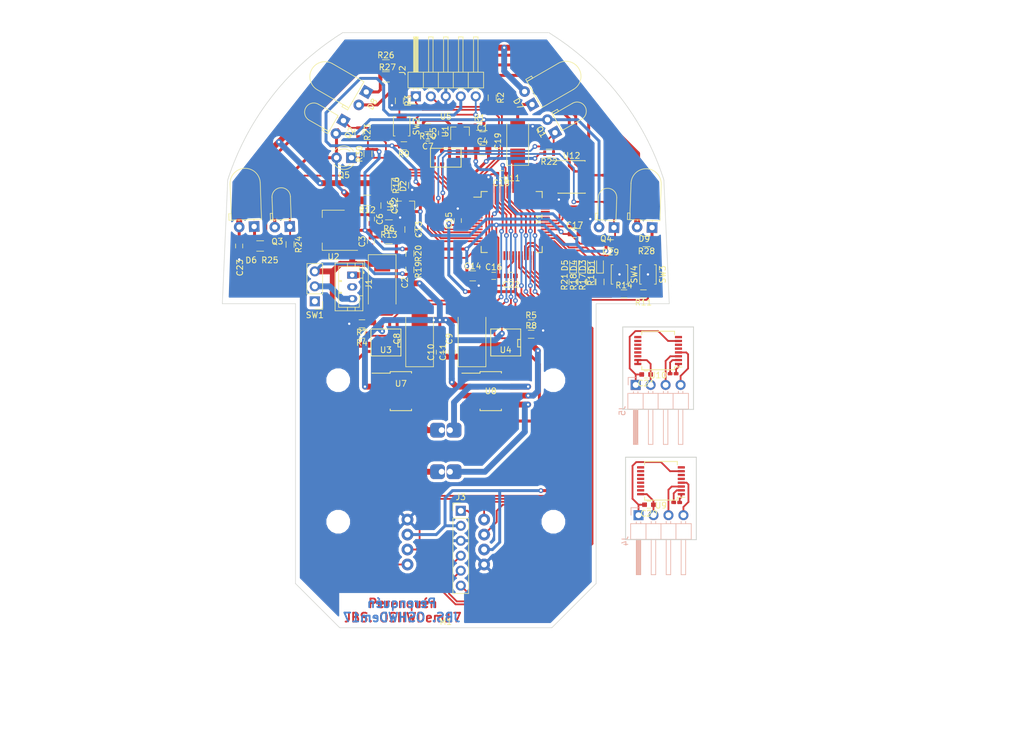
<source format=kicad_pcb>
(kicad_pcb (version 20171130) (host pcbnew "(5.0.1)-3")
  (layers (0 F.Cu signal) (31 B.Cu signal) (34 B.Paste user) (35 F.Paste user) (36 B.SilkS user) (37 F.SilkS user) (38 B.Mask user) (39 F.Mask user) (44 Edge.Cuts user))
  (net 0 "")
  (net 1 "Net-(C1-Pad1)")
  (net 2 GNDA)
  (net 3 +BATT)
  (net 4 -BATT)
  (net 5 +3.3VA)
  (net 6 "Net-(C5-Pad2)")
  (net 7 "Net-(C5-Pad1)")
  (net 8 +5VA)
  (net 9 +5V)
  (net 10 GND)
  (net 11 +3V3)
  (net 12 "Net-(C19-Pad1)")
  (net 13 /LED1)
  (net 14 "Net-(D1-Pad1)")
  (net 15 "Net-(D2-Pad1)")
  (net 16 /LED2)
  (net 17 "Net-(D3-Pad1)")
  (net 18 "Net-(D4-Pad1)")
  (net 19 /LED3)
  (net 20 /LED4)
  (net 21 "Net-(D5-Pad1)")
  (net 22 "Net-(D6-Pad1)")
  (net 23 "Net-(D7-Pad1)")
  (net 24 "Net-(D8-Pad1)")
  (net 25 "Net-(D9-Pad1)")
  (net 26 "Net-(J1-Pad3)")
  (net 27 "Net-(J1-Pad2)")
  (net 28 /PGEC)
  (net 29 /PGED)
  (net 30 /RESET)
  (net 31 /BT-STATE)
  (net 32 /UART_TX)
  (net 33 /UART_RX)
  (net 34 /BT-EN)
  (net 35 "Net-(J4-Pad4)")
  (net 36 "Net-(J4-Pad3)")
  (net 37 "Net-(J5-Pad3)")
  (net 38 "Net-(J5-Pad4)")
  (net 39 "Net-(M1-Pad3)")
  (net 40 "Net-(M1-Pad1)")
  (net 41 "Net-(M1-Pad2)")
  (net 42 "Net-(M1-Pad4)")
  (net 43 /ENC-R-CHA)
  (net 44 /ENC-R-CHB)
  (net 45 /ENC-L-CHB)
  (net 46 /ENC-L-CHA)
  (net 47 /DIAG-L-RX)
  (net 48 /DIAG-R-RX)
  (net 49 /FRONT-L-RX)
  (net 50 /FRONT-R-RX)
  (net 51 /FLASH-RX)
  (net 52 /MOTOR-L-INA)
  (net 53 /MOTOR-R-INA)
  (net 54 /MOTOR-L-INB)
  (net 55 /MOTOR-R-INB)
  (net 56 /USER_SW1)
  (net 57 /USER_SW2)
  (net 58 /VBAT-SENS)
  (net 59 "Net-(R25-Pad2)")
  (net 60 "Net-(R26-Pad2)")
  (net 61 "Net-(R27-Pad2)")
  (net 62 "Net-(R28-Pad2)")
  (net 63 "Net-(SW1-Pad1)")
  (net 64 "Net-(U3-Pad8)")
  (net 65 "Net-(U3-Pad7)")
  (net 66 "Net-(U3-Pad5)")
  (net 67 "Net-(U3-Pad1)")
  (net 68 "Net-(U4-Pad1)")
  (net 69 "Net-(U4-Pad5)")
  (net 70 "Net-(U4-Pad7)")
  (net 71 "Net-(U4-Pad8)")
  (net 72 "Net-(U5-Pad10)")
  (net 73 /GYRO-VREF)
  (net 74 "Net-(U5-Pad5)")
  (net 75 /GYRO-OUTZ)
  (net 76 "Net-(U9-Pad5)")
  (net 77 "Net-(U9-Pad6)")
  (net 78 "Net-(U9-Pad8)")
  (net 79 "Net-(U9-Pad9)")
  (net 80 "Net-(U9-Pad10)")
  (net 81 "Net-(U9-Pad11)")
  (net 82 "Net-(U9-Pad12)")
  (net 83 "Net-(U9-Pad13)")
  (net 84 "Net-(U9-Pad14)")
  (net 85 "Net-(U10-Pad14)")
  (net 86 "Net-(U10-Pad13)")
  (net 87 "Net-(U10-Pad12)")
  (net 88 "Net-(U10-Pad11)")
  (net 89 "Net-(U10-Pad10)")
  (net 90 "Net-(U10-Pad9)")
  (net 91 "Net-(U10-Pad8)")
  (net 92 "Net-(U10-Pad6)")
  (net 93 "Net-(U10-Pad5)")
  (net 94 "Net-(U11-Pad64)")
  (net 95 /FRONT-L-TX)
  (net 96 /DIAG1-L-TX)
  (net 97 /DIAG2-L-TX)
  (net 98 /FRONT-R-TX)
  (net 99 "Net-(U11-Pad49)")
  (net 100 "Net-(U11-Pad48)")
  (net 101 "Net-(U11-Pad47)")
  (net 102 "Net-(U11-Pad46)")
  (net 103 "Net-(U11-Pad45)")
  (net 104 "Net-(U11-Pad44)")
  (net 105 "Net-(U11-Pad43)")
  (net 106 "Net-(U11-Pad42)")
  (net 107 "Net-(U11-Pad40)")
  (net 108 "Net-(U11-Pad39)")
  (net 109 "Net-(U11-Pad37)")
  (net 110 "Net-(U11-Pad24)")
  (net 111 "Net-(U11-Pad23)")
  (net 112 "Net-(U11-Pad22)")
  (net 113 "Net-(U11-Pad21)")
  (net 114 "Net-(U11-Pad8)")
  (net 115 "Net-(U11-Pad6)")
  (net 116 "Net-(U11-Pad5)")
  (net 117 "Net-(U11-Pad4)")
  (net 118 "Net-(U11-Pad3)")
  (net 119 "Net-(U12-Pad12)")
  (net 120 "Net-(U12-Pad11)")
  (net 121 "Net-(U12-Pad10)")
  (net 122 "Net-(U12-Pad9)")
  (net 123 "Net-(U12-Pad7)")
  (net 124 "Net-(U12-Pad6)")
  (net 125 "Net-(U12-Pad5)")
  (net 126 "Net-(U9-Pad1)")
  (net 127 "Net-(U9-Pad2)")
  (net 128 "Net-(U10-Pad2)")
  (net 129 "Net-(U10-Pad1)")
  (net 130 /GND-R)
  (net 131 /3V3-R)
  (net 132 /GND-L)
  (net 133 /3V3-L)
  (module balitronics_kicad_footprint_lib:Perenquen-motor-block (layer F.Cu) (at 0 0)
    (fp_text reference M1 (at 0 29) (layer F.SilkS))
    (fp_text value Motor-block)
    (pad 7 thru_hole circle (at -6.5 16.73) (size 2 2) (drill 1) (layers *.Cu *.Mask) (net 46 /ENC-L-CHA))
    (pad 8 thru_hole circle (at -6.5 19.27) (size 2 2) (drill 1) (layers *.Cu *.Mask) (net 45 /ENC-L-CHB))
    (pad 6 thru_hole circle (at -6.5 14.19) (size 2 2) (drill 1) (layers *.Cu *.Mask) (net 11 +3V3))
    (pad 5 thru_hole circle (at -6.5 11.65) (size 2 2) (drill 1) (layers *.Cu *.Mask) (net 10 GND))
    (pad 12 thru_hole circle (at 6.5 11.65) (size 2 2) (drill 1) (layers *.Cu *.Mask) (net 44 /ENC-R-CHB))
    (pad 11 thru_hole circle (at 6.5 14.19) (size 2 2) (drill 1) (layers *.Cu *.Mask) (net 43 /ENC-R-CHA))
    (pad 9 thru_hole circle (at 6.5 19.27) (size 2 2) (drill 1) (layers *.Cu *.Mask) (net 10 GND))
    (pad 4 thru_hole roundrect (at 0.7 -3.53) (size 2.5 2.5) (drill 1 (offset 0.7 0)) (layers *.Cu *.Mask) (net 42 "Net-(M1-Pad4)"))
    (pad 1 thru_hole roundrect (at -0.7 -3.53) (size 2.5 2.5) (drill 1 (offset -0.7 0)) (layers *.Cu *.Mask) (net 40 "Net-(M1-Pad1)"))
    (pad 2 thru_hole roundrect (at -0.7 3.53) (size 2.5 2.5) (drill 1 (offset -0.7 0)) (layers *.Cu *.Mask) (net 41 "Net-(M1-Pad2)"))
    (pad "" np_thru_hole circle (at 18.25 -12.01) (size 3 3) (drill 3) (layers *.Cu *.Mask))
    (pad "" np_thru_hole circle (at -18.25 -12.01) (size 3 3) (drill 3) (layers *.Cu *.Mask))
    (pad "" np_thru_hole circle (at -18.25 12.01) (size 3 3) (drill 3) (layers *.Cu *.Mask))
    (pad "" np_thru_hole circle (at 18.25 12.01) (size 3 3) (drill 3) (layers *.Cu *.Mask))
    (pad 3 thru_hole roundrect (at 0.7 3.53) (size 2.5 2.5) (drill 1 (offset 0.7 0)) (layers *.Cu *.Mask) (net 39 "Net-(M1-Pad3)"))
    (pad 10 thru_hole circle (at 6.5 16.73) (size 2 2) (drill 1) (layers *.Cu *.Mask) (net 11 +3V3))
  )
  (module Resistors_SMD:R_0805 (layer F.Cu) (at -9.652 -36.068)
    (fp_text reference R6 (at 0 -1.65) (layer F.SilkS))
    (fp_text value 0R)
    (pad 2 smd rect (at 0.95 0) (size 0.7 1.3) (layers F.Cu F.Paste F.Mask) (net 4 -BATT))
    (pad 1 smd rect (at -0.95 0) (size 0.7 1.3) (layers F.Cu F.Paste F.Mask) (net 2 GNDA))
  )
  (module Pin_Headers:Pin_Header_Angled_1x04_Pitch2.54mm (layer B.Cu) (at 32.21 -11.208 270)
    (fp_text reference J5 (at 4.385 2.27 270) (layer B.SilkS) (effects (justify mirror)))
    (fp_text value ENC-R)
    (pad 1 thru_hole rect (at 0 0 270) (size 1.7 1.7) (drill 1) (layers *.Cu *.Mask) (net 130 /GND-R))
    (pad 2 thru_hole oval (at 0 -2.54 270) (size 1.7 1.7) (drill 1) (layers *.Cu *.Mask) (net 131 /3V3-R))
    (pad 3 thru_hole oval (at 0 -5.08 270) (size 1.7 1.7) (drill 1) (layers *.Cu *.Mask) (net 37 "Net-(J5-Pad3)"))
    (pad 4 thru_hole oval (at 0 -7.62 270) (size 1.7 1.7) (drill 1) (layers *.Cu *.Mask) (net 38 "Net-(J5-Pad4)"))
  )
  (module Resistors_SMD:R_0603 (layer F.Cu) (at -7.112 -51.816 180)
    (fp_text reference R9 (at 0 -1.45 180) (layer F.SilkS))
    (fp_text value 10k)
    (pad 2 smd rect (at 0.75 0 180) (size 0.5 0.9) (layers F.Cu F.Paste F.Mask) (net 11 +3V3))
    (pad 1 smd rect (at -0.75 0 180) (size 0.5 0.9) (layers F.Cu F.Paste F.Mask) (net 30 /RESET))
  )
  (module Socket_Strips:Socket_Strip_Straight_1x06_Pitch2.54mm (layer F.Cu) (at 2.54 10.16)
    (fp_text reference J3 (at 0 -2.33) (layer F.SilkS))
    (fp_text value BT)
    (pad 6 thru_hole oval (at 0 12.7) (size 1.7 1.7) (drill 1) (layers *.Cu *.Mask) (net 31 /BT-STATE))
    (pad 5 thru_hole oval (at 0 10.16) (size 1.7 1.7) (drill 1) (layers *.Cu *.Mask) (net 32 /UART_TX))
    (pad 4 thru_hole oval (at 0 7.62) (size 1.7 1.7) (drill 1) (layers *.Cu *.Mask) (net 33 /UART_RX))
    (pad 3 thru_hole oval (at 0 5.08) (size 1.7 1.7) (drill 1) (layers *.Cu *.Mask) (net 10 GND))
    (pad 2 thru_hole oval (at 0 2.54) (size 1.7 1.7) (drill 1) (layers *.Cu *.Mask) (net 11 +3V3))
    (pad 1 thru_hole rect (at 0 0) (size 1.7 1.7) (drill 1) (layers *.Cu *.Mask) (net 34 /BT-EN))
  )
  (module Resistors_SMD:R_0603 (layer F.Cu) (at 33.528 -26.67 180)
    (fp_text reference R11 (at 0 -1.45 180) (layer F.SilkS))
    (fp_text value 10k)
    (pad 1 smd rect (at -0.75 0 180) (size 0.5 0.9) (layers F.Cu F.Paste F.Mask) (net 56 /USER_SW1))
    (pad 2 smd rect (at 0.75 0 180) (size 0.5 0.9) (layers F.Cu F.Paste F.Mask) (net 11 +3V3))
  )
  (module Resistors_SMD:R_0603 (layer F.Cu) (at 30.226 -26.67)
    (fp_text reference R14 (at 0 -1.45) (layer F.SilkS))
    (fp_text value 10k)
    (pad 2 smd rect (at 0.75 0) (size 0.5 0.9) (layers F.Cu F.Paste F.Mask) (net 11 +3V3))
    (pad 1 smd rect (at -0.75 0) (size 0.5 0.9) (layers F.Cu F.Paste F.Mask) (net 57 /USER_SW2))
  )
  (module Buttons_Switches_SMD:SW_SPST_B3U-1000P (layer F.Cu) (at 34.29 -29.972 270)
    (fp_text reference SW3 (at 0 -2.5 270) (layer F.SilkS))
    (fp_text value USR1)
    (pad 1 smd rect (at -1.7 0 270) (size 0.9 1.7) (layers F.Cu F.Paste F.Mask) (net 10 GND))
    (pad 2 smd rect (at 1.7 0 270) (size 0.9 1.7) (layers F.Cu F.Paste F.Mask) (net 56 /USER_SW1))
  )
  (module Buttons_Switches_SMD:SW_SPST_B3U-1000P (layer F.Cu) (at 29.464 -29.972 270)
    (fp_text reference SW4 (at 0 -2.5 270) (layer F.SilkS))
    (fp_text value USR2)
    (pad 2 smd rect (at 1.7 0 270) (size 0.9 1.7) (layers F.Cu F.Paste F.Mask) (net 57 /USER_SW2))
    (pad 1 smd rect (at -1.7 0 270) (size 0.9 1.7) (layers F.Cu F.Paste F.Mask) (net 10 GND))
  )
  (module Housings_QFP:TQFP-64_10x10mm_Pitch0.5mm (layer F.Cu) (at 11.176 -38.862)
    (fp_text reference U11 (at 0 -7.45) (layer F.SilkS))
    (fp_text value DSPIC33EP512MC806)
    (pad 64 smd rect (at -3.75 -5.7 90) (size 1.5 0.3) (layers F.Cu F.Paste F.Mask) (net 94 "Net-(U11-Pad64)"))
    (pad 63 smd rect (at -3.25 -5.7 90) (size 1.5 0.3) (layers F.Cu F.Paste F.Mask) (net 54 /MOTOR-L-INB))
    (pad 62 smd rect (at -2.75 -5.7 90) (size 1.5 0.3) (layers F.Cu F.Paste F.Mask) (net 52 /MOTOR-L-INA))
    (pad 61 smd rect (at -2.25 -5.7 90) (size 1.5 0.3) (layers F.Cu F.Paste F.Mask) (net 55 /MOTOR-R-INB))
    (pad 60 smd rect (at -1.75 -5.7 90) (size 1.5 0.3) (layers F.Cu F.Paste F.Mask) (net 53 /MOTOR-R-INA))
    (pad 59 smd rect (at -1.25 -5.7 90) (size 1.5 0.3) (layers F.Cu F.Paste F.Mask) (net 45 /ENC-L-CHB))
    (pad 58 smd rect (at -0.75 -5.7 90) (size 1.5 0.3) (layers F.Cu F.Paste F.Mask) (net 46 /ENC-L-CHA))
    (pad 57 smd rect (at -0.25 -5.7 90) (size 1.5 0.3) (layers F.Cu F.Paste F.Mask) (net 11 +3V3))
    (pad 56 smd rect (at 0.25 -5.7 90) (size 1.5 0.3) (layers F.Cu F.Paste F.Mask) (net 12 "Net-(C19-Pad1)"))
    (pad 55 smd rect (at 0.75 -5.7 90) (size 1.5 0.3) (layers F.Cu F.Paste F.Mask) (net 44 /ENC-R-CHB))
    (pad 54 smd rect (at 1.25 -5.7 90) (size 1.5 0.3) (layers F.Cu F.Paste F.Mask) (net 43 /ENC-R-CHA))
    (pad 53 smd rect (at 1.75 -5.7 90) (size 1.5 0.3) (layers F.Cu F.Paste F.Mask) (net 95 /FRONT-L-TX))
    (pad 52 smd rect (at 2.25 -5.7 90) (size 1.5 0.3) (layers F.Cu F.Paste F.Mask) (net 96 /DIAG1-L-TX))
    (pad 51 smd rect (at 2.75 -5.7 90) (size 1.5 0.3) (layers F.Cu F.Paste F.Mask) (net 97 /DIAG2-L-TX))
    (pad 50 smd rect (at 3.25 -5.7 90) (size 1.5 0.3) (layers F.Cu F.Paste F.Mask) (net 98 /FRONT-R-TX))
    (pad 49 smd rect (at 3.75 -5.7 90) (size 1.5 0.3) (layers F.Cu F.Paste F.Mask) (net 99 "Net-(U11-Pad49)"))
    (pad 48 smd rect (at 5.7 -3.75) (size 1.5 0.3) (layers F.Cu F.Paste F.Mask) (net 100 "Net-(U11-Pad48)"))
    (pad 47 smd rect (at 5.7 -3.25) (size 1.5 0.3) (layers F.Cu F.Paste F.Mask) (net 101 "Net-(U11-Pad47)"))
    (pad 46 smd rect (at 5.7 -2.75) (size 1.5 0.3) (layers F.Cu F.Paste F.Mask) (net 102 "Net-(U11-Pad46)"))
    (pad 45 smd rect (at 5.7 -2.25) (size 1.5 0.3) (layers F.Cu F.Paste F.Mask) (net 103 "Net-(U11-Pad45)"))
    (pad 44 smd rect (at 5.7 -1.75) (size 1.5 0.3) (layers F.Cu F.Paste F.Mask) (net 104 "Net-(U11-Pad44)"))
    (pad 43 smd rect (at 5.7 -1.25) (size 1.5 0.3) (layers F.Cu F.Paste F.Mask) (net 105 "Net-(U11-Pad43)"))
    (pad 42 smd rect (at 5.7 -0.75) (size 1.5 0.3) (layers F.Cu F.Paste F.Mask) (net 106 "Net-(U11-Pad42)"))
    (pad 41 smd rect (at 5.7 -0.25) (size 1.5 0.3) (layers F.Cu F.Paste F.Mask) (net 10 GND))
    (pad 40 smd rect (at 5.7 0.25) (size 1.5 0.3) (layers F.Cu F.Paste F.Mask) (net 107 "Net-(U11-Pad40)"))
    (pad 39 smd rect (at 5.7 0.75) (size 1.5 0.3) (layers F.Cu F.Paste F.Mask) (net 108 "Net-(U11-Pad39)"))
    (pad 38 smd rect (at 5.7 1.25) (size 1.5 0.3) (layers F.Cu F.Paste F.Mask) (net 11 +3V3))
    (pad 37 smd rect (at 5.7 1.75) (size 1.5 0.3) (layers F.Cu F.Paste F.Mask) (net 109 "Net-(U11-Pad37)"))
    (pad 36 smd rect (at 5.7 2.25) (size 1.5 0.3) (layers F.Cu F.Paste F.Mask) (net 13 /LED1))
    (pad 35 smd rect (at 5.7 2.75) (size 1.5 0.3) (layers F.Cu F.Paste F.Mask) (net 16 /LED2))
    (pad 34 smd rect (at 5.7 3.25) (size 1.5 0.3) (layers F.Cu F.Paste F.Mask) (net 19 /LED3))
    (pad 33 smd rect (at 5.7 3.75) (size 1.5 0.3) (layers F.Cu F.Paste F.Mask) (net 20 /LED4))
    (pad 32 smd rect (at 3.75 5.7 90) (size 1.5 0.3) (layers F.Cu F.Paste F.Mask) (net 33 /UART_RX))
    (pad 31 smd rect (at 3.25 5.7 90) (size 1.5 0.3) (layers F.Cu F.Paste F.Mask) (net 32 /UART_TX))
    (pad 30 smd rect (at 2.75 5.7 90) (size 1.5 0.3) (layers F.Cu F.Paste F.Mask) (net 56 /USER_SW1))
    (pad 29 smd rect (at 2.25 5.7 90) (size 1.5 0.3) (layers F.Cu F.Paste F.Mask) (net 57 /USER_SW2))
    (pad 28 smd rect (at 1.75 5.7 90) (size 1.5 0.3) (layers F.Cu F.Paste F.Mask) (net 31 /BT-STATE))
    (pad 27 smd rect (at 1.25 5.7 90) (size 1.5 0.3) (layers F.Cu F.Paste F.Mask) (net 34 /BT-EN))
    (pad 26 smd rect (at 0.75 5.7 90) (size 1.5 0.3) (layers F.Cu F.Paste F.Mask) (net 11 +3V3))
    (pad 25 smd rect (at 0.25 5.7 90) (size 1.5 0.3) (layers F.Cu F.Paste F.Mask) (net 10 GND))
    (pad 24 smd rect (at -0.25 5.7 90) (size 1.5 0.3) (layers F.Cu F.Paste F.Mask) (net 110 "Net-(U11-Pad24)"))
    (pad 23 smd rect (at -0.75 5.7 90) (size 1.5 0.3) (layers F.Cu F.Paste F.Mask) (net 111 "Net-(U11-Pad23)"))
    (pad 22 smd rect (at -1.25 5.7 90) (size 1.5 0.3) (layers F.Cu F.Paste F.Mask) (net 112 "Net-(U11-Pad22)"))
    (pad 21 smd rect (at -1.75 5.7 90) (size 1.5 0.3) (layers F.Cu F.Paste F.Mask) (net 113 "Net-(U11-Pad21)"))
    (pad 20 smd rect (at -2.25 5.7 90) (size 1.5 0.3) (layers F.Cu F.Paste F.Mask) (net 2 GNDA))
    (pad 19 smd rect (at -2.75 5.7 90) (size 1.5 0.3) (layers F.Cu F.Paste F.Mask) (net 5 +3.3VA))
    (pad 18 smd rect (at -3.25 5.7 90) (size 1.5 0.3) (layers F.Cu F.Paste F.Mask) (net 29 /PGED))
    (pad 17 smd rect (at -3.75 5.7 90) (size 1.5 0.3) (layers F.Cu F.Paste F.Mask) (net 28 /PGEC))
    (pad 16 smd rect (at -5.7 3.75) (size 1.5 0.3) (layers F.Cu F.Paste F.Mask) (net 58 /VBAT-SENS))
    (pad 15 smd rect (at -5.7 3.25) (size 1.5 0.3) (layers F.Cu F.Paste F.Mask) (net 49 /FRONT-L-RX))
    (pad 14 smd rect (at -5.7 2.75) (size 1.5 0.3) (layers F.Cu F.Paste F.Mask) (net 51 /FLASH-RX))
    (pad 13 smd rect (at -5.7 2.25) (size 1.5 0.3) (layers F.Cu F.Paste F.Mask) (net 47 /DIAG-L-RX))
    (pad 12 smd rect (at -5.7 1.75) (size 1.5 0.3) (layers F.Cu F.Paste F.Mask) (net 48 /DIAG-R-RX))
    (pad 11 smd rect (at -5.7 1.25) (size 1.5 0.3) (layers F.Cu F.Paste F.Mask) (net 50 /FRONT-R-RX))
    (pad 10 smd rect (at -5.7 0.75) (size 1.5 0.3) (layers F.Cu F.Paste F.Mask) (net 11 +3V3))
    (pad 9 smd rect (at -5.7 0.25) (size 1.5 0.3) (layers F.Cu F.Paste F.Mask) (net 10 GND))
    (pad 8 smd rect (at -5.7 -0.25) (size 1.5 0.3) (layers F.Cu F.Paste F.Mask) (net 114 "Net-(U11-Pad8)"))
    (pad 7 smd rect (at -5.7 -0.75) (size 1.5 0.3) (layers F.Cu F.Paste F.Mask) (net 30 /RESET))
    (pad 6 smd rect (at -5.7 -1.25) (size 1.5 0.3) (layers F.Cu F.Paste F.Mask) (net 115 "Net-(U11-Pad6)"))
    (pad 5 smd rect (at -5.7 -1.75) (size 1.5 0.3) (layers F.Cu F.Paste F.Mask) (net 116 "Net-(U11-Pad5)"))
    (pad 4 smd rect (at -5.7 -2.25) (size 1.5 0.3) (layers F.Cu F.Paste F.Mask) (net 117 "Net-(U11-Pad4)"))
    (pad 3 smd rect (at -5.7 -2.75) (size 1.5 0.3) (layers F.Cu F.Paste F.Mask) (net 118 "Net-(U11-Pad3)"))
    (pad 2 smd rect (at -5.7 -3.25) (size 1.5 0.3) (layers F.Cu F.Paste F.Mask) (net 75 /GYRO-OUTZ))
    (pad 1 smd rect (at -5.7 -3.75) (size 1.5 0.3) (layers F.Cu F.Paste F.Mask) (net 73 /GYRO-VREF))
  )
  (module SMD_Packages:SOIC-8-N (layer F.Cu) (at 10.16 -18.415 180)
    (fp_text reference U4 (at 0 -1.27 180) (layer F.SilkS))
    (fp_text value TC4427COA)
    (pad 1 smd rect (at -1.905 3.175 180) (size 0.508 1.143) (layers F.Cu F.Paste F.Mask) (net 68 "Net-(U4-Pad1)"))
    (pad 2 smd rect (at -0.635 3.175 180) (size 0.508 1.143) (layers F.Cu F.Paste F.Mask) (net 53 /MOTOR-R-INA))
    (pad 3 smd rect (at 0.635 3.175 180) (size 0.508 1.143) (layers F.Cu F.Paste F.Mask) (net 4 -BATT))
    (pad 4 smd rect (at 1.905 3.175 180) (size 0.508 1.143) (layers F.Cu F.Paste F.Mask) (net 55 /MOTOR-R-INB))
    (pad 5 smd rect (at 1.905 -3.175 180) (size 0.508 1.143) (layers F.Cu F.Paste F.Mask) (net 69 "Net-(U4-Pad5)"))
    (pad 6 smd rect (at 0.635 -3.175 180) (size 0.508 1.143) (layers F.Cu F.Paste F.Mask) (net 3 +BATT))
    (pad 7 smd rect (at -0.635 -3.175 180) (size 0.508 1.143) (layers F.Cu F.Paste F.Mask) (net 70 "Net-(U4-Pad7)"))
    (pad 8 smd rect (at -1.905 -3.175 180) (size 0.508 1.143) (layers F.Cu F.Paste F.Mask) (net 71 "Net-(U4-Pad8)"))
  )
  (module Connectors_JST:JST_PH_B3B-PH-K_03x2.00mm_Straight (layer F.Cu) (at -15.875 -29.845 270)
    (fp_text reference J1 (at 1.5 -2.8 270) (layer F.SilkS))
    (fp_text value PWR1)
    (pad 3 thru_hole oval (at 4 0 270) (size 1.2 1.7) (drill 0.75) (layers *.Cu *.Mask) (net 26 "Net-(J1-Pad3)"))
    (pad 2 thru_hole oval (at 2 0 270) (size 1.2 1.7) (drill 0.75) (layers *.Cu *.Mask) (net 27 "Net-(J1-Pad2)"))
    (pad 1 thru_hole rect (at 0 0 270) (size 1.2 1.7) (drill 0.75) (layers *.Cu *.Mask) (net 4 -BATT))
  )
  (module LEDs:LED_D3.0mm_Horizontal_O1.27mm_Z2.0mm (layer F.Cu) (at -17.3645 -56.0713 240)
    (fp_text reference Q2 (at 1.27 -1.96 240) (layer F.SilkS))
    (fp_text value RX-LD)
    (pad 1 thru_hole rect (at 0 0 240) (size 1.8 1.8) (drill 0.9) (layers *.Cu *.Mask) (net 47 /DIAG-L-RX))
    (pad 2 thru_hole circle (at 2.54 0 240) (size 1.8 1.8) (drill 0.9) (layers *.Cu *.Mask) (net 8 +5VA))
  )
  (module LEDs:LED_D3.0mm (layer F.Cu) (at -16.002 -49.784 180)
    (fp_text reference Q5 (at 1.27 -2.96 180) (layer F.SilkS))
    (fp_text value FLASH)
    (pad 2 thru_hole circle (at 2.54 0 180) (size 1.8 1.8) (drill 0.9) (layers *.Cu *.Mask) (net 8 +5VA))
    (pad 1 thru_hole rect (at 0 0 180) (size 1.8 1.8) (drill 0.9) (layers *.Cu *.Mask) (net 51 /FLASH-RX))
  )
  (module LEDs:LED_D5.0mm_Horizontal_O1.27mm_Z3.0mm (layer F.Cu) (at -32.5106 -38.1006 182)
    (fp_text reference D6 (at 0.708561 -5.69434 2) (layer F.SilkS))
    (fp_text value TX-L)
    (pad 1 thru_hole rect (at 0 0 182) (size 1.8 1.8) (drill 0.9) (layers *.Cu *.Mask) (net 22 "Net-(D6-Pad1)"))
    (pad 2 thru_hole circle (at 2.54 0 182) (size 1.8 1.8) (drill 0.9) (layers *.Cu *.Mask) (net 9 +5V))
  )
  (module LEDs:LED_D3.0mm_Horizontal_O1.27mm_Z2.0mm (layer F.Cu) (at -26.4734 -38.1006 182)
    (fp_text reference Q3 (at 2.188985 -2.465708 182) (layer F.SilkS))
    (fp_text value RX-L)
    (pad 2 thru_hole circle (at 2.54 0 182) (size 1.8 1.8) (drill 0.9) (layers *.Cu *.Mask) (net 8 +5VA))
    (pad 1 thru_hole rect (at 0 0 182) (size 1.8 1.8) (drill 0.9) (layers *.Cu *.Mask) (net 49 /FRONT-L-RX))
  )
  (module Capacitors_SMD:C_0805 (layer F.Cu) (at 6.223 -53.34)
    (fp_text reference C1 (at 0 -1.5) (layer F.SilkS))
    (fp_text value 1u)
    (pad 1 smd rect (at -1 0) (size 1 1.25) (layers F.Cu F.Paste F.Mask) (net 1 "Net-(C1-Pad1)"))
    (pad 2 smd rect (at 1 0) (size 1 1.25) (layers F.Cu F.Paste F.Mask) (net 2 GNDA))
  )
  (module Capacitors_Tantalum_SMD:CP_Tantalum_Case-X_EIA-7343-43_Reflow (layer F.Cu) (at -10.795 -28.575 270)
    (fp_text reference C2 (at 0 -3.85 270) (layer F.SilkS))
    (fp_text value "220u 10V")
    (pad 1 smd rect (at -3.175 0 270) (size 2.55 2.7) (layers F.Cu F.Paste F.Mask) (net 3 +BATT))
    (pad 2 smd rect (at 3.175 0 270) (size 2.55 2.7) (layers F.Cu F.Paste F.Mask) (net 4 -BATT))
  )
  (module Capacitors_SMD:C_0603 (layer F.Cu) (at -12.7 -35.56 90)
    (fp_text reference C3 (at 0 -1.5 90) (layer F.SilkS))
    (fp_text value 100n)
    (pad 2 smd rect (at 0.75 0 90) (size 0.8 0.75) (layers F.Cu F.Paste F.Mask) (net 2 GNDA))
    (pad 1 smd rect (at -0.75 0 90) (size 0.8 0.75) (layers F.Cu F.Paste F.Mask) (net 3 +BATT))
  )
  (module Capacitors_SMD:C_0805 (layer F.Cu) (at 6.223 -51.054)
    (fp_text reference C4 (at 0 -1.5) (layer F.SilkS))
    (fp_text value 1u)
    (pad 2 smd rect (at 1 0) (size 1 1.25) (layers F.Cu F.Paste F.Mask) (net 2 GNDA))
    (pad 1 smd rect (at -1 0) (size 1 1.25) (layers F.Cu F.Paste F.Mask) (net 5 +3.3VA))
  )
  (module Capacitors_SMD:C_0603 (layer F.Cu) (at -0.635 -53.975 90)
    (fp_text reference C5 (at 0 -1.5 90) (layer F.SilkS))
    (fp_text value 470n)
    (pad 2 smd rect (at 0.75 0 90) (size 0.8 0.75) (layers F.Cu F.Paste F.Mask) (net 6 "Net-(C5-Pad2)"))
    (pad 1 smd rect (at -0.75 0 90) (size 0.8 0.75) (layers F.Cu F.Paste F.Mask) (net 7 "Net-(C5-Pad1)"))
  )
  (module Capacitors_SMD:C_0603 (layer F.Cu) (at -12.7 -39.37 270)
    (fp_text reference C6 (at 0 -1.5 270) (layer F.SilkS))
    (fp_text value 10u)
    (pad 1 smd rect (at -0.75 0 270) (size 0.8 0.75) (layers F.Cu F.Paste F.Mask) (net 8 +5VA))
    (pad 2 smd rect (at 0.75 0 270) (size 0.8 0.75) (layers F.Cu F.Paste F.Mask) (net 2 GNDA))
  )
  (module Capacitors_SMD:C_0603 (layer F.Cu) (at -3.048 -53.213 180)
    (fp_text reference C7 (at 0 -1.5 180) (layer F.SilkS))
    (fp_text value 10n)
    (pad 2 smd rect (at 0.75 0 180) (size 0.8 0.75) (layers F.Cu F.Paste F.Mask) (net 2 GNDA))
    (pad 1 smd rect (at -0.75 0 180) (size 0.8 0.75) (layers F.Cu F.Paste F.Mask) (net 7 "Net-(C5-Pad1)"))
  )
  (module Capacitors_Tantalum_SMD:CP_Tantalum_Case-X_EIA-7343-43_Reflow (layer F.Cu) (at -4.445 -19.05 90)
    (fp_text reference C8 (at 0 -3.85 90) (layer F.SilkS))
    (fp_text value "220u 10V")
    (pad 2 smd rect (at 3.175 0 90) (size 2.55 2.7) (layers F.Cu F.Paste F.Mask) (net 4 -BATT))
    (pad 1 smd rect (at -3.175 0 90) (size 2.55 2.7) (layers F.Cu F.Paste F.Mask) (net 3 +BATT))
  )
  (module Capacitors_Tantalum_SMD:CP_Tantalum_Case-X_EIA-7343-43_Reflow (layer F.Cu) (at 4.445 -19.05 90)
    (fp_text reference C9 (at 0 -3.85 90) (layer F.SilkS))
    (fp_text value "220u 10V")
    (pad 2 smd rect (at 3.175 0 90) (size 2.55 2.7) (layers F.Cu F.Paste F.Mask) (net 4 -BATT))
    (pad 1 smd rect (at -3.175 0 90) (size 2.55 2.7) (layers F.Cu F.Paste F.Mask) (net 3 +BATT))
  )
  (module Capacitors_SMD:C_0603 (layer F.Cu) (at -1.016 -16.764 90)
    (fp_text reference C10 (at 0 -1.5 90) (layer F.SilkS))
    (fp_text value 100n)
    (pad 1 smd rect (at -0.75 0 90) (size 0.8 0.75) (layers F.Cu F.Paste F.Mask) (net 3 +BATT))
    (pad 2 smd rect (at 0.75 0 90) (size 0.8 0.75) (layers F.Cu F.Paste F.Mask) (net 4 -BATT))
  )
  (module Capacitors_SMD:C_0603 (layer F.Cu) (at 1.016 -16.764 90)
    (fp_text reference C11 (at 0 -1.5 90) (layer F.SilkS))
    (fp_text value 100n)
    (pad 1 smd rect (at -0.75 0 90) (size 0.8 0.75) (layers F.Cu F.Paste F.Mask) (net 3 +BATT))
    (pad 2 smd rect (at 0.75 0 90) (size 0.8 0.75) (layers F.Cu F.Paste F.Mask) (net 4 -BATT))
  )
  (module Capacitors_SMD:C_0805 (layer F.Cu) (at -10.16 -41.656 270)
    (fp_text reference C12 (at 0 -1.5 270) (layer F.SilkS))
    (fp_text value 1u)
    (pad 1 smd rect (at -1 0 270) (size 1 1.25) (layers F.Cu F.Paste F.Mask) (net 9 +5V))
    (pad 2 smd rect (at 1 0 270) (size 1 1.25) (layers F.Cu F.Paste F.Mask) (net 10 GND))
  )
  (module Capacitors_SMD:C_0805 (layer F.Cu) (at -6.096 -37.592 270)
    (fp_text reference C13 (at 0 -1.5 270) (layer F.SilkS))
    (fp_text value 1u)
    (pad 2 smd rect (at 1 0 270) (size 1 1.25) (layers F.Cu F.Paste F.Mask) (net 10 GND))
    (pad 1 smd rect (at -1 0 270) (size 1 1.25) (layers F.Cu F.Paste F.Mask) (net 11 +3V3))
  )
  (module Capacitors_SMD:C_0805 (layer F.Cu) (at 4.572 -29.718 180)
    (fp_text reference C14 (at 0 1.651 180) (layer F.SilkS))
    (fp_text value 1u)
    (pad 2 smd rect (at 1 0 180) (size 1 1.25) (layers F.Cu F.Paste F.Mask) (net 2 GNDA))
    (pad 1 smd rect (at -1 0 180) (size 1 1.25) (layers F.Cu F.Paste F.Mask) (net 5 +3.3VA))
  )
  (module Capacitors_SMD:C_0603 (layer F.Cu) (at 2.032 -39.116 90)
    (fp_text reference C15 (at 0 -1.5 90) (layer F.SilkS))
    (fp_text value 100n)
    (pad 1 smd rect (at -0.75 0 90) (size 0.8 0.75) (layers F.Cu F.Paste F.Mask) (net 11 +3V3))
    (pad 2 smd rect (at 0.75 0 90) (size 0.8 0.75) (layers F.Cu F.Paste F.Mask) (net 10 GND))
  )
  (module Capacitors_SMD:C_0603 (layer F.Cu) (at 8.128 -29.718)
    (fp_text reference C16 (at 0 -1.5) (layer F.SilkS))
    (fp_text value 100n)
    (pad 2 smd rect (at 0.75 0) (size 0.8 0.75) (layers F.Cu F.Paste F.Mask) (net 2 GNDA))
    (pad 1 smd rect (at -0.75 0) (size 0.8 0.75) (layers F.Cu F.Paste F.Mask) (net 5 +3.3VA))
  )
  (module Capacitors_SMD:C_0603 (layer F.Cu) (at 21.844 -36.83)
    (fp_text reference C17 (at 0 -1.5) (layer F.SilkS))
    (fp_text value 100n)
    (pad 2 smd rect (at 0.75 0) (size 0.8 0.75) (layers F.Cu F.Paste F.Mask) (net 10 GND))
    (pad 1 smd rect (at -0.75 0) (size 0.8 0.75) (layers F.Cu F.Paste F.Mask) (net 11 +3V3))
  )
  (module Capacitors_SMD:C_0603 (layer F.Cu) (at 9.398 -46.99 180)
    (fp_text reference C18 (at 0 -1.5 180) (layer F.SilkS))
    (fp_text value 100n)
    (pad 1 smd rect (at -0.75 0 180) (size 0.8 0.75) (layers F.Cu F.Paste F.Mask) (net 11 +3V3))
    (pad 2 smd rect (at 0.75 0 180) (size 0.8 0.75) (layers F.Cu F.Paste F.Mask) (net 10 GND))
  )
  (module Capacitors_Tantalum_SMD:CP_Tantalum_Case-U_EIA-6032-15_Reflow (layer F.Cu) (at 12.192 -52.578 90)
    (fp_text reference C19 (at 0 -3.35 90) (layer F.SilkS))
    (fp_text value "10u 6V LowESR")
    (pad 2 smd rect (at 2.525001 0 90) (size 2.55 2.5) (layers F.Cu F.Paste F.Mask) (net 10 GND))
    (pad 1 smd rect (at -2.525001 0 90) (size 2.55 2.5) (layers F.Cu F.Paste F.Mask) (net 12 "Net-(C19-Pad1)"))
  )
  (module Capacitors_SMD:C_0603 (layer F.Cu) (at 34.468 9.124 180)
    (fp_text reference C20 (at 0 -1.5 180) (layer F.SilkS))
    (fp_text value 100n)
    (pad 2 smd rect (at 0.75 0 180) (size 0.8 0.75) (layers F.Cu F.Paste F.Mask) (net 132 /GND-L))
    (pad 1 smd rect (at -0.75 0 180) (size 0.8 0.75) (layers F.Cu F.Paste F.Mask) (net 133 /3V3-L))
  )
  (module Capacitors_SMD:C_0603 (layer F.Cu) (at 33.988 -12.986 180)
    (fp_text reference C21 (at 0 -1.5 180) (layer F.SilkS))
    (fp_text value 100n)
    (pad 1 smd rect (at -0.75 0 180) (size 0.8 0.75) (layers F.Cu F.Paste F.Mask) (net 131 /3V3-R))
    (pad 2 smd rect (at 0.75 0 180) (size 0.8 0.75) (layers F.Cu F.Paste F.Mask) (net 130 /GND-R))
  )
  (module Capacitors_SMD:C_0603 (layer F.Cu) (at 11.049 -29.718 180)
    (fp_text reference C22 (at 0 -1.5 180) (layer F.SilkS))
    (fp_text value 100n)
    (pad 2 smd rect (at 0.75 0 180) (size 0.8 0.75) (layers F.Cu F.Paste F.Mask) (net 10 GND))
    (pad 1 smd rect (at -0.75 0 180) (size 0.8 0.75) (layers F.Cu F.Paste F.Mask) (net 11 +3V3))
  )
  (module Capacitors_SMD:C_0603 (layer F.Cu) (at -35.052 -34.798 270)
    (fp_text reference C23 (at 3.683 -0.127 270) (layer F.SilkS))
    (fp_text value 100n)
    (pad 1 smd rect (at -0.75 0 270) (size 0.8 0.75) (layers F.Cu F.Paste F.Mask) (net 9 +5V))
    (pad 2 smd rect (at 0.75 0 270) (size 0.8 0.75) (layers F.Cu F.Paste F.Mask) (net 10 GND))
  )
  (module Diodes_SMD:D_0603 (layer F.Cu) (at 26.162 -31.496 90)
    (fp_text reference D1 (at 0 -1.4 90) (layer F.SilkS))
    (fp_text value LED1)
    (pad 2 smd rect (at 0.85 0 90) (size 0.6 0.8) (layers F.Cu F.Paste F.Mask) (net 13 /LED1))
    (pad 1 smd rect (at -0.85 0 90) (size 0.6 0.8) (layers F.Cu F.Paste F.Mask) (net 14 "Net-(D1-Pad1)"))
  )
  (module Diodes_SMD:D_0603 (layer F.Cu) (at -8.636 -44.958 270)
    (fp_text reference D2 (at 0 -1.4 270) (layer F.SilkS))
    (fp_text value PWR-ON)
    (pad 1 smd rect (at -0.85 0 270) (size 0.6 0.8) (layers F.Cu F.Paste F.Mask) (net 15 "Net-(D2-Pad1)"))
    (pad 2 smd rect (at 0.85 0 270) (size 0.6 0.8) (layers F.Cu F.Paste F.Mask) (net 9 +5V))
  )
  (module Diodes_SMD:D_0603 (layer F.Cu) (at 24.638 -31.496 90)
    (fp_text reference D3 (at 0 -1.4 90) (layer F.SilkS))
    (fp_text value LED2)
    (pad 2 smd rect (at 0.85 0 90) (size 0.6 0.8) (layers F.Cu F.Paste F.Mask) (net 16 /LED2))
    (pad 1 smd rect (at -0.85 0 90) (size 0.6 0.8) (layers F.Cu F.Paste F.Mask) (net 17 "Net-(D3-Pad1)"))
  )
  (module Diodes_SMD:D_0603 (layer F.Cu) (at 23.114 -31.496 90)
    (fp_text reference D4 (at 0 -1.4 90) (layer F.SilkS))
    (fp_text value LED3)
    (pad 1 smd rect (at -0.85 0 90) (size 0.6 0.8) (layers F.Cu F.Paste F.Mask) (net 18 "Net-(D4-Pad1)"))
    (pad 2 smd rect (at 0.85 0 90) (size 0.6 0.8) (layers F.Cu F.Paste F.Mask) (net 19 /LED3))
  )
  (module Diodes_SMD:D_0603 (layer F.Cu) (at 21.59 -31.496 90)
    (fp_text reference D5 (at 0 -1.4 90) (layer F.SilkS))
    (fp_text value LED4)
    (pad 2 smd rect (at 0.85 0 90) (size 0.6 0.8) (layers F.Cu F.Paste F.Mask) (net 20 /LED4))
    (pad 1 smd rect (at -0.85 0 90) (size 0.6 0.8) (layers F.Cu F.Paste F.Mask) (net 21 "Net-(D5-Pad1)"))
  )
  (module LEDs:LED_D5.0mm_Horizontal_O1.27mm_Z3.0mm (layer F.Cu) (at 14.6342 -58.8134 120)
    (fp_text reference D7 (at 1.27 -1.96 120) (layer F.SilkS))
    (fp_text value TX-RD)
    (pad 1 thru_hole rect (at 0 0 120) (size 1.8 1.8) (drill 0.9) (layers *.Cu *.Mask) (net 23 "Net-(D7-Pad1)"))
    (pad 2 thru_hole circle (at 2.54 0 120) (size 1.8 1.8) (drill 0.9) (layers *.Cu *.Mask) (net 9 +5V))
  )
  (module LEDs:LED_D5.0mm_Horizontal_O1.27mm_Z3.0mm (layer F.Cu) (at -13.4927 -60.9434 240)
    (fp_text reference D8 (at 1.27 -1.96 240) (layer F.SilkS))
    (fp_text value TX-LD)
    (pad 2 thru_hole circle (at 2.54 0 240) (size 1.8 1.8) (drill 0.9) (layers *.Cu *.Mask) (net 23 "Net-(D7-Pad1)"))
    (pad 1 thru_hole rect (at 0 0 240) (size 1.8 1.8) (drill 0.9) (layers *.Cu *.Mask) (net 24 "Net-(D8-Pad1)"))
  )
  (module LEDs:LED_D5.0mm_Horizontal_O1.27mm_Z3.0mm (layer F.Cu) (at 34.9938 -37.9242 178)
    (fp_text reference D9 (at 1.27 -1.96 178) (layer F.SilkS))
    (fp_text value TX-R)
    (pad 2 thru_hole circle (at 2.54 0 178) (size 1.8 1.8) (drill 0.9) (layers *.Cu *.Mask) (net 9 +5V))
    (pad 1 thru_hole rect (at 0 0 178) (size 1.8 1.8) (drill 0.9) (layers *.Cu *.Mask) (net 25 "Net-(D9-Pad1)"))
  )
  (module Pin_Headers:Pin_Header_Angled_1x05_Pitch2.54mm (layer F.Cu) (at -5.08 -60.198 90)
    (fp_text reference J2 (at 4.385 -2.27 90) (layer F.SilkS))
    (fp_text value ICD)
    (pad 5 thru_hole oval (at 0 10.16 90) (size 1.7 1.7) (drill 1) (layers *.Cu *.Mask) (net 30 /RESET))
    (pad 4 thru_hole oval (at 0 7.62 90) (size 1.7 1.7) (drill 1) (layers *.Cu *.Mask) (net 11 +3V3))
    (pad 3 thru_hole oval (at 0 5.08 90) (size 1.7 1.7) (drill 1) (layers *.Cu *.Mask) (net 10 GND))
    (pad 2 thru_hole oval (at 0 2.54 90) (size 1.7 1.7) (drill 1) (layers *.Cu *.Mask) (net 29 /PGED))
    (pad 1 thru_hole rect (at 0 0 90) (size 1.7 1.7) (drill 1) (layers *.Cu *.Mask) (net 28 /PGEC))
  )
  (module Pin_Headers:Pin_Header_Angled_1x04_Pitch2.54mm (layer B.Cu) (at 32.69 10.902 270)
    (fp_text reference J4 (at 4.385 2.27 270) (layer B.SilkS) (effects (justify mirror)))
    (fp_text value ENC-L)
    (pad 4 thru_hole oval (at 0 -7.62 270) (size 1.7 1.7) (drill 1) (layers *.Cu *.Mask) (net 35 "Net-(J4-Pad4)"))
    (pad 3 thru_hole oval (at 0 -5.08 270) (size 1.7 1.7) (drill 1) (layers *.Cu *.Mask) (net 36 "Net-(J4-Pad3)"))
    (pad 2 thru_hole oval (at 0 -2.54 270) (size 1.7 1.7) (drill 1) (layers *.Cu *.Mask) (net 133 /3V3-L))
    (pad 1 thru_hole rect (at 0 0 270) (size 1.7 1.7) (drill 1) (layers *.Cu *.Mask) (net 132 /GND-L))
  )
  (module LEDs:LED_D3.0mm_Horizontal_O1.27mm_Z2.0mm (layer F.Cu) (at 18.5178 -54.0353 120)
    (fp_text reference Q1 (at 1.27 -1.96 120) (layer F.SilkS))
    (fp_text value RX-LD)
    (pad 2 thru_hole circle (at 2.54 0 120) (size 1.8 1.8) (drill 0.9) (layers *.Cu *.Mask) (net 8 +5VA))
    (pad 1 thru_hole rect (at 0 0 120) (size 1.8 1.8) (drill 0.9) (layers *.Cu *.Mask) (net 48 /DIAG-R-RX))
  )
  (module LEDs:LED_D3.0mm_Horizontal_O1.27mm_Z2.0mm (layer F.Cu) (at 28.5329 -37.9242 178)
    (fp_text reference Q4 (at 1.27 -1.96 178) (layer F.SilkS))
    (fp_text value RX-R)
    (pad 1 thru_hole rect (at 0 0 178) (size 1.8 1.8) (drill 0.9) (layers *.Cu *.Mask) (net 50 /FRONT-R-RX))
    (pad 2 thru_hole circle (at 2.54 0 178) (size 1.8 1.8) (drill 0.9) (layers *.Cu *.Mask) (net 8 +5VA))
  )
  (module Resistors_SMD:R_0603 (layer F.Cu) (at 5.715 -55.118)
    (fp_text reference R1 (at 0 -1.45) (layer F.SilkS))
    (fp_text value "2R2 1%")
    (pad 1 smd rect (at -0.75 0) (size 0.5 0.9) (layers F.Cu F.Paste F.Mask) (net 1 "Net-(C1-Pad1)"))
    (pad 2 smd rect (at 0.75 0) (size 0.5 0.9) (layers F.Cu F.Paste F.Mask) (net 8 +5VA))
  )
  (module Resistors_SMD:R_0603 (layer F.Cu) (at 7.874 -59.944 270)
    (fp_text reference R2 (at 0 -1.45 270) (layer F.SilkS))
    (fp_text value 10k)
    (pad 1 smd rect (at -0.75 0 270) (size 0.5 0.9) (layers F.Cu F.Paste F.Mask) (net 10 GND))
    (pad 2 smd rect (at 0.75 0 270) (size 0.5 0.9) (layers F.Cu F.Paste F.Mask) (net 29 /PGED))
  )
  (module Resistors_SMD:R_0603 (layer F.Cu) (at -7.874 -59.436 270)
    (fp_text reference R3 (at 0 -1.45 270) (layer F.SilkS))
    (fp_text value 10k)
    (pad 2 smd rect (at 0.75 0 270) (size 0.5 0.9) (layers F.Cu F.Paste F.Mask) (net 10 GND))
    (pad 1 smd rect (at -0.75 0 270) (size 0.5 0.9) (layers F.Cu F.Paste F.Mask) (net 28 /PGEC))
  )
  (module Resistors_SMD:R_0603 (layer F.Cu) (at -14.224 -19.812 180)
    (fp_text reference R4 (at 0 -1.45 180) (layer F.SilkS))
    (fp_text value 47k)
    (pad 2 smd rect (at 0.75 0 180) (size 0.5 0.9) (layers F.Cu F.Paste F.Mask) (net 10 GND))
    (pad 1 smd rect (at -0.75 0 180) (size 0.5 0.9) (layers F.Cu F.Paste F.Mask) (net 52 /MOTOR-L-INA))
  )
  (module Resistors_SMD:R_0603 (layer F.Cu) (at 14.478 -21.59)
    (fp_text reference R5 (at 0 -1.45) (layer F.SilkS))
    (fp_text value 47k)
    (pad 1 smd rect (at -0.75 0) (size 0.5 0.9) (layers F.Cu F.Paste F.Mask) (net 53 /MOTOR-R-INA))
    (pad 2 smd rect (at 0.75 0) (size 0.5 0.9) (layers F.Cu F.Paste F.Mask) (net 10 GND))
  )
  (module Resistors_SMD:R_0603 (layer F.Cu) (at -14.224 -21.59 180)
    (fp_text reference R7 (at 0 -1.45 180) (layer F.SilkS))
    (fp_text value 47k)
    (pad 1 smd rect (at -0.75 0 180) (size 0.5 0.9) (layers F.Cu F.Paste F.Mask) (net 54 /MOTOR-L-INB))
    (pad 2 smd rect (at 0.75 0 180) (size 0.5 0.9) (layers F.Cu F.Paste F.Mask) (net 10 GND))
  )
  (module Resistors_SMD:R_0603 (layer F.Cu) (at 14.478 -19.812)
    (fp_text reference R8 (at 0 -1.45) (layer F.SilkS))
    (fp_text value 47k)
    (pad 2 smd rect (at 0.75 0) (size 0.5 0.9) (layers F.Cu F.Paste F.Mask) (net 10 GND))
    (pad 1 smd rect (at -0.75 0) (size 0.5 0.9) (layers F.Cu F.Paste F.Mask) (net 55 /MOTOR-R-INB))
  )
  (module Resistors_SMD:R_0603 (layer F.Cu) (at -3.048 -54.864 180)
    (fp_text reference R10 (at 0 -1.45 180) (layer F.SilkS))
    (fp_text value "10k 1%")
    (pad 2 smd rect (at 0.75 0 180) (size 0.5 0.9) (layers F.Cu F.Paste F.Mask) (net 2 GNDA))
    (pad 1 smd rect (at -0.75 0 180) (size 0.5 0.9) (layers F.Cu F.Paste F.Mask) (net 6 "Net-(C5-Pad2)"))
  )
  (module Resistors_SMD:R_0805 (layer F.Cu) (at -13.335 -42.545 180)
    (fp_text reference R12 (at 0 -1.65 180) (layer F.SilkS))
    (fp_text value 0R)
    (pad 1 smd rect (at -0.95 0 180) (size 0.7 1.3) (layers F.Cu F.Paste F.Mask) (net 9 +5V))
    (pad 2 smd rect (at 0.95 0 180) (size 0.7 1.3) (layers F.Cu F.Paste F.Mask) (net 8 +5VA))
  )
  (module Resistors_SMD:R_0805 (layer F.Cu) (at -9.652 -38.354 180)
    (fp_text reference R13 (at 0 -1.65 180) (layer F.SilkS))
    (fp_text value 0R)
    (pad 2 smd rect (at 0.95 0 180) (size 0.7 1.3) (layers F.Cu F.Paste F.Mask) (net 2 GNDA))
    (pad 1 smd rect (at -0.95 0 180) (size 0.7 1.3) (layers F.Cu F.Paste F.Mask) (net 10 GND))
  )
  (module Resistors_SMD:R_0603 (layer F.Cu) (at 26.162 -28.702 90)
    (fp_text reference R15 (at 0.762 -1.524 90) (layer F.SilkS))
    (fp_text value 1k)
    (pad 2 smd rect (at 0.75 0 90) (size 0.5 0.9) (layers F.Cu F.Paste F.Mask) (net 14 "Net-(D1-Pad1)"))
    (pad 1 smd rect (at -0.75 0 90) (size 0.5 0.9) (layers F.Cu F.Paste F.Mask) (net 10 GND))
  )
  (module Resistors_SMD:R_0603 (layer F.Cu) (at -6.985 -45.085 90)
    (fp_text reference R16 (at 0 -1.45 90) (layer F.SilkS))
    (fp_text value 1k)
    (pad 1 smd rect (at -0.75 0 90) (size 0.5 0.9) (layers F.Cu F.Paste F.Mask) (net 10 GND))
    (pad 2 smd rect (at 0.75 0 90) (size 0.5 0.9) (layers F.Cu F.Paste F.Mask) (net 15 "Net-(D2-Pad1)"))
  )
  (module Resistors_SMD:R_0603 (layer F.Cu) (at 24.638 -28.702 90)
    (fp_text reference R17 (at 0 -1.45 90) (layer F.SilkS))
    (fp_text value 1k)
    (pad 2 smd rect (at 0.75 0 90) (size 0.5 0.9) (layers F.Cu F.Paste F.Mask) (net 17 "Net-(D3-Pad1)"))
    (pad 1 smd rect (at -0.75 0 90) (size 0.5 0.9) (layers F.Cu F.Paste F.Mask) (net 10 GND))
  )
  (module Resistors_SMD:R_0603 (layer F.Cu) (at 23.114 -28.702 90)
    (fp_text reference R18 (at 0 -1.45 90) (layer F.SilkS))
    (fp_text value 1k)
    (pad 1 smd rect (at -0.75 0 90) (size 0.5 0.9) (layers F.Cu F.Paste F.Mask) (net 10 GND))
    (pad 2 smd rect (at 0.75 0 90) (size 0.5 0.9) (layers F.Cu F.Paste F.Mask) (net 18 "Net-(D4-Pad1)"))
  )
  (module Resistors_SMD:R_0603 (layer F.Cu) (at -6.096 -30.734 270)
    (fp_text reference R19 (at 0 -1.45 270) (layer F.SilkS))
    (fp_text value "20k 1%")
    (pad 1 smd rect (at -0.75 0 270) (size 0.5 0.9) (layers F.Cu F.Paste F.Mask) (net 58 /VBAT-SENS))
    (pad 2 smd rect (at 0.75 0 270) (size 0.5 0.9) (layers F.Cu F.Paste F.Mask) (net 3 +BATT))
  )
  (module Resistors_SMD:R_0603 (layer F.Cu) (at -6.096 -33.528 270)
    (fp_text reference R20 (at 0 -1.45 270) (layer F.SilkS))
    (fp_text value "10k 1%")
    (pad 2 smd rect (at 0.75 0 270) (size 0.5 0.9) (layers F.Cu F.Paste F.Mask) (net 58 /VBAT-SENS))
    (pad 1 smd rect (at -0.75 0 270) (size 0.5 0.9) (layers F.Cu F.Paste F.Mask) (net 2 GNDA))
  )
  (module Resistors_SMD:R_0603 (layer F.Cu) (at 21.59 -28.702 90)
    (fp_text reference R21 (at 0 -1.45 90) (layer F.SilkS))
    (fp_text value 1k)
    (pad 2 smd rect (at 0.75 0 90) (size 0.5 0.9) (layers F.Cu F.Paste F.Mask) (net 21 "Net-(D5-Pad1)"))
    (pad 1 smd rect (at -0.75 0 90) (size 0.5 0.9) (layers F.Cu F.Paste F.Mask) (net 10 GND))
  )
  (module Resistors_SMD:R_0603 (layer F.Cu) (at 17.526 -50.546 180)
    (fp_text reference R22 (at 0 -1.45 180) (layer F.SilkS))
    (fp_text value "1k8 1%")
    (pad 1 smd rect (at -0.75 0 180) (size 0.5 0.9) (layers F.Cu F.Paste F.Mask) (net 48 /DIAG-R-RX))
    (pad 2 smd rect (at 0.75 0 180) (size 0.5 0.9) (layers F.Cu F.Paste F.Mask) (net 2 GNDA))
  )
  (module Resistors_SMD:R_0603 (layer F.Cu) (at -14.732 -54.102 270)
    (fp_text reference R23 (at 0 -1.45 270) (layer F.SilkS))
    (fp_text value "1k8 1%")
    (pad 1 smd rect (at -0.75 0 270) (size 0.5 0.9) (layers F.Cu F.Paste F.Mask) (net 47 /DIAG-L-RX))
    (pad 2 smd rect (at 0.75 0 270) (size 0.5 0.9) (layers F.Cu F.Paste F.Mask) (net 2 GNDA))
  )
  (module Resistors_SMD:R_0603 (layer F.Cu) (at -26.416 -35.052 270)
    (fp_text reference R24 (at 0 -1.45 270) (layer F.SilkS))
    (fp_text value "1k8 1%")
    (pad 2 smd rect (at 0.75 0 270) (size 0.5 0.9) (layers F.Cu F.Paste F.Mask) (net 2 GNDA))
    (pad 1 smd rect (at -0.75 0 270) (size 0.5 0.9) (layers F.Cu F.Paste F.Mask) (net 49 /FRONT-L-RX))
  )
  (module Resistors_SMD:R_0805 (layer F.Cu) (at -31.496 -34.798)
    (fp_text reference R25 (at 1.651 2.413) (layer F.SilkS))
    (fp_text value "12R 1%")
    (pad 1 smd rect (at -0.95 0) (size 0.7 1.3) (layers F.Cu F.Paste F.Mask) (net 22 "Net-(D6-Pad1)"))
    (pad 2 smd rect (at 0.95 0) (size 0.7 1.3) (layers F.Cu F.Paste F.Mask) (net 59 "Net-(R25-Pad2)"))
  )
  (module Resistors_SMD:R_0805 (layer F.Cu) (at -10.16 -65.532)
    (fp_text reference R26 (at 0 -1.65) (layer F.SilkS))
    (fp_text value "5.6R 1%")
    (pad 2 smd rect (at 0.95 0) (size 0.7 1.3) (layers F.Cu F.Paste F.Mask) (net 60 "Net-(R26-Pad2)"))
    (pad 1 smd rect (at -0.95 0) (size 0.7 1.3) (layers F.Cu F.Paste F.Mask) (net 24 "Net-(D8-Pad1)"))
  )
  (module Resistors_SMD:R_0805 (layer F.Cu) (at -10.16 -63.5)
    (fp_text reference R27 (at 0.254 -1.651) (layer F.SilkS))
    (fp_text value "5.6R 1%")
    (pad 1 smd rect (at -0.95 0) (size 0.7 1.3) (layers F.Cu F.Paste F.Mask) (net 24 "Net-(D8-Pad1)"))
    (pad 2 smd rect (at 0.95 0) (size 0.7 1.3) (layers F.Cu F.Paste F.Mask) (net 61 "Net-(R27-Pad2)"))
  )
  (module Resistors_SMD:R_0805 (layer F.Cu) (at 34.036 -35.56 180)
    (fp_text reference R28 (at 0 -1.65 180) (layer F.SilkS))
    (fp_text value "12R 1%")
    (pad 2 smd rect (at 0.95 0 180) (size 0.7 1.3) (layers F.Cu F.Paste F.Mask) (net 62 "Net-(R28-Pad2)"))
    (pad 1 smd rect (at -0.95 0 180) (size 0.7 1.3) (layers F.Cu F.Paste F.Mask) (net 25 "Net-(D9-Pad1)"))
  )
  (module Resistors_SMD:R_0603 (layer F.Cu) (at 27.94 -35.179 180)
    (fp_text reference R29 (at 0 -1.45 180) (layer F.SilkS))
    (fp_text value "1k8 1%")
    (pad 2 smd rect (at 0.75 0 180) (size 0.5 0.9) (layers F.Cu F.Paste F.Mask) (net 2 GNDA))
    (pad 1 smd rect (at -0.75 0 180) (size 0.5 0.9) (layers F.Cu F.Paste F.Mask) (net 50 /FRONT-R-RX))
  )
  (module Resistors_SMD:R_0603 (layer F.Cu) (at -13.208 -50.419 90)
    (fp_text reference R30 (at 0 -1.45 90) (layer F.SilkS))
    (fp_text value "1k8 1%")
    (pad 1 smd rect (at -0.75 0 90) (size 0.5 0.9) (layers F.Cu F.Paste F.Mask) (net 51 /FLASH-RX))
    (pad 2 smd rect (at 0.75 0 90) (size 0.5 0.9) (layers F.Cu F.Paste F.Mask) (net 2 GNDA))
  )
  (module Pin_Headers:Pin_Header_Straight_1x03_Pitch2.54mm (layer F.Cu) (at -22.225 -25.4 180)
    (fp_text reference SW1 (at 0 -2.33 180) (layer F.SilkS))
    (fp_text value 450301014042)
    (pad 1 thru_hole rect (at 0 0 180) (size 1.7 1.7) (drill 1) (layers *.Cu *.Mask) (net 63 "Net-(SW1-Pad1)"))
    (pad 2 thru_hole oval (at 0 2.54 180) (size 1.7 1.7) (drill 1) (layers *.Cu *.Mask) (net 26 "Net-(J1-Pad3)"))
    (pad 3 thru_hole oval (at 0 5.08 180) (size 1.7 1.7) (drill 1) (layers *.Cu *.Mask) (net 3 +BATT))
  )
  (module Buttons_Switches_SMD:SW_SPST_B3U-1000P (layer F.Cu) (at -7.493 -55.118 270)
    (fp_text reference SW2 (at 0 -2.5 270) (layer F.SilkS))
    (fp_text value RST)
    (pad 2 smd rect (at 1.7 0 270) (size 0.9 1.7) (layers F.Cu F.Paste F.Mask) (net 30 /RESET))
    (pad 1 smd rect (at -1.7 0 270) (size 0.9 1.7) (layers F.Cu F.Paste F.Mask) (net 10 GND))
  )
  (module TO_SOT_Packages_SMD:SOT-23 (layer F.Cu) (at 2.413 -54.229 90)
    (fp_text reference U1 (at 0 -2.5 90) (layer F.SilkS))
    (fp_text value MCP1700)
    (pad 3 smd rect (at 1 0 90) (size 0.9 0.8) (layers F.Cu F.Paste F.Mask) (net 1 "Net-(C1-Pad1)"))
    (pad 2 smd rect (at -1 0.95 90) (size 0.9 0.8) (layers F.Cu F.Paste F.Mask) (net 5 +3.3VA))
    (pad 1 smd rect (at -1 -0.95 90) (size 0.9 0.8) (layers F.Cu F.Paste F.Mask) (net 2 GNDA))
  )
  (module TO_SOT_Packages_SMD:SOT-223-3_TabPin2 (layer F.Cu) (at -19.05 -37.465 180)
    (fp_text reference U2 (at 0 -4.5 180) (layer F.SilkS))
    (fp_text value M2940IMPX-5.0)
    (pad 1 smd rect (at -3.15 -2.3 180) (size 2 1.5) (layers F.Cu F.Paste F.Mask) (net 3 +BATT))
    (pad 3 smd rect (at -3.15 2.3 180) (size 2 1.5) (layers F.Cu F.Paste F.Mask) (net 8 +5VA))
    (pad 2 smd rect (at -3.15 0 180) (size 2 1.5) (layers F.Cu F.Paste F.Mask) (net 2 GNDA))
    (pad 2 smd rect (at 3.15 0 180) (size 2 3.8) (layers F.Cu F.Paste F.Mask) (net 2 GNDA))
  )
  (module SMD_Packages:SOIC-8-N (layer F.Cu) (at -10.16 -18.415 180)
    (fp_text reference U3 (at 0 -1.27 180) (layer F.SilkS))
    (fp_text value TC4427COA)
    (pad 8 smd rect (at -1.905 -3.175 180) (size 0.508 1.143) (layers F.Cu F.Paste F.Mask) (net 64 "Net-(U3-Pad8)"))
    (pad 7 smd rect (at -0.635 -3.175 180) (size 0.508 1.143) (layers F.Cu F.Paste F.Mask) (net 65 "Net-(U3-Pad7)"))
    (pad 6 smd rect (at 0.635 -3.175 180) (size 0.508 1.143) (layers F.Cu F.Paste F.Mask) (net 3 +BATT))
    (pad 5 smd rect (at 1.905 -3.175 180) (size 0.508 1.143) (layers F.Cu F.Paste F.Mask) (net 66 "Net-(U3-Pad5)"))
    (pad 4 smd rect (at 1.905 3.175 180) (size 0.508 1.143) (layers F.Cu F.Paste F.Mask) (net 54 /MOTOR-L-INB))
    (pad 3 smd rect (at 0.635 3.175 180) (size 0.508 1.143) (layers F.Cu F.Paste F.Mask) (net 4 -BATT))
    (pad 2 smd rect (at -0.635 3.175 180) (size 0.508 1.143) (layers F.Cu F.Paste F.Mask) (net 52 /MOTOR-L-INA))
    (pad 1 smd rect (at -1.905 3.175 180) (size 0.508 1.143) (layers F.Cu F.Paste F.Mask) (net 67 "Net-(U3-Pad1)"))
  )
  (module balitronics_kicad_footprint_lib:Gyro_ST_LGA10 (layer F.Cu) (at 0 -49.784 180)
    (fp_text reference U5 (at 0 7 180) (layer F.SilkS))
    (fp_text value LY3200ALH)
    (pad 10 smd rect (at -2.05 0 180) (size 0.7 0.6) (layers F.Cu F.Paste F.Mask) (net 72 "Net-(U5-Pad10)"))
    (pad 7 smd rect (at 0.635 -1.1 180) (size 0.7 0.6) (layers F.Cu F.Paste F.Mask) (net 73 /GYRO-VREF))
    (pad 8 smd rect (at -0.635 -1.1 180) (size 0.7 0.6) (layers F.Cu F.Paste F.Mask) (net 2 GNDA))
    (pad 5 smd rect (at 2.05 0 180) (size 0.7 0.6) (layers F.Cu F.Paste F.Mask) (net 74 "Net-(U5-Pad5)"))
    (pad 4 smd rect (at 2.05 1.1 180) (size 0.7 0.6) (layers F.Cu F.Paste F.Mask) (net 2 GNDA))
    (pad 2 smd rect (at -0.635 1.1 180) (size 0.7 0.6) (layers F.Cu F.Paste F.Mask) (net 2 GNDA))
    (pad 3 smd rect (at 0.635 1.1 180) (size 0.7 0.6) (layers F.Cu F.Paste F.Mask) (net 7 "Net-(C5-Pad1)"))
    (pad 1 smd rect (at -2.05 1.1 180) (size 0.7 0.6) (layers F.Cu F.Paste F.Mask) (net 5 +3.3VA))
    (pad 9 smd rect (at -2.05 -1.1 180) (size 0.7 0.6) (layers F.Cu F.Paste F.Mask) (net 5 +3.3VA))
    (pad 6 smd rect (at 2.05 -1.1 180) (size 0.7 0.6) (layers F.Cu F.Paste F.Mask) (net 75 /GYRO-OUTZ))
  )
  (module TO_SOT_Packages_SMD:SOT-23 (layer F.Cu) (at -6.858 -41.656 90)
    (fp_text reference U6 (at 0 -2.5 90) (layer F.SilkS))
    (fp_text value MCP1700)
    (pad 1 smd rect (at -1 -0.95 90) (size 0.9 0.8) (layers F.Cu F.Paste F.Mask) (net 10 GND))
    (pad 2 smd rect (at -1 0.95 90) (size 0.9 0.8) (layers F.Cu F.Paste F.Mask) (net 11 +3V3))
    (pad 3 smd rect (at 1 0 90) (size 0.9 0.8) (layers F.Cu F.Paste F.Mask) (net 9 +5V))
  )
  (module Housings_SOIC:Zetex_SM8 (layer F.Cu) (at -7.62 -10.16)
    (fp_text reference U7 (at 0 -1.27) (layer F.SilkS))
    (fp_text value ZXMHC3A01T8)
    (pad 1 smd rect (at -3.4 -2.28) (size 2.8 0.95) (layers F.Cu F.Paste F.Mask) (net 66 "Net-(U3-Pad5)"))
    (pad 2 smd rect (at -3.4 -0.76) (size 2.8 0.95) (layers F.Cu F.Paste F.Mask) (net 4 -BATT))
    (pad 3 smd rect (at -3.4 0.76) (size 2.8 0.95) (layers F.Cu F.Paste F.Mask) (net 65 "Net-(U3-Pad7)"))
    (pad 4 smd rect (at -3.4 2.28) (size 2.8 0.95) (layers F.Cu F.Paste F.Mask) (net 65 "Net-(U3-Pad7)"))
    (pad 5 smd rect (at 3.4 2.28) (size 2.8 0.95) (layers F.Cu F.Paste F.Mask) (net 40 "Net-(M1-Pad1)"))
    (pad 6 smd rect (at 3.4 0.76) (size 2.8 0.95) (layers F.Cu F.Paste F.Mask) (net 3 +BATT))
    (pad 7 smd rect (at 3.4 -0.76) (size 2.8 0.95) (layers F.Cu F.Paste F.Mask) (net 41 "Net-(M1-Pad2)"))
    (pad 8 smd rect (at 3.4 -2.28) (size 2.8 0.95) (layers F.Cu F.Paste F.Mask) (net 66 "Net-(U3-Pad5)"))
  )
  (module Housings_SOIC:Zetex_SM8 (layer F.Cu) (at 7.62 -10.16)
    (fp_text reference U8 (at 0 0) (layer F.SilkS))
    (fp_text value ZXMHC3A01T8)
    (pad 8 smd rect (at 3.4 -2.28) (size 2.8 0.95) (layers F.Cu F.Paste F.Mask) (net 69 "Net-(U4-Pad5)"))
    (pad 7 smd rect (at 3.4 -0.76) (size 2.8 0.95) (layers F.Cu F.Paste F.Mask) (net 42 "Net-(M1-Pad4)"))
    (pad 6 smd rect (at 3.4 0.76) (size 2.8 0.95) (layers F.Cu F.Paste F.Mask) (net 3 +BATT))
    (pad 5 smd rect (at 3.4 2.28) (size 2.8 0.95) (layers F.Cu F.Paste F.Mask) (net 39 "Net-(M1-Pad3)"))
    (pad 4 smd rect (at -3.4 2.28) (size 2.8 0.95) (layers F.Cu F.Paste F.Mask) (net 70 "Net-(U4-Pad7)"))
    (pad 3 smd rect (at -3.4 0.76) (size 2.8 0.95) (layers F.Cu F.Paste F.Mask) (net 70 "Net-(U4-Pad7)"))
    (pad 2 smd rect (at -3.4 -0.76) (size 2.8 0.95) (layers F.Cu F.Paste F.Mask) (net 4 -BATT))
    (pad 1 smd rect (at -3.4 -2.28) (size 2.8 0.95) (layers F.Cu F.Paste F.Mask) (net 69 "Net-(U4-Pad5)"))
  )
  (module Housings_SSOP:SSOP-16_5.3x6.2mm_Pitch0.65mm (layer F.Cu) (at 36.5 5.06 180)
    (fp_text reference U9 (at 0 -4.2 180) (layer F.SilkS))
    (fp_text value AS5045B)
    (pad 1 smd rect (at -3.45 -2.275 180) (size 1.2 0.4) (layers F.Cu F.Paste F.Mask) (net 126 "Net-(U9-Pad1)"))
    (pad 2 smd rect (at -3.45 -1.625 180) (size 1.2 0.4) (layers F.Cu F.Paste F.Mask) (net 127 "Net-(U9-Pad2)"))
    (pad 3 smd rect (at -3.45 -0.975 180) (size 1.2 0.4) (layers F.Cu F.Paste F.Mask) (net 36 "Net-(J4-Pad3)"))
    (pad 4 smd rect (at -3.45 -0.325 180) (size 1.2 0.4) (layers F.Cu F.Paste F.Mask) (net 35 "Net-(J4-Pad4)"))
    (pad 5 smd rect (at -3.45 0.325 180) (size 1.2 0.4) (layers F.Cu F.Paste F.Mask) (net 76 "Net-(U9-Pad5)"))
    (pad 6 smd rect (at -3.45 0.975 180) (size 1.2 0.4) (layers F.Cu F.Paste F.Mask) (net 77 "Net-(U9-Pad6)"))
    (pad 7 smd rect (at -3.45 1.625 180) (size 1.2 0.4) (layers F.Cu F.Paste F.Mask) (net 132 /GND-L))
    (pad 8 smd rect (at -3.45 2.275 180) (size 1.2 0.4) (layers F.Cu F.Paste F.Mask) (net 78 "Net-(U9-Pad8)"))
    (pad 9 smd rect (at 3.45 2.275 180) (size 1.2 0.4) (layers F.Cu F.Paste F.Mask) (net 79 "Net-(U9-Pad9)"))
    (pad 10 smd rect (at 3.45 1.625 180) (size 1.2 0.4) (layers F.Cu F.Paste F.Mask) (net 80 "Net-(U9-Pad10)"))
    (pad 11 smd rect (at 3.45 0.975 180) (size 1.2 0.4) (layers F.Cu F.Paste F.Mask) (net 81 "Net-(U9-Pad11)"))
    (pad 12 smd rect (at 3.45 0.325 180) (size 1.2 0.4) (layers F.Cu F.Paste F.Mask) (net 82 "Net-(U9-Pad12)"))
    (pad 13 smd rect (at 3.45 -0.325 180) (size 1.2 0.4) (layers F.Cu F.Paste F.Mask) (net 83 "Net-(U9-Pad13)"))
    (pad 14 smd rect (at 3.45 -0.975 180) (size 1.2 0.4) (layers F.Cu F.Paste F.Mask) (net 84 "Net-(U9-Pad14)"))
    (pad 15 smd rect (at 3.45 -1.625 180) (size 1.2 0.4) (layers F.Cu F.Paste F.Mask) (net 133 /3V3-L))
    (pad 16 smd rect (at 3.45 -2.275 180) (size 1.2 0.4) (layers F.Cu F.Paste F.Mask) (net 133 /3V3-L))
  )
  (module Housings_SSOP:SSOP-16_5.3x6.2mm_Pitch0.65mm (layer F.Cu) (at 36.02 -17.05 180)
    (fp_text reference U10 (at 0 -4.2 180) (layer F.SilkS))
    (fp_text value AS5045B)
    (pad 16 smd rect (at 3.45 -2.275 180) (size 1.2 0.4) (layers F.Cu F.Paste F.Mask) (net 131 /3V3-R))
    (pad 15 smd rect (at 3.45 -1.625 180) (size 1.2 0.4) (layers F.Cu F.Paste F.Mask) (net 131 /3V3-R))
    (pad 14 smd rect (at 3.45 -0.975 180) (size 1.2 0.4) (layers F.Cu F.Paste F.Mask) (net 85 "Net-(U10-Pad14)"))
    (pad 13 smd rect (at 3.45 -0.325 180) (size 1.2 0.4) (layers F.Cu F.Paste F.Mask) (net 86 "Net-(U10-Pad13)"))
    (pad 12 smd rect (at 3.45 0.325 180) (size 1.2 0.4) (layers F.Cu F.Paste F.Mask) (net 87 "Net-(U10-Pad12)"))
    (pad 11 smd rect (at 3.45 0.975 180) (size 1.2 0.4) (layers F.Cu F.Paste F.Mask) (net 88 "Net-(U10-Pad11)"))
    (pad 10 smd rect (at 3.45 1.625 180) (size 1.2 0.4) (layers F.Cu F.Paste F.Mask) (net 89 "Net-(U10-Pad10)"))
    (pad 9 smd rect (at 3.45 2.275 180) (size 1.2 0.4) (layers F.Cu F.Paste F.Mask) (net 90 "Net-(U10-Pad9)"))
    (pad 8 smd rect (at -3.45 2.275 180) (size 1.2 0.4) (layers F.Cu F.Paste F.Mask) (net 91 "Net-(U10-Pad8)"))
    (pad 7 smd rect (at -3.45 1.625 180) (size 1.2 0.4) (layers F.Cu F.Paste F.Mask) (net 130 /GND-R))
    (pad 6 smd rect (at -3.45 0.975 180) (size 1.2 0.4) (layers F.Cu F.Paste F.Mask) (net 92 "Net-(U10-Pad6)"))
    (pad 5 smd rect (at -3.45 0.325 180) (size 1.2 0.4) (layers F.Cu F.Paste F.Mask) (net 93 "Net-(U10-Pad5)"))
    (pad 4 smd rect (at -3.45 -0.325 180) (size 1.2 0.4) (layers F.Cu F.Paste F.Mask) (net 38 "Net-(J5-Pad4)"))
    (pad 3 smd rect (at -3.45 -0.975 180) (size 1.2 0.4) (layers F.Cu F.Paste F.Mask) (net 37 "Net-(J5-Pad3)"))
    (pad 2 smd rect (at -3.45 -1.625 180) (size 1.2 0.4) (layers F.Cu F.Paste F.Mask) (net 128 "Net-(U10-Pad2)"))
    (pad 1 smd rect (at -3.45 -2.275 180) (size 1.2 0.4) (layers F.Cu F.Paste F.Mask) (net 129 "Net-(U10-Pad1)"))
  )
  (module Housings_SSOP:SSOP-16_4.4x5.2mm_Pitch0.65mm (layer F.Cu) (at 21.336 -46.482)
    (fp_text reference U12 (at 0 -3.65) (layer F.SilkS))
    (fp_text value ULN2003A)
    (pad 16 smd rect (at 2.9 -2.275) (size 1 0.4) (layers F.Cu F.Paste F.Mask) (net 59 "Net-(R25-Pad2)"))
    (pad 15 smd rect (at 2.9 -1.625) (size 1 0.4) (layers F.Cu F.Paste F.Mask) (net 60 "Net-(R26-Pad2)"))
    (pad 14 smd rect (at 2.9 -0.975) (size 1 0.4) (layers F.Cu F.Paste F.Mask) (net 61 "Net-(R27-Pad2)"))
    (pad 13 smd rect (at 2.9 -0.325) (size 1 0.4) (layers F.Cu F.Paste F.Mask) (net 62 "Net-(R28-Pad2)"))
    (pad 12 smd rect (at 2.9 0.325) (size 1 0.4) (layers F.Cu F.Paste F.Mask) (net 119 "Net-(U12-Pad12)"))
    (pad 11 smd rect (at 2.9 0.975) (size 1 0.4) (layers F.Cu F.Paste F.Mask) (net 120 "Net-(U12-Pad11)"))
    (pad 10 smd rect (at 2.9 1.625) (size 1 0.4) (layers F.Cu F.Paste F.Mask) (net 121 "Net-(U12-Pad10)"))
    (pad 9 smd rect (at 2.9 2.275) (size 1 0.4) (layers F.Cu F.Paste F.Mask) (net 122 "Net-(U12-Pad9)"))
    (pad 8 smd rect (at -2.9 2.275) (size 1 0.4) (layers F.Cu F.Paste F.Mask) (net 10 GND))
    (pad 7 smd rect (at -2.9 1.625) (size 1 0.4) (layers F.Cu F.Paste F.Mask) (net 123 "Net-(U12-Pad7)"))
    (pad 6 smd rect (at -2.9 0.975) (size 1 0.4) (layers F.Cu F.Paste F.Mask) (net 124 "Net-(U12-Pad6)"))
    (pad 5 smd rect (at -2.9 0.325) (size 1 0.4) (layers F.Cu F.Paste F.Mask) (net 125 "Net-(U12-Pad5)"))
    (pad 4 smd rect (at -2.9 -0.325) (size 1 0.4) (layers F.Cu F.Paste F.Mask) (net 98 /FRONT-R-TX))
    (pad 3 smd rect (at -2.9 -0.975) (size 1 0.4) (layers F.Cu F.Paste F.Mask) (net 97 /DIAG2-L-TX))
    (pad 2 smd rect (at -2.9 -1.625) (size 1 0.4) (layers F.Cu F.Paste F.Mask) (net 96 /DIAG1-L-TX))
    (pad 1 smd rect (at -2.9 -2.275) (size 1 0.4) (layers F.Cu F.Paste F.Mask) (net 95 /FRONT-L-TX))
  )
  (module balitronics_kicad_footprint_lib:Resonator_Murata_CSTCE_3pin (layer F.Cu) (at 21.844 -39.37 270)
    (fp_text reference Y1 (at 0 6 270) (layer F.SilkS))
    (fp_text value 10Mhz)
    (pad 2 smd rect (at 0 0 270) (size 0.5 2.1) (layers F.Cu F.Paste F.Mask) (net 10 GND))
    (pad 3 smd rect (at -1.2 0 270) (size 0.5 2.1) (layers F.Cu F.Paste F.Mask) (net 107 "Net-(U11-Pad40)"))
    (pad 1 smd rect (at 1.2 0 270) (size 0.5 2.1) (layers F.Cu F.Paste F.Mask) (net 108 "Net-(U11-Pad39)"))
  )
  (gr_text "Perenquén\nJBS. OSHWDem17" (at -7.2898 27.0764) (layer F.Cu) (effects (font (size 1.5 1.5) (thickness 0.3))))
  (gr_text "Perenquén\nJBS. OSHWDem17" (at -7.493 27.051) (layer B.Cu) (effects (font (size 1.5 1.5) (thickness 0.3)) (justify mirror)))
  (gr_line (start 42.5 1.06) (end 42.5 15.06) (layer Edge.Cuts) (width 0.15))
  (gr_line (start 30.5 1.06) (end 42.5 1.06) (layer Edge.Cuts) (width 0.15))
  (gr_line (start 30.5 15.06) (end 30.5 1.06) (layer Edge.Cuts) (width 0.15))
  (gr_line (start 42.5 15.06) (end 30.5 15.06) (layer Edge.Cuts) (width 0.15))
  (gr_line (start 42.02 -21.05) (end 42.02 -7.05) (layer Edge.Cuts) (width 0.15))
  (gr_line (start 30.02 -21.05) (end 42.02 -21.05) (layer Edge.Cuts) (width 0.15))
  (gr_line (start 30.02 -7.05) (end 30.02 -21.05) (layer Edge.Cuts) (width 0.15))
  (gr_line (start 42.02 -7.05) (end 30.02 -7.05) (layer Edge.Cuts) (width 0.15))
  (gr_line (start 25.461175 -64.721179) (end 25.296415 -64.885939) (layer Edge.Cuts) (width 0.1))
  (gr_line (start 28.650454 -61.237686) (end 28.497463 -61.425983) (layer Edge.Cuts) (width 0.1))
  (gr_line (start 24.778598 -65.380218) (end 24.60207 -65.544978) (layer Edge.Cuts) (width 0.1))
  (gr_line (start 27.885498 -62.143865) (end 27.732506 -62.320394) (layer Edge.Cuts) (width 0.1))
  (gr_line (start 32.487003 -55.859456) (end 32.357549 -56.059521) (layer Edge.Cuts) (width 0.1))
  (gr_line (start 32.604689 -55.65939) (end 32.487003 -55.859456) (layer Edge.Cuts) (width 0.1))
  (gr_line (start -23.519559 -66.533537) (end -23.696088 -66.368777) (layer Edge.Cuts) (width 0.1))
  (gr_line (start 24.084254 -66.01572) (end 23.907725 -66.18048) (layer Edge.Cuts) (width 0.1))
  (gr_line (start -26.391087 -63.767926) (end -26.555847 -63.603166) (layer Edge.Cuts) (width 0.1))
  (gr_line (start -26.238096 -63.944454) (end -26.391087 -63.767926) (layer Edge.Cuts) (width 0.1))
  (gr_line (start -27.509002 -62.567533) (end -27.661993 -62.391005) (layer Edge.Cuts) (width 0.1))
  (gr_line (start -27.356011 -62.744062) (end -27.509002 -62.567533) (layer Edge.Cuts) (width 0.1))
  (gr_line (start -28.426949 -61.508363) (end -28.579941 -61.320066) (layer Edge.Cuts) (width 0.1))
  (gr_line (start -28.273958 -61.684891) (end -28.426949 -61.508363) (layer Edge.Cuts) (width 0.1))
  (gr_line (start -18.29432 -70.499541) (end -18.482617 -70.370087) (layer Edge.Cuts) (width 0.1))
  (gr_line (start -33.687494 -53.752884) (end -33.80518 -53.552819) (layer Edge.Cuts) (width 0.1))
  (gr_line (start -33.581577 -53.964718) (end -33.687494 -53.752884) (layer Edge.Cuts) (width 0.1))
  (gr_line (start -28.732932 -61.143538) (end -28.874154 -60.955241) (layer Edge.Cuts) (width 0.1))
  (gr_line (start -28.579941 -61.320066) (end -28.732932 -61.143538) (layer Edge.Cuts) (width 0.1))
  (gr_line (start -33.463892 -54.164783) (end -33.581577 -53.964718) (layer Edge.Cuts) (width 0.1))
  (gr_line (start -33.346206 -54.376617) (end -33.463892 -54.164783) (layer Edge.Cuts) (width 0.1))
  (gr_line (start -20.789254 -68.746026) (end -20.977551 -68.604803) (layer Edge.Cuts) (width 0.1))
  (gr_line (start 31.463139 -57.448211) (end 31.333685 -57.648276) (layer Edge.Cuts) (width 0.1))
  (gr_line (start 31.604361 -57.248146) (end 31.463139 -57.448211) (layer Edge.Cuts) (width 0.1))
  (gr_line (start -34.122931 -52.929085) (end -34.228848 -52.717251) (layer Edge.Cuts) (width 0.1))
  (gr_line (start -34.017014 -53.129151) (end -34.122931 -52.929085) (layer Edge.Cuts) (width 0.1))
  (gr_line (start -36.853236 -46.44461) (end -36.923847 -46.221008) (layer Edge.Cuts) (width 0.1))
  (gr_line (start -36.782625 -46.668213) (end -36.853236 -46.44461) (layer Edge.Cuts) (width 0.1))
  (gr_line (start -18.682682 -70.240632) (end -18.882748 -70.111178) (layer Edge.Cuts) (width 0.1))
  (gr_line (start -34.334765 -52.505417) (end -34.440682 -52.293583) (layer Edge.Cuts) (width 0.1))
  (gr_line (start -34.228848 -52.717251) (end -34.334765 -52.505417) (layer Edge.Cuts) (width 0.1))
  (gr_line (start -18.882748 -70.111178) (end -19.071045 -69.969956) (layer Edge.Cuts) (width 0.1))
  (gr_line (start -25.402528 -64.768253) (end -25.579056 -64.603493) (layer Edge.Cuts) (width 0.1))
  (gr_line (start -25.237768 -64.933013) (end -25.402528 -64.768253) (layer Edge.Cuts) (width 0.1))
  (gr_line (start -18.094255 -70.628995) (end -18.29432 -70.499541) (layer Edge.Cuts) (width 0.1))
  (gr_line (start 18.694255 -70.228864) (end 18.494189 -70.358318) (layer Edge.Cuts) (width 0.1))
  (gr_line (start -24.037376 -66.062795) (end -24.213904 -65.898035) (layer Edge.Cuts) (width 0.1))
  (gr_line (start 29.968532 -59.566551) (end 29.82731 -59.754848) (layer Edge.Cuts) (width 0.1))
  (gr_line (start -34.94673 -51.234413) (end -35.052647 -51.022579) (layer Edge.Cuts) (width 0.1))
  (gr_line (start -34.852581 -51.446247) (end -34.94673 -51.234413) (layer Edge.Cuts) (width 0.1))
  (gr_line (start 23.025084 -66.957205) (end 22.836787 -67.110196) (layer Edge.Cuts) (width 0.1))
  (gr_line (start -36.382494 -47.774457) (end -36.464874 -47.550855) (layer Edge.Cuts) (width 0.1))
  (gr_line (start -36.311882 -47.99806) (end -36.382494 -47.774457) (layer Edge.Cuts) (width 0.1))
  (gr_line (start -35.335092 -50.387076) (end -35.429241 -50.163474) (layer Edge.Cuts) (width 0.1))
  (gr_line (start -35.240944 -50.598911) (end -35.335092 -50.387076) (layer Edge.Cuts) (width 0.1))
  (gr_line (start 22.660258 -67.263188) (end 22.48373 -67.416178) (layer Edge.Cuts) (width 0.1))
  (gr_line (start -31.263172 -57.765962) (end -31.392626 -57.565897) (layer Edge.Cuts) (width 0.1))
  (gr_line (start -31.121949 -57.954259) (end -31.263172 -57.765962) (layer Edge.Cuts) (width 0.1))
  (gr_line (start 34.322898 -52.552491) (end 34.205213 -52.764325) (layer Edge.Cuts) (width 0.1))
  (gr_line (start 34.417047 -52.340657) (end 34.322898 -52.552491) (layer Edge.Cuts) (width 0.1))
  (gr_line (start -17.894189 -70.74668) (end -18.094255 -70.628995) (layer Edge.Cuts) (width 0.1))
  (gr_line (start 22.295433 -67.557401) (end 22.118905 -67.710393) (layer Edge.Cuts) (width 0.1))
  (gr_line (start 18.494189 -70.358318) (end 18.294124 -70.487772) (layer Edge.Cuts) (width 0.1))
  (gr_line (start -34.746664 -51.658081) (end -34.852581 -51.446247) (layer Edge.Cuts) (width 0.1))
  (gr_line (start -34.652516 -51.869915) (end -34.746664 -51.658081) (layer Edge.Cuts) (width 0.1))
  (gr_line (start -19.459407 -69.711047) (end -19.647704 -69.569824) (layer Edge.Cuts) (width 0.1))
  (gr_line (start -24.390432 -65.745044) (end -24.555192 -65.580283) (layer Edge.Cuts) (width 0.1))
  (gr_line (start -24.213904 -65.898035) (end -24.390432 -65.745044) (layer Edge.Cuts) (width 0.1))
  (gr_line (start -24.73172 -65.427293) (end -24.89648 -65.262532) (layer Edge.Cuts) (width 0.1))
  (gr_line (start -24.555192 -65.580283) (end -24.73172 -65.427293) (layer Edge.Cuts) (width 0.1))
  (gr_line (start -36.052974 -48.64533) (end -36.135354 -48.433496) (layer Edge.Cuts) (width 0.1))
  (gr_line (start -35.970594 -48.868933) (end -36.052974 -48.64533) (layer Edge.Cuts) (width 0.1))
  (gr_line (start 18.882551 -70.099409) (end 18.694255 -70.228864) (layer Edge.Cuts) (width 0.1))
  (gr_line (start -20.600957 -68.887248) (end -20.789254 -68.746026) (layer Edge.Cuts) (width 0.1))
  (gr_line (start -21.71897 -68.028144) (end -21.895498 -67.886921) (layer Edge.Cuts) (width 0.1))
  (gr_line (start 28.944668 -60.872861) (end 28.803445 -61.061158) (layer Edge.Cuts) (width 0.1))
  (gr_line (start -17.694123 -70.876134) (end -17.894189 -70.74668) (layer Edge.Cuts) (width 0.1))
  (gr_line (start 24.260782 -65.862729) (end 24.084254 -66.01572) (layer Edge.Cuts) (width 0.1))
  (gr_line (start -36.229503 -48.209894) (end -36.311882 -47.99806) (layer Edge.Cuts) (width 0.1))
  (gr_line (start -36.135354 -48.433496) (end -36.229503 -48.209894) (layer Edge.Cuts) (width 0.1))
  (gr_line (start -20.036067 -69.299148) (end -20.224363 -69.169694) (layer Edge.Cuts) (width 0.1))
  (gr_line (start 19.282682 -69.828733) (end 19.082617 -69.969956) (layer Edge.Cuts) (width 0.1))
  (gr_line (start 23.731197 -66.333471) (end 23.554669 -66.498231) (layer Edge.Cuts) (width 0.1))
  (gr_line (start 24.955127 -65.215459) (end 24.778598 -65.380218) (layer Edge.Cuts) (width 0.1))
  (gr_line (start 23.907725 -66.18048) (end 23.731197 -66.333471) (layer Edge.Cuts) (width 0.1))
  (gr_line (start 19.082617 -69.969956) (end 18.882551 -70.099409) (layer Edge.Cuts) (width 0.1))
  (gr_line (start -34.546599 -52.081749) (end -34.652516 -51.869915) (layer Edge.Cuts) (width 0.1))
  (gr_line (start -34.440682 -52.293583) (end -34.546599 -52.081749) (layer Edge.Cuts) (width 0.1))
  (gr_line (start -17.505826 -71.005589) (end -17.694123 -70.876134) (layer Edge.Cuts) (width 0.1))
  (gr_line (start 25.625935 -64.556419) (end 25.461175 -64.721179) (layer Edge.Cuts) (width 0.1))
  (gr_line (start 24.60207 -65.544978) (end 24.43731 -65.697969) (layer Edge.Cuts) (width 0.1))
  (gr_line (start 19.659276 -69.558056) (end 19.47098 -69.699279) (layer Edge.Cuts) (width 0.1))
  (gr_line (start -25.073009 -65.097773) (end -25.237768 -64.933013) (layer Edge.Cuts) (width 0.1))
  (gr_line (start -24.89648 -65.262532) (end -25.073009 -65.097773) (layer Edge.Cuts) (width 0.1))
  (gr_line (start 26.120214 -64.050371) (end 25.955454 -64.215131) (layer Edge.Cuts) (width 0.1))
  (gr_line (start -29.027146 -60.778713) (end -29.168368 -60.590416) (layer Edge.Cuts) (width 0.1))
  (gr_line (start -28.874154 -60.955241) (end -29.027146 -60.778713) (layer Edge.Cuts) (width 0.1))
  (gr_line (start -26.720607 -63.426638) (end -26.873598 -63.261878) (layer Edge.Cuts) (width 0.1))
  (gr_line (start -26.555847 -63.603166) (end -26.720607 -63.426638) (layer Edge.Cuts) (width 0.1))
  (gr_line (start 31.980955 -56.659718) (end 31.851501 -56.859783) (layer Edge.Cuts) (width 0.1))
  (gr_line (start 32.110409 -56.459652) (end 31.980955 -56.659718) (layer Edge.Cuts) (width 0.1))
  (gr_line (start 26.944013 -63.191267) (end 26.779253 -63.367795) (layer Edge.Cuts) (width 0.1))
  (gr_line (start -19.259342 -69.840502) (end -19.459407 -69.711047) (layer Edge.Cuts) (width 0.1))
  (gr_line (start -36.700245 -46.891816) (end -36.782625 -46.668213) (layer Edge.Cuts) (width 0.1))
  (gr_line (start -36.629633 -47.115418) (end -36.700245 -46.891816) (layer Edge.Cuts) (width 0.1))
  (gr_line (start -26.073336 -64.109214) (end -26.238096 -63.944454) (layer Edge.Cuts) (width 0.1))
  (gr_line (start -25.908576 -64.273974) (end -26.073336 -64.109214) (layer Edge.Cuts) (width 0.1))
  (gr_line (start -33.004918 -54.988583) (end -33.122604 -54.776749) (layer Edge.Cuts) (width 0.1))
  (gr_line (start -32.887233 -55.188648) (end -33.004918 -54.988583) (layer Edge.Cuts) (width 0.1))
  (gr_line (start -23.872616 -66.215786) (end -24.037376 -66.062795) (layer Edge.Cuts) (width 0.1))
  (gr_line (start -23.696088 -66.368777) (end -23.872616 -66.215786) (layer Edge.Cuts) (width 0.1))
  (gr_line (start 31.733816 -57.059848) (end 31.604361 -57.248146) (layer Edge.Cuts) (width 0.1))
  (gr_line (start 31.851501 -56.859783) (end 31.733816 -57.059848) (layer Edge.Cuts) (width 0.1))
  (gr_line (start 19.47098 -69.699279) (end 19.282682 -69.828733) (layer Edge.Cuts) (width 0.1))
  (gr_line (start -23.343031 -66.686528) (end -23.519559 -66.533537) (layer Edge.Cuts) (width 0.1))
  (gr_line (start -23.166503 -66.839519) (end -23.343031 -66.686528) (layer Edge.Cuts) (width 0.1))
  (gr_line (start -27.038358 -63.08535) (end -27.191349 -62.92059) (layer Edge.Cuts) (width 0.1))
  (gr_line (start -26.873598 -63.261878) (end -27.038358 -63.08535) (layer Edge.Cuts) (width 0.1))
  (gr_line (start 23.554669 -66.498231) (end 23.37814 -66.651222) (layer Edge.Cuts) (width 0.1))
  (gr_line (start 29.533095 -60.131442) (end 29.391873 -60.319739) (layer Edge.Cuts) (width 0.1))
  (gr_line (start -21.165848 -68.46358) (end -21.342376 -68.322358) (layer Edge.Cuts) (width 0.1))
  (gr_line (start 26.284974 -63.885612) (end 26.120214 -64.050371) (layer Edge.Cuts) (width 0.1))
  (gr_line (start 22.48373 -67.416178) (end 22.295433 -67.557401) (layer Edge.Cuts) (width 0.1))
  (gr_line (start -19.071045 -69.969956) (end -19.259342 -69.840502) (layer Edge.Cuts) (width 0.1))
  (gr_line (start 26.449734 -63.709083) (end 26.284974 -63.885612) (layer Edge.Cuts) (width 0.1))
  (gr_line (start 18.000237 30.003608) (end 25.501874 22.501972) (layer Edge.Cuts) (width 0.1))
  (gr_line (start -25.50207 22.501972) (end -18.000433 30.003608) (layer Edge.Cuts) (width 0.1))
  (gr_line (start 27.732506 -62.320394) (end 27.579515 -62.496922) (layer Edge.Cuts) (width 0.1))
  (gr_line (start 26.779253 -63.367795) (end 26.614493 -63.544323) (layer Edge.Cuts) (width 0.1))
  (gr_line (start 29.82731 -59.754848) (end 29.686087 -59.943145) (layer Edge.Cuts) (width 0.1))
  (gr_line (start 29.391873 -60.319739) (end 29.238882 -60.508036) (layer Edge.Cuts) (width 0.1))
  (gr_line (start 17.50563 -71.005589) (end -17.505826 -71.005589) (layer Edge.Cuts) (width 0.1))
  (gr_line (start 22.118905 -67.710393) (end 21.930608 -67.863384) (layer Edge.Cuts) (width 0.1))
  (gr_line (start 32.722375 -55.447556) (end 32.604689 -55.65939) (layer Edge.Cuts) (width 0.1))
  (gr_line (start 32.851829 -55.247491) (end 32.722375 -55.447556) (layer Edge.Cuts) (width 0.1))
  (gr_line (start -30.992495 -58.154324) (end -31.121949 -57.954259) (layer Edge.Cuts) (width 0.1))
  (gr_line (start -30.863041 -58.342621) (end -30.992495 -58.154324) (layer Edge.Cuts) (width 0.1))
  (gr_line (start 34.099296 -52.976159) (end 33.993379 -53.187993) (layer Edge.Cuts) (width 0.1))
  (gr_line (start 34.205213 -52.764325) (end 34.099296 -52.976159) (layer Edge.Cuts) (width 0.1))
  (gr_line (start -35.699918 -49.516203) (end -35.794066 -49.304369) (layer Edge.Cuts) (width 0.1))
  (gr_line (start -35.617538 -49.739806) (end -35.699918 -49.516203) (layer Edge.Cuts) (width 0.1))
  (gr_line (start 28.19148 -61.77904) (end 28.038489 -61.967337) (layer Edge.Cuts) (width 0.1))
  (gr_line (start 20.047638 -69.287379) (end 19.859342 -69.428602) (layer Edge.Cuts) (width 0.1))
  (gr_line (start -32.028128 -56.589107) (end -32.157582 -56.389041) (layer Edge.Cuts) (width 0.1))
  (gr_line (start -31.898674 -56.789172) (end -32.028128 -56.589107) (layer Edge.Cuts) (width 0.1))
  (gr_line (start -32.769547 -55.388714) (end -32.887233 -55.188648) (layer Edge.Cuts) (width 0.1))
  (gr_line (start -32.651861 -55.588779) (end -32.769547 -55.388714) (layer Edge.Cuts) (width 0.1))
  (gr_line (start -32.522407 -55.788844) (end -32.651861 -55.588779) (layer Edge.Cuts) (width 0.1))
  (gr_line (start -32.404721 -55.98891) (end -32.522407 -55.788844) (layer Edge.Cuts) (width 0.1))
  (gr_line (start 22.836787 -67.110196) (end 22.660258 -67.263188) (layer Edge.Cuts) (width 0.1))
  (gr_line (start 29.238882 -60.508036) (end 29.097659 -60.684564) (layer Edge.Cuts) (width 0.1))
  (gr_line (start -33.911097 -53.340985) (end -34.017014 -53.129151) (layer Edge.Cuts) (width 0.1))
  (gr_line (start -33.80518 -53.552819) (end -33.911097 -53.340985) (layer Edge.Cuts) (width 0.1))
  (gr_line (start -33.240289 -54.576683) (end -33.346206 -54.376617) (layer Edge.Cuts) (width 0.1))
  (gr_line (start -33.122604 -54.776749) (end -33.240289 -54.576683) (layer Edge.Cuts) (width 0.1))
  (gr_line (start 25.790694 -64.391659) (end 25.625935 -64.556419) (layer Edge.Cuts) (width 0.1))
  (gr_line (start 32.239863 -56.259587) (end 32.110409 -56.459652) (layer Edge.Cuts) (width 0.1))
  (gr_line (start 32.357549 -56.059521) (end 32.239863 -56.259587) (layer Edge.Cuts) (width 0.1))
  (gr_line (start 30.3922 -59.00166) (end 30.250978 -59.189957) (layer Edge.Cuts) (width 0.1))
  (gr_line (start -25.743817 -64.438734) (end -25.908576 -64.273974) (layer Edge.Cuts) (width 0.1))
  (gr_line (start -25.579056 -64.603493) (end -25.743817 -64.438734) (layer Edge.Cuts) (width 0.1))
  (gr_line (start -18.000433 30.003608) (end 18.000237 30.003608) (layer Edge.Cuts) (width 0.1))
  (gr_line (start 25.501874 22.501972) (end 25.501874 -25.001645) (layer Edge.Cuts) (width 0.1))
  (gr_line (start -25.50207 -25.001645) (end -25.50207 22.501972) (layer Edge.Cuts) (width 0.1))
  (gr_line (start 25.501874 -25.001645) (end 37.907687 -25.001645) (layer Edge.Cuts) (width 0.1))
  (gr_line (start -25.50207 -25.001645) (end -37.907785 -25.001645) (layer Edge.Cuts) (width 0.1))
  (gr_line (start 33.663859 -53.811727) (end 33.546173 -54.011792) (layer Edge.Cuts) (width 0.1))
  (gr_line (start 33.769776 -53.599893) (end 33.663859 -53.811727) (layer Edge.Cuts) (width 0.1))
  (gr_line (start -31.780988 -56.977468) (end -31.898674 -56.789172) (layer Edge.Cuts) (width 0.1))
  (gr_line (start -31.651534 -57.177534) (end -31.780988 -56.977468) (layer Edge.Cuts) (width 0.1))
  (gr_line (start 26.614493 -63.544323) (end 26.449734 -63.709083) (layer Edge.Cuts) (width 0.1))
  (gr_line (start 23.37814 -66.651222) (end 23.201612 -66.804214) (layer Edge.Cuts) (width 0.1))
  (gr_line (start 19.859342 -69.428602) (end 19.659276 -69.558056) (layer Edge.Cuts) (width 0.1))
  (gr_line (start 33.440256 -54.223627) (end 33.322571 -54.435461) (layer Edge.Cuts) (width 0.1))
  (gr_line (start 33.546173 -54.011792) (end 33.440256 -54.223627) (layer Edge.Cuts) (width 0.1))
  (gr_line (start -22.260323 -67.592707) (end -22.44862 -67.439716) (layer Edge.Cuts) (width 0.1))
  (gr_line (start -22.083795 -67.733929) (end -22.260323 -67.592707) (layer Edge.Cuts) (width 0.1))
  (gr_line (start -31.52208 -57.377599) (end -31.651534 -57.177534) (layer Edge.Cuts) (width 0.1))
  (gr_line (start -31.392626 -57.565897) (end -31.52208 -57.377599) (layer Edge.Cuts) (width 0.1))
  (gr_line (start -21.530673 -68.181135) (end -21.71897 -68.028144) (layer Edge.Cuts) (width 0.1))
  (gr_line (start 30.109755 -59.378254) (end 29.968532 -59.566551) (layer Edge.Cuts) (width 0.1))
  (gr_line (start 33.887462 -53.388059) (end 33.769776 -53.599893) (layer Edge.Cuts) (width 0.1))
  (gr_line (start 33.993379 -53.187993) (end 33.887462 -53.388059) (layer Edge.Cuts) (width 0.1))
  (gr_line (start -35.888214 -49.092535) (end -35.970594 -48.868933) (layer Edge.Cuts) (width 0.1))
  (gr_line (start -35.794066 -49.304369) (end -35.888214 -49.092535) (layer Edge.Cuts) (width 0.1))
  (gr_line (start 36.547155 -47.339021) (end 36.464776 -47.562623) (layer Edge.Cuts) (width 0.1))
  (gr_line (start 36.617767 -47.115418) (end 36.547155 -47.339021) (layer Edge.Cuts) (width 0.1))
  (gr_line (start 36.382396 -47.786226) (end 36.300016 -48.009828) (layer Edge.Cuts) (width 0.1))
  (gr_line (start 36.464776 -47.562623) (end 36.382396 -47.786226) (layer Edge.Cuts) (width 0.1))
  (gr_line (start 36.217636 -48.233431) (end 36.135256 -48.445265) (layer Edge.Cuts) (width 0.1))
  (gr_line (start 36.300016 -48.009828) (end 36.217636 -48.233431) (layer Edge.Cuts) (width 0.1))
  (gr_line (start 36.052876 -48.668867) (end 35.958728 -48.89247) (layer Edge.Cuts) (width 0.1))
  (gr_line (start 36.135256 -48.445265) (end 36.052876 -48.668867) (layer Edge.Cuts) (width 0.1))
  (gr_line (start 35.876348 -49.104304) (end 35.782199 -49.327907) (layer Edge.Cuts) (width 0.1))
  (gr_line (start 35.958728 -48.89247) (end 35.876348 -49.104304) (layer Edge.Cuts) (width 0.1))
  (gr_line (start 35.699819 -49.551509) (end 35.605671 -49.763343) (layer Edge.Cuts) (width 0.1))
  (gr_line (start 35.782199 -49.327907) (end 35.699819 -49.551509) (layer Edge.Cuts) (width 0.1))
  (gr_line (start 35.511523 -49.986946) (end 35.417374 -50.19878) (layer Edge.Cuts) (width 0.1))
  (gr_line (start 35.605671 -49.763343) (end 35.511523 -49.986946) (layer Edge.Cuts) (width 0.1))
  (gr_line (start 35.323226 -50.410614) (end 35.229077 -50.634216) (layer Edge.Cuts) (width 0.1))
  (gr_line (start 35.417374 -50.19878) (end 35.323226 -50.410614) (layer Edge.Cuts) (width 0.1))
  (gr_line (start 36.994361 -45.997405) (end 36.92375 -46.221008) (layer Edge.Cuts) (width 0.1))
  (gr_line (start 37.907687 -25.001645) (end 36.994361 -45.997405) (layer Edge.Cuts) (width 0.1))
  (gr_line (start -29.603805 -60.037294) (end -29.745028 -59.860765) (layer Edge.Cuts) (width 0.1))
  (gr_line (start -29.462582 -60.22559) (end -29.603805 -60.037294) (layer Edge.Cuts) (width 0.1))
  (gr_line (start 36.853138 -46.44461) (end 36.782527 -46.668213) (layer Edge.Cuts) (width 0.1))
  (gr_line (start 36.92375 -46.221008) (end 36.853138 -46.44461) (layer Edge.Cuts) (width 0.1))
  (gr_line (start -29.32136 -60.413887) (end -29.462582 -60.22559) (layer Edge.Cuts) (width 0.1))
  (gr_line (start -29.168368 -60.590416) (end -29.32136 -60.413887) (layer Edge.Cuts) (width 0.1))
  (gr_line (start -30.168696 -59.295874) (end -30.309919 -59.107577) (layer Edge.Cuts) (width 0.1))
  (gr_line (start -30.027473 -59.484171) (end -30.168696 -59.295874) (layer Edge.Cuts) (width 0.1))
  (gr_line (start 36.700147 -46.891816) (end 36.617767 -47.115418) (layer Edge.Cuts) (width 0.1))
  (gr_line (start 36.782527 -46.668213) (end 36.700147 -46.891816) (layer Edge.Cuts) (width 0.1))
  (gr_line (start -32.275267 -56.188975) (end -32.404721 -55.98891) (layer Edge.Cuts) (width 0.1))
  (gr_line (start -32.157582 -56.389041) (end -32.275267 -56.188975) (layer Edge.Cuts) (width 0.1))
  (gr_line (start 28.803445 -61.061158) (end 28.650454 -61.237686) (layer Edge.Cuts) (width 0.1))
  (gr_line (start 17.705696 -70.876134) (end 17.50563 -71.005589) (layer Edge.Cuts) (width 0.1))
  (gr_line (start 35.134928 -50.84605) (end 35.029011 -51.057884) (layer Edge.Cuts) (width 0.1))
  (gr_line (start 35.229077 -50.634216) (end 35.134928 -50.84605) (layer Edge.Cuts) (width 0.1))
  (gr_line (start -29.886251 -59.672468) (end -30.027473 -59.484171) (layer Edge.Cuts) (width 0.1))
  (gr_line (start -29.745028 -59.860765) (end -29.886251 -59.672468) (layer Edge.Cuts) (width 0.1))
  (gr_line (start 34.934863 -51.281487) (end 34.828946 -51.493321) (layer Edge.Cuts) (width 0.1))
  (gr_line (start 35.029011 -51.057884) (end 34.934863 -51.281487) (layer Edge.Cuts) (width 0.1))
  (gr_line (start 34.734798 -51.705155) (end 34.628881 -51.916989) (layer Edge.Cuts) (width 0.1))
  (gr_line (start 34.828946 -51.493321) (end 34.734798 -51.705155) (layer Edge.Cuts) (width 0.1))
  (gr_line (start -30.721818 -58.530918) (end -30.863041 -58.342621) (layer Edge.Cuts) (width 0.1))
  (gr_line (start -30.592364 -58.719215) (end -30.721818 -58.530918) (layer Edge.Cuts) (width 0.1))
  (gr_line (start -30.451141 -58.91928) (end -30.592364 -58.719215) (layer Edge.Cuts) (width 0.1))
  (gr_line (start -30.309919 -59.107577) (end -30.451141 -58.91928) (layer Edge.Cuts) (width 0.1))
  (gr_line (start 25.119886 -65.050698) (end 24.955127 -65.215459) (layer Edge.Cuts) (width 0.1))
  (gr_line (start -21.342376 -68.322358) (end -21.530673 -68.181135) (layer Edge.Cuts) (width 0.1))
  (gr_line (start 20.436001 -69.016702) (end 20.235936 -69.146156) (layer Edge.Cuts) (width 0.1))
  (gr_line (start 30.933554 -58.236704) (end 30.8041 -58.425001) (layer Edge.Cuts) (width 0.1))
  (gr_line (start 31.074776 -58.036639) (end 30.933554 -58.236704) (layer Edge.Cuts) (width 0.1))
  (gr_line (start 20.235936 -69.146156) (end 20.047638 -69.287379) (layer Edge.Cuts) (width 0.1))
  (gr_line (start -27.191251 -62.92059) (end -27.356011 -62.744062) (layer Edge.Cuts) (width 0.1))
  (gr_line (start 30.521654 -58.813363) (end 30.3922 -59.00166) (layer Edge.Cuts) (width 0.1))
  (gr_line (start 20.812595 -68.734257) (end 20.624298 -68.87548) (layer Edge.Cuts) (width 0.1))
  (gr_line (start -22.989974 -66.99251) (end -23.166503 -66.839519) (layer Edge.Cuts) (width 0.1))
  (gr_line (start -20.224363 -69.169694) (end -20.41266 -69.028471) (layer Edge.Cuts) (width 0.1))
  (gr_line (start 20.624298 -68.87548) (end 20.436001 -69.016702) (layer Edge.Cuts) (width 0.1))
  (gr_line (start 28.038489 -61.967337) (end 27.885498 -62.143865) (layer Edge.Cuts) (width 0.1))
  (gr_line (start 17.893992 -70.74668) (end 17.705696 -70.876134) (layer Edge.Cuts) (width 0.1))
  (gr_line (start 33.204885 -54.635526) (end 33.0872 -54.835591) (layer Edge.Cuts) (width 0.1))
  (gr_line (start 33.322571 -54.435461) (end 33.204885 -54.635526) (layer Edge.Cuts) (width 0.1))
  (gr_line (start -22.801677 -67.145502) (end -22.989974 -66.99251) (layer Edge.Cuts) (width 0.1))
  (gr_line (start -22.625149 -67.286724) (end -22.801677 -67.145502) (layer Edge.Cuts) (width 0.1))
  (gr_line (start -20.41266 -69.028471) (end -20.600957 -68.887248) (layer Edge.Cuts) (width 0.1))
  (gr_line (start -19.647704 -69.569824) (end -19.836001 -69.44037) (layer Edge.Cuts) (width 0.1))
  (gr_line (start 21.189189 -68.440043) (end 21.000892 -68.581266) (layer Edge.Cuts) (width 0.1))
  (gr_line (start 21.742311 -68.004607) (end 21.554014 -68.157598) (layer Edge.Cuts) (width 0.1))
  (gr_line (start 27.414755 -62.67345) (end 27.261764 -62.849979) (layer Edge.Cuts) (width 0.1))
  (gr_line (start -35.523389 -49.95164) (end -35.617538 -49.739806) (layer Edge.Cuts) (width 0.1))
  (gr_line (start -35.429241 -50.163474) (end -35.523389 -49.95164) (layer Edge.Cuts) (width 0.1))
  (gr_line (start 27.579515 -62.496922) (end 27.414755 -62.67345) (layer Edge.Cuts) (width 0.1))
  (gr_line (start -36.994459 -45.997405) (end -37.907785 -25.001645) (layer Edge.Cuts) (width 0.1))
  (gr_line (start -36.923847 -46.221008) (end -36.994459 -45.997405) (layer Edge.Cuts) (width 0.1))
  (gr_line (start -27.814985 -62.214477) (end -27.979744 -62.037948) (layer Edge.Cuts) (width 0.1))
  (gr_line (start -27.661993 -62.391005) (end -27.814985 -62.214477) (layer Edge.Cuts) (width 0.1))
  (gr_line (start 29.686087 -59.943145) (end 29.533095 -60.131442) (layer Edge.Cuts) (width 0.1))
  (gr_line (start 28.497463 -61.425983) (end 28.344471 -61.602511) (layer Edge.Cuts) (width 0.1))
  (gr_line (start 21.000892 -68.581266) (end 20.812595 -68.734257) (layer Edge.Cuts) (width 0.1))
  (gr_line (start -19.836001 -69.44037) (end -20.036067 -69.299148) (layer Edge.Cuts) (width 0.1))
  (gr_line (start 25.296415 -64.885939) (end 25.119886 -65.050698) (layer Edge.Cuts) (width 0.1))
  (gr_line (start 31.204231 -57.836573) (end 31.074776 -58.036639) (layer Edge.Cuts) (width 0.1))
  (gr_line (start 31.333685 -57.648276) (end 31.204231 -57.836573) (layer Edge.Cuts) (width 0.1))
  (gr_line (start 18.094058 -70.617226) (end 17.893992 -70.74668) (layer Edge.Cuts) (width 0.1))
  (gr_line (start 32.969514 -55.047425) (end 32.851829 -55.247491) (layer Edge.Cuts) (width 0.1))
  (gr_line (start 33.0872 -54.835591) (end 32.969514 -55.047425) (layer Edge.Cuts) (width 0.1))
  (gr_line (start 23.201612 -66.804214) (end 23.025084 -66.957205) (layer Edge.Cuts) (width 0.1))
  (gr_line (start -35.146796 -50.810745) (end -35.240944 -50.598911) (layer Edge.Cuts) (width 0.1))
  (gr_line (start -35.052647 -51.022579) (end -35.146796 -50.810745) (layer Edge.Cuts) (width 0.1))
  (gr_line (start 21.554014 -68.157598) (end 21.377486 -68.29882) (layer Edge.Cuts) (width 0.1))
  (gr_line (start -36.547254 -47.327252) (end -36.629633 -47.115418) (layer Edge.Cuts) (width 0.1))
  (gr_line (start -36.464874 -47.550855) (end -36.547254 -47.327252) (layer Edge.Cuts) (width 0.1))
  (gr_line (start 21.377486 -68.29882) (end 21.189189 -68.440043) (layer Edge.Cuts) (width 0.1))
  (gr_line (start -21.895498 -67.886921) (end -22.083795 -67.733929) (layer Edge.Cuts) (width 0.1))
  (gr_line (start 28.344471 -61.602511) (end 28.19148 -61.77904) (layer Edge.Cuts) (width 0.1))
  (gr_line (start 30.250978 -59.189957) (end 30.109755 -59.378254) (layer Edge.Cuts) (width 0.1))
  (gr_line (start 30.662877 -58.613298) (end 30.521654 -58.813363) (layer Edge.Cuts) (width 0.1))
  (gr_line (start 30.8041 -58.425001) (end 30.662877 -58.613298) (layer Edge.Cuts) (width 0.1))
  (gr_line (start -28.132736 -61.86142) (end -28.273958 -61.684891) (layer Edge.Cuts) (width 0.1))
  (gr_line (start -27.979744 -62.037948) (end -28.132736 -61.86142) (layer Edge.Cuts) (width 0.1))
  (gr_line (start 27.261764 -62.849979) (end 27.097004 -63.026507) (layer Edge.Cuts) (width 0.1))
  (gr_line (start 25.955454 -64.215131) (end 25.790694 -64.391659) (layer Edge.Cuts) (width 0.1))
  (gr_line (start 18.294124 -70.487772) (end 18.094058 -70.617226) (layer Edge.Cuts) (width 0.1))
  (gr_line (start 34.522964 -52.128823) (end 34.417047 -52.340657) (layer Edge.Cuts) (width 0.1))
  (gr_line (start 34.628881 -51.916989) (end 34.522964 -52.128823) (layer Edge.Cuts) (width 0.1))
  (gr_line (start -18.482617 -70.370087) (end -18.682682 -70.240632) (layer Edge.Cuts) (width 0.1))
  (gr_line (start 29.097659 -60.684564) (end 28.944668 -60.872861) (layer Edge.Cuts) (width 0.1))
  (gr_line (start 24.43731 -65.697969) (end 24.260782 -65.862729) (layer Edge.Cuts) (width 0.1))
  (gr_line (start -20.977551 -68.604803) (end -21.165848 -68.46358) (layer Edge.Cuts) (width 0.1))
  (gr_line (start -22.44862 -67.439716) (end -22.625149 -67.286724) (layer Edge.Cuts) (width 0.1))
  (gr_line (start 27.097004 -63.026507) (end 26.944013 -63.191267) (layer Edge.Cuts) (width 0.1))
  (gr_line (start 21.930608 -67.863384) (end 21.742311 -68.004607) (layer Edge.Cuts) (width 0.1))
  (segment (start 4.965 -55.118) (end 4.965 -53.598) (width 0.5) (layer F.Cu) (net 1))
  (segment (start 4.965 -53.598) (end 5.223 -53.34) (width 0.5) (layer F.Cu) (net 1))
  (segment (start 2.413 -55.229) (end 4.854 -55.229) (width 0.5) (layer F.Cu) (net 1))
  (segment (start 4.854 -55.229) (end 4.965 -55.118) (width 0.5) (layer F.Cu) (net 1))
  (segment (start -7.354 -34.278) (end -7.366 -34.29) (width 0.5) (layer F.Cu) (net 2))
  (segment (start -6.096 -34.278) (end -7.354 -34.278) (width 0.5) (layer F.Cu) (net 2))
  (segment (start -7.931685 -34.29) (end -7.366 -34.29) (width 0.5) (layer B.Cu) (net 2))
  (segment (start -10.541 -34.29) (end -7.931685 -34.29) (width 0.5) (layer B.Cu) (net 2))
  (segment (start -13.716 -37.465) (end -10.541 -34.29) (width 0.5) (layer B.Cu) (net 2))
  (via (at -7.366 -34.29) (size 0.8) (drill 0.4) (layers F.Cu B.Cu) (net 2))
  (segment (start -12.7 -36.31) (end -10.844 -36.31) (width 0.5) (layer F.Cu) (net 2))
  (segment (start -10.844 -36.31) (end -10.602 -36.068) (width 0.3) (layer F.Cu) (net 2))
  (segment (start 26.612309 -33.909) (end 27.177994 -33.909) (width 0.5) (layer B.Cu) (net 2))
  (segment (start 22.225 -35.052) (end 23.368 -33.909) (width 0.5) (layer B.Cu) (net 2))
  (segment (start 27.19 -33.921006) (end 27.177994 -33.909) (width 0.5) (layer F.Cu) (net 2))
  (segment (start 27.19 -35.179) (end 27.19 -33.921006) (width 0.5) (layer F.Cu) (net 2))
  (via (at 27.177994 -33.909) (size 0.8) (drill 0.4) (layers F.Cu B.Cu) (net 2))
  (segment (start 23.368 -33.909) (end 26.612309 -33.909) (width 0.5) (layer B.Cu) (net 2))
  (segment (start 22.225 -35.052) (end 22.225 -36.195) (width 0.5) (layer B.Cu) (net 2))
  (segment (start 18.161 -40.259) (end 12.065 -40.259) (width 0.5) (layer B.Cu) (net 2))
  (segment (start 22.225 -36.195) (end 18.161 -40.259) (width 0.5) (layer B.Cu) (net 2))
  (segment (start 12.065 -40.259) (end 10.795 -41.529) (width 0.5) (layer B.Cu) (net 2))
  (segment (start 10.795 -41.529) (end 10.795 -49.657) (width 0.5) (layer B.Cu) (net 2))
  (segment (start 10.795 -49.657) (end 15.112992 -49.657) (width 0.5) (layer B.Cu) (net 2))
  (segment (start 15.512991 -50.056999) (end 15.112992 -49.657) (width 0.3) (layer F.Cu) (net 2))
  (segment (start 16.001992 -50.546) (end 15.512991 -50.056999) (width 0.3) (layer F.Cu) (net 2))
  (segment (start 16.776 -50.546) (end 16.001992 -50.546) (width 0.3) (layer F.Cu) (net 2))
  (segment (start 7.366 -49.657) (end 14.547307 -49.657) (width 0.5) (layer B.Cu) (net 2))
  (segment (start 6.858 -49.149) (end 7.366 -49.657) (width 0.5) (layer B.Cu) (net 2))
  (via (at 15.112992 -49.657) (size 0.8) (drill 0.4) (layers F.Cu B.Cu) (net 2))
  (segment (start 14.547307 -49.657) (end 15.112992 -49.657) (width 0.5) (layer B.Cu) (net 2))
  (segment (start -3.798 -54.864) (end -3.798 -55.064) (width 0.5) (layer F.Cu) (net 2))
  (segment (start -3.798 -55.064) (end -3.81 -55.076) (width 0.5) (layer F.Cu) (net 2))
  (segment (start -3.81 -55.076) (end -3.81 -55.753) (width 0.5) (layer F.Cu) (net 2))
  (segment (start -3.81 -55.753) (end -3.429 -56.134) (width 0.5) (layer F.Cu) (net 2))
  (segment (start -3.429 -56.134) (end 0 -56.134) (width 0.5) (layer F.Cu) (net 2))
  (segment (start 0 -56.134) (end 0.635 -55.499) (width 0.5) (layer F.Cu) (net 2))
  (segment (start 0.635 -55.499) (end 0.635 -53.213) (width 0.5) (layer F.Cu) (net 2))
  (segment (start 0.635 -53.213) (end 1.447 -53.213) (width 0.5) (layer F.Cu) (net 2))
  (segment (start 1.447 -53.213) (end 1.463 -53.229) (width 0.5) (layer F.Cu) (net 2))
  (segment (start 0.635 -50.884) (end 0.635 -53.213) (width 0.5) (layer F.Cu) (net 2))
  (segment (start 0.635 -53.213) (end 0.651 -53.229) (width 0.5) (layer F.Cu) (net 2))
  (segment (start 0.651 -53.229) (end 1.463 -53.229) (width 0.5) (layer F.Cu) (net 2))
  (segment (start -2.05 -50.884) (end -3.005 -50.884) (width 0.5) (layer F.Cu) (net 2))
  (segment (start -3.005 -50.884) (end -3.798 -51.677) (width 0.5) (layer F.Cu) (net 2))
  (segment (start -3.798 -51.677) (end -3.798 -53.213) (width 0.5) (layer F.Cu) (net 2))
  (segment (start 7.62 -38.354) (end 8.000336 -38.354) (width 0.5) (layer B.Cu) (net 2))
  (segment (start 16.637 -38.354) (end 9.131706 -38.354) (width 0.5) (layer B.Cu) (net 2))
  (segment (start 9.131706 -38.354) (end 8.566021 -38.354) (width 0.5) (layer B.Cu) (net 2))
  (segment (start 22.225 -35.052) (end 19.939 -35.052) (width 0.5) (layer B.Cu) (net 2))
  (segment (start 8.566021 -37.788315) (end 8.566021 -38.354) (width 0.3) (layer F.Cu) (net 2))
  (segment (start 8.566021 -36.518979) (end 8.566021 -37.788315) (width 0.3) (layer F.Cu) (net 2))
  (segment (start 8.926 -33.162) (end 8.926 -36.159) (width 0.3) (layer F.Cu) (net 2))
  (segment (start 8.926 -36.159) (end 8.566021 -36.518979) (width 0.3) (layer F.Cu) (net 2))
  (segment (start 3.556 -34.29) (end 7.62 -38.354) (width 0.5) (layer B.Cu) (net 2))
  (segment (start 19.939 -35.052) (end 16.637 -38.354) (width 0.5) (layer B.Cu) (net 2))
  (via (at 8.566021 -38.354) (size 0.8) (drill 0.4) (layers F.Cu B.Cu) (net 2))
  (segment (start 8.000336 -38.354) (end 8.566021 -38.354) (width 0.5) (layer B.Cu) (net 2))
  (segment (start 3.556 -34.29) (end 3.556 -31.369) (width 0.5) (layer B.Cu) (net 2))
  (via (at 3.556 -34.29) (size 0.8) (drill 0.4) (layers F.Cu B.Cu) (net 2))
  (segment (start -6.096 -34.278) (end 3.544 -34.278) (width 0.5) (layer F.Cu) (net 2))
  (segment (start 3.544 -34.278) (end 3.556 -34.29) (width 0.5) (layer F.Cu) (net 2))
  (segment (start -13.716 -37.465) (end -12.7 -37.465) (width 0.3) (layer F.Cu) (net 2))
  (segment (start 4.572 -46.863) (end 6.858 -49.149) (width 0.5) (layer F.Cu) (net 2))
  (segment (start 6.858 -49.149) (end 7.239 -49.53) (width 0.5) (layer F.Cu) (net 2))
  (via (at 6.858 -49.149) (size 0.8) (drill 0.4) (layers F.Cu B.Cu) (net 2))
  (segment (start -13.716 -37.465) (end -13.716 -47.244) (width 0.5) (layer B.Cu) (net 2))
  (segment (start -13.716 -47.244) (end -11.303 -49.657) (width 0.5) (layer B.Cu) (net 2))
  (segment (start -11.303 -49.657) (end -11.303 -50.8) (width 0.5) (layer B.Cu) (net 2))
  (segment (start -12.458 -51.169) (end -12.446 -51.181) (width 0.5) (layer F.Cu) (net 2))
  (segment (start -13.208 -51.169) (end -12.458 -51.169) (width 0.5) (layer F.Cu) (net 2))
  (via (at -11.303 -50.8) (size 0.8) (drill 0.4) (layers F.Cu B.Cu) (net 2))
  (segment (start -11.684 -51.181) (end -11.303 -50.8) (width 0.5) (layer F.Cu) (net 2))
  (segment (start -12.446 -51.181) (end -11.684 -51.181) (width 0.5) (layer F.Cu) (net 2))
  (via (at -13.716 -37.465) (size 0.8) (drill 0.4) (layers F.Cu B.Cu) (net 2))
  (segment (start -14.732 -53.352) (end -13.855 -53.352) (width 0.3) (layer F.Cu) (net 2))
  (segment (start -13.855 -53.352) (end -13.208 -52.705) (width 0.3) (layer F.Cu) (net 2))
  (segment (start -13.208 -52.705) (end -13.208 -51.169) (width 0.3) (layer F.Cu) (net 2))
  (segment (start 3.572 -29.718) (end 3.572 -31.353) (width 0.5) (layer F.Cu) (net 2))
  (segment (start 3.572 -31.353) (end 3.556 -31.369) (width 0.3) (layer F.Cu) (net 2))
  (via (at 3.556 -31.369) (size 0.8) (drill 0.4) (layers F.Cu B.Cu) (net 2))
  (segment (start -22.2 -37.465) (end -22.2 -35.265) (width 0.5) (layer F.Cu) (net 2))
  (segment (start -25.666 -34.302) (end -26.416 -34.302) (width 0.5) (layer F.Cu) (net 2))
  (segment (start -22.2 -35.265) (end -23.163 -34.302) (width 0.5) (layer F.Cu) (net 2))
  (segment (start -23.163 -34.302) (end -25.666 -34.302) (width 0.5) (layer F.Cu) (net 2))
  (segment (start 8.926 -33.162) (end 8.926 -29.766) (width 0.3) (layer F.Cu) (net 2))
  (segment (start 8.926 -29.766) (end 8.878 -29.718) (width 0.3) (layer F.Cu) (net 2))
  (segment (start 0.635 -48.684) (end 0.635 -47.244) (width 0.5) (layer F.Cu) (net 2))
  (segment (start 0.635 -47.244) (end 1.016 -46.863) (width 0.5) (layer F.Cu) (net 2))
  (segment (start 7.239 -51.038) (end 7.223 -51.054) (width 0.5) (layer F.Cu) (net 2))
  (segment (start 1.016 -46.863) (end 4.572 -46.863) (width 0.5) (layer F.Cu) (net 2))
  (segment (start 7.239 -49.53) (end 7.239 -51.038) (width 0.5) (layer F.Cu) (net 2))
  (segment (start 0.635 -50.884) (end 0.635 -48.684) (width 0.5) (layer F.Cu) (net 2))
  (segment (start 7.223 -51.054) (end 7.223 -53.34) (width 0.5) (layer F.Cu) (net 2))
  (segment (start -3.798 -53.213) (end -3.798 -54.864) (width 0.5) (layer F.Cu) (net 2))
  (segment (start -12.7 -38.62) (end -10.868 -38.62) (width 0.5) (layer F.Cu) (net 2))
  (segment (start -10.868 -38.62) (end -10.602 -38.354) (width 0.5) (layer F.Cu) (net 2))
  (segment (start -22.2 -37.465) (end -20.7 -37.465) (width 1) (layer F.Cu) (net 2))
  (segment (start -20.7 -37.465) (end -15.9 -37.465) (width 1) (layer F.Cu) (net 2))
  (segment (start -12.7 -36.31) (end -12.7 -37.465) (width 0.5) (layer F.Cu) (net 2))
  (segment (start -12.7 -37.465) (end -15.9 -37.465) (width 0.5) (layer F.Cu) (net 2))
  (segment (start -12.7 -36.31) (end -12.7 -38.62) (width 0.5) (layer F.Cu) (net 2))
  (segment (start 14.670998 -17.96801) (end 9.525 -17.96801) (width 1) (layer F.Cu) (net 3))
  (segment (start 9.525 -17.96801) (end 6.53801 -17.96801) (width 1) (layer F.Cu) (net 3))
  (segment (start 9.525 -15.24) (end 9.525 -17.96801) (width 0.5) (layer F.Cu) (net 3))
  (segment (start 15.621008 -17.018) (end 14.670998 -17.96801) (width 1) (layer F.Cu) (net 3))
  (segment (start 6.53801 -17.96801) (end 6.477 -17.907) (width 1) (layer F.Cu) (net 3))
  (segment (start 6.477 -17.907) (end 4.445 -15.875) (width 1) (layer F.Cu) (net 3))
  (segment (start -7.366 -30.099) (end -12.065 -30.099) (width 0.5) (layer B.Cu) (net 3))
  (segment (start -20.955 -31.75) (end -22.225 -30.48) (width 0.5) (layer B.Cu) (net 3))
  (segment (start -12.065 -30.099) (end -13.716 -31.75) (width 0.5) (layer B.Cu) (net 3))
  (segment (start -13.716 -31.75) (end -20.955 -31.75) (width 0.5) (layer B.Cu) (net 3))
  (via (at -7.366 -30.099) (size 0.8) (drill 0.4) (layers F.Cu B.Cu) (net 3))
  (segment (start -7.251 -29.984) (end -7.366 -30.099) (width 0.5) (layer F.Cu) (net 3))
  (segment (start -6.096 -29.984) (end -7.251 -29.984) (width 0.5) (layer F.Cu) (net 3))
  (segment (start 14.859 -9.398) (end 15.621008 -10.160008) (width 1) (layer B.Cu) (net 3))
  (via (at 13.97 -9.398) (size 0.8) (drill 0.4) (layers F.Cu B.Cu) (net 3))
  (segment (start 13.968 -9.4) (end 13.97 -9.398) (width 1) (layer F.Cu) (net 3))
  (segment (start 11.02 -9.4) (end 13.968 -9.4) (width 1) (layer F.Cu) (net 3))
  (via (at 15.621008 -17.018) (size 0.8) (drill 0.4) (layers F.Cu B.Cu) (net 3))
  (segment (start 13.97 -9.398) (end 14.859 -9.398) (width 1) (layer B.Cu) (net 3))
  (segment (start 15.621008 -10.160008) (end 15.621008 -17.018) (width 1) (layer B.Cu) (net 3))
  (segment (start -19.177 -30.48) (end -17.907 -31.75) (width 1) (layer F.Cu) (net 3))
  (segment (start -17.907 -31.75) (end -15.875 -31.75) (width 1) (layer F.Cu) (net 3))
  (segment (start -22.225 -30.48) (end -19.177 -30.48) (width 1) (layer F.Cu) (net 3))
  (segment (start -19.177 -30.48) (end -19.177 -20.32) (width 1) (layer F.Cu) (net 3))
  (segment (start -19.177 -20.32) (end -16.891 -18.034) (width 1) (layer F.Cu) (net 3))
  (segment (start -16.891 -18.034) (end -6.679 -18.034) (width 1) (layer F.Cu) (net 3))
  (segment (start -6.679 -18.034) (end -4.52 -15.875) (width 1) (layer F.Cu) (net 3))
  (segment (start -4.52 -15.875) (end -4.445 -15.875) (width 1) (layer F.Cu) (net 3))
  (segment (start 1.016 -16.014) (end 4.306 -16.014) (width 1) (layer F.Cu) (net 3))
  (segment (start 4.306 -16.014) (end 4.445 -15.875) (width 1) (layer F.Cu) (net 3))
  (segment (start -1.016 -16.014) (end 1.016 -16.014) (width 1) (layer F.Cu) (net 3))
  (segment (start -1.016 -16.014) (end -4.306 -16.014) (width 1) (layer F.Cu) (net 3))
  (segment (start -4.306 -16.014) (end -4.445 -15.875) (width 1) (layer F.Cu) (net 3))
  (segment (start -15.9 -35.165) (end -15.9 -35.077) (width 1) (layer F.Cu) (net 3))
  (segment (start -15.748 -34.925) (end -15.875 -34.798) (width 1) (layer F.Cu) (net 3))
  (segment (start -15.9 -35.077) (end -15.748 -34.925) (width 1) (layer F.Cu) (net 3))
  (segment (start -15.875 -34.798) (end -15.875 -31.75) (width 1) (layer F.Cu) (net 3))
  (segment (start -15.875 -31.75) (end -10.795 -31.75) (width 1) (layer F.Cu) (net 3))
  (segment (start -10.795 -31.75) (end -11.303 -32.258) (width 0.5) (layer F.Cu) (net 3))
  (segment (start -12.7 -34.81) (end -15.545 -34.81) (width 0.5) (layer F.Cu) (net 3))
  (segment (start -15.545 -34.81) (end -15.9 -35.165) (width 0.5) (layer F.Cu) (net 3))
  (segment (start -10.795 -15.24) (end -10.795 -14.1685) (width 0.5) (layer F.Cu) (net 3))
  (segment (start -10.795 -14.1685) (end -10.3425 -13.716) (width 0.5) (layer F.Cu) (net 3))
  (segment (start -10.3425 -13.716) (end -6.604 -13.716) (width 0.5) (layer F.Cu) (net 3))
  (segment (start -6.604 -13.716) (end -4.445 -15.875) (width 0.5) (layer F.Cu) (net 3))
  (segment (start -4.22 -9.4) (end -1.999998 -9.4) (width 1) (layer F.Cu) (net 3))
  (segment (start -0.762 -9.906) (end -0.762 -15.621) (width 1) (layer F.Cu) (net 3))
  (segment (start -1.27 -9.398) (end -0.762 -9.906) (width 1) (layer F.Cu) (net 3))
  (segment (start -1.997998 -9.398) (end -1.27 -9.398) (width 1) (layer F.Cu) (net 3))
  (segment (start -1.999998 -9.4) (end -1.997998 -9.398) (width 1) (layer F.Cu) (net 3))
  (segment (start -0.762 -15.621) (end -1.016 -15.875) (width 0.5) (layer F.Cu) (net 3))
  (segment (start -4.045001 -28.048001) (end -4.445 -28.448) (width 1) (layer B.Cu) (net 4))
  (segment (start -1.016 -25.019) (end -4.045001 -28.048001) (width 1) (layer B.Cu) (net 4))
  (segment (start -1.016 -22.225) (end -1.016 -25.019) (width 1) (layer B.Cu) (net 4))
  (segment (start -8.001 -28.448) (end -4.445 -28.448) (width 1) (layer F.Cu) (net 4))
  (via (at -4.445 -28.448) (size 0.8) (drill 0.4) (layers F.Cu B.Cu) (net 4))
  (segment (start -8.509 -35.79) (end -8.382 -35.663) (width 0.5) (layer F.Cu) (net 4))
  (segment (start -8.382 -35.663) (end -8.382 -28.829) (width 0.5) (layer F.Cu) (net 4))
  (segment (start -8.382 -28.829) (end -8.001 -28.448) (width 0.5) (layer F.Cu) (net 4))
  (segment (start 0 -22.225) (end 0.127 -22.225) (width 0.5) (layer B.Cu) (net 4))
  (segment (start 0.127 -22.225) (end 1.015982 -21.336018) (width 1) (layer B.Cu) (net 4))
  (segment (start 1.015982 -21.336018) (end 1.015982 -18.796) (width 1) (layer B.Cu) (net 4))
  (segment (start 1.015982 -18.796) (end 1.015982 -12.249685) (width 1) (layer B.Cu) (net 4))
  (via (at 1.015982 -11.684) (size 0.8) (drill 0.4) (layers F.Cu B.Cu) (net 4))
  (segment (start 4.22 -10.92) (end 1.779982 -10.92) (width 1) (layer F.Cu) (net 4))
  (segment (start 1.779982 -10.92) (end 1.415981 -11.284001) (width 1) (layer F.Cu) (net 4))
  (segment (start 1.415981 -11.284001) (end 1.015982 -11.684) (width 1) (layer F.Cu) (net 4))
  (segment (start 1.015982 -12.249685) (end 1.015982 -11.684) (width 1) (layer B.Cu) (net 4))
  (segment (start 9.525 -19.939) (end 8.382 -18.796) (width 1) (layer B.Cu) (net 4))
  (segment (start 8.382 -18.796) (end 1.015982 -18.796) (width 1) (layer B.Cu) (net 4))
  (segment (start 9.525 -21.59) (end 9.525 -19.939) (width 0.3) (layer F.Cu) (net 4))
  (via (at 9.525 -19.939) (size 0.8) (drill 0.4) (layers F.Cu B.Cu) (net 4))
  (segment (start -4.445 -22.225) (end -2.032 -22.225) (width 1) (layer F.Cu) (net 4))
  (segment (start -1.016 -22.225) (end -2.032 -22.225) (width 1) (layer F.Cu) (net 4))
  (via (at -2.032 -22.225) (size 0.8) (drill 0.4) (layers F.Cu B.Cu) (net 4))
  (segment (start -10.541 -22.225) (end -11.557 -21.209) (width 1) (layer B.Cu) (net 4))
  (segment (start 0 -22.225) (end -10.541 -22.225) (width 1) (layer B.Cu) (net 4))
  (segment (start -10.795 -20.32) (end -11.557 -21.082) (width 1) (layer B.Cu) (net 4))
  (segment (start -11.557 -21.209) (end -13.716 -19.05) (width 1) (layer B.Cu) (net 4))
  (segment (start -11.557 -21.082) (end -11.557 -21.209) (width 0.3) (layer B.Cu) (net 4))
  (segment (start -10.795 -21.59) (end -10.795 -20.32) (width 0.3) (layer F.Cu) (net 4))
  (via (at -10.795 -20.32) (size 0.8) (drill 0.4) (layers F.Cu B.Cu) (net 4))
  (via (at -1.016 -22.225) (size 0.8) (drill 0.4) (layers F.Cu B.Cu) (net 4))
  (segment (start -13.716 -19.05) (end -13.716 -10.922) (width 1) (layer B.Cu) (net 4))
  (segment (start -12.319 -28.448) (end -10.668 -28.448) (width 1) (layer F.Cu) (net 4))
  (segment (start -10.668 -28.448) (end -8.636 -28.448) (width 1) (layer F.Cu) (net 4))
  (segment (start -10.795 -25.4) (end -10.72 -25.4) (width 1) (layer F.Cu) (net 4))
  (segment (start -10.72 -25.4) (end -10.668 -25.452) (width 1) (layer F.Cu) (net 4))
  (segment (start -10.668 -25.452) (end -10.668 -28.448) (width 1) (layer F.Cu) (net 4))
  (segment (start -8.636 -28.448) (end -8.001 -28.448) (width 1) (layer F.Cu) (net 4))
  (segment (start -1.016 -22.225) (end 0 -22.225) (width 1) (layer F.Cu) (net 4))
  (segment (start -1.016 -17.514) (end -1.016 -18.414) (width 0.5) (layer F.Cu) (net 4))
  (segment (start -1.016 -18.414) (end -1.016 -22.225) (width 0.5) (layer F.Cu) (net 4))
  (segment (start 0 -22.225) (end 1.016 -22.225) (width 1) (layer F.Cu) (net 4))
  (segment (start 1.016 -22.225) (end 5.534498 -22.225) (width 1) (layer F.Cu) (net 4))
  (segment (start 1.016 -17.514) (end 1.016 -22.225) (width 0.5) (layer F.Cu) (net 4))
  (via (at 0 -22.225) (size 0.8) (drill 0.4) (layers F.Cu B.Cu) (net 4))
  (segment (start -15.875 -29.845) (end -13.716 -29.845) (width 1) (layer F.Cu) (net 4))
  (segment (start -13.716 -29.845) (end -12.319 -28.448) (width 1) (layer F.Cu) (net 4))
  (segment (start 5.534498 -22.225) (end 4.445 -22.225) (width 1) (layer F.Cu) (net 4))
  (segment (start -10.795 -25.4) (end -10.795 -25.527) (width 0.5) (layer F.Cu) (net 4))
  (segment (start -10.795 -25.527) (end -10.922 -25.654) (width 0.5) (layer F.Cu) (net 4))
  (segment (start -11.02 -10.92) (end -13.714 -10.92) (width 1) (layer F.Cu) (net 4))
  (segment (start -13.714 -10.92) (end -13.716 -10.922) (width 0.5) (layer F.Cu) (net 4))
  (via (at -13.716 -10.922) (size 0.8) (drill 0.4) (layers F.Cu B.Cu) (net 4))
  (segment (start 8.255 -40.259) (end 8.763 -40.767) (width 0.5) (layer B.Cu) (net 5))
  (segment (start 8.763 -40.767) (end 8.763 -46.736) (width 0.5) (layer B.Cu) (net 5))
  (segment (start 8.763 -46.736) (end 7.747 -47.752) (width 0.5) (layer B.Cu) (net 5))
  (segment (start 7.747 -47.752) (end 5.842 -47.752) (width 0.5) (layer B.Cu) (net 5))
  (segment (start 5.842 -47.752) (end 5.079996 -48.514004) (width 0.5) (layer B.Cu) (net 5))
  (segment (start 5.079996 -48.514004) (end 5.079996 -49.149) (width 0.5) (layer B.Cu) (net 5))
  (segment (start 7.855001 -39.859001) (end 8.255 -40.259) (width 0.25) (layer F.Cu) (net 5))
  (segment (start 8.426 -33.162) (end 8.426 -35.331998) (width 0.25) (layer F.Cu) (net 5))
  (segment (start 7.841011 -35.916987) (end 7.841011 -39.845011) (width 0.25) (layer F.Cu) (net 5))
  (segment (start 7.841011 -39.845011) (end 7.855001 -39.859001) (width 0.25) (layer F.Cu) (net 5))
  (segment (start 8.426 -35.331998) (end 7.841011 -35.916987) (width 0.25) (layer F.Cu) (net 5))
  (segment (start 5.08 -49.148996) (end 5.079996 -49.149) (width 0.5) (layer B.Cu) (net 5))
  (segment (start 5.079996 -49.714685) (end 5.079996 -49.149) (width 0.5) (layer F.Cu) (net 5))
  (segment (start 5.08 -50.911) (end 5.079996 -50.910996) (width 0.5) (layer F.Cu) (net 5))
  (segment (start 5.079996 -50.910996) (end 5.079996 -49.714685) (width 0.5) (layer F.Cu) (net 5))
  (via (at 5.079996 -49.149) (size 0.8) (drill 0.4) (layers F.Cu B.Cu) (net 5))
  (via (at 8.255 -40.259) (size 0.8) (drill 0.4) (layers F.Cu B.Cu) (net 5))
  (segment (start 5.08 -50.911) (end 5.223 -51.054) (width 0.25) (layer F.Cu) (net 5))
  (segment (start 5.572 -29.718) (end 7.378 -29.718) (width 0.5) (layer F.Cu) (net 5))
  (segment (start 8.426 -31.794) (end 7.378 -30.746) (width 0.3) (layer F.Cu) (net 5))
  (segment (start 7.378 -30.746) (end 7.378 -29.718) (width 0.3) (layer F.Cu) (net 5))
  (segment (start 8.426 -33.162) (end 8.426 -31.794) (width 0.3) (layer F.Cu) (net 5))
  (segment (start 3.363 -53.229) (end 3.363 -50.945) (width 0.5) (layer F.Cu) (net 5))
  (segment (start 2.05 -48.684) (end 2.9 -48.684) (width 0.5) (layer F.Cu) (net 5))
  (segment (start 2.9 -48.684) (end 3.363 -49.147) (width 0.5) (layer F.Cu) (net 5))
  (segment (start 3.363 -49.147) (end 3.363 -50.945) (width 0.5) (layer F.Cu) (net 5))
  (segment (start 2.05 -50.884) (end 3.302 -50.884) (width 0.5) (layer F.Cu) (net 5))
  (segment (start 3.302 -50.884) (end 5.037 -50.884) (width 0.5) (layer F.Cu) (net 5))
  (segment (start 3.363 -50.945) (end 3.302 -50.884) (width 0.5) (layer F.Cu) (net 5))
  (segment (start 5.037 -50.884) (end 5.207 -51.054) (width 0.5) (layer F.Cu) (net 5))
  (segment (start 5.207 -51.054) (end 5.223 -51.054) (width 0.5) (layer F.Cu) (net 5))
  (segment (start -0.635 -54.725) (end -2.159 -54.725) (width 0.5) (layer F.Cu) (net 6))
  (segment (start -2.159 -54.725) (end -2.298 -54.864) (width 0.5) (layer F.Cu) (net 6))
  (segment (start -0.635 -50.884) (end -0.635 -53.225) (width 0.5) (layer F.Cu) (net 7))
  (segment (start -0.635 -53.225) (end -2.286 -53.225) (width 0.5) (layer F.Cu) (net 7))
  (segment (start -2.286 -53.225) (end -2.298 -53.213) (width 0.5) (layer F.Cu) (net 7))
  (segment (start -2.286 -53.201) (end -2.298 -53.213) (width 0.5) (layer F.Cu) (net 7))
  (segment (start -15.9 -42.57) (end -17.272 -43.942) (width 1) (layer F.Cu) (net 8))
  (segment (start -18.542 -45.212) (end -17.272 -43.942) (width 0.5) (layer B.Cu) (net 8))
  (segment (start -18.542 -49.784) (end -18.542 -45.212) (width 0.5) (layer B.Cu) (net 8))
  (via (at -17.272 -43.942) (size 0.8) (drill 0.4) (layers F.Cu B.Cu) (net 8))
  (segment (start -15.9 -42.57) (end -15.875 -42.545) (width 0.5) (layer F.Cu) (net 8))
  (segment (start -15.875 -42.545) (end -14.285 -42.545) (width 1) (layer F.Cu) (net 8))
  (segment (start -15.9 -39.765) (end -15.9 -42.57) (width 1) (layer F.Cu) (net 8))
  (segment (start -12.852995 -56.235005) (end 6.477 -56.235005) (width 0.5) (layer B.Cu) (net 8))
  (segment (start 6.477 -56.235005) (end 17.2478 -56.235005) (width 0.5) (layer B.Cu) (net 8))
  (segment (start 6.465 -55.118) (end 6.465 -56.223005) (width 0.5) (layer F.Cu) (net 8))
  (segment (start 6.465 -56.223005) (end 6.477 -56.235005) (width 0.5) (layer F.Cu) (net 8))
  (via (at 6.477 -56.235005) (size 0.8) (drill 0.4) (layers F.Cu B.Cu) (net 8))
  (segment (start -15.216405 -53.871595) (end -12.852995 -56.235005) (width 0.5) (layer B.Cu) (net 8))
  (segment (start -18.6345 -53.871595) (end -15.216405 -53.871595) (width 0.5) (layer B.Cu) (net 8))
  (segment (start 17.2478 -56.235005) (end 22.377995 -56.235005) (width 0.5) (layer B.Cu) (net 8))
  (segment (start 22.377995 -56.235005) (end 25.994447 -52.618553) (width 0.5) (layer B.Cu) (net 8))
  (segment (start 25.994447 -52.618553) (end 25.994447 -39.285637) (width 0.5) (layer B.Cu) (net 8))
  (segment (start 25.994447 -39.285637) (end 25.994447 -38.012845) (width 0.5) (layer B.Cu) (net 8))
  (segment (start -18.542 -49.784) (end -18.542 -53.779095) (width 0.5) (layer F.Cu) (net 8))
  (segment (start -18.542 -53.779095) (end -18.6345 -53.871595) (width 0.5) (layer F.Cu) (net 8))
  (segment (start -29.011853 -38.011955) (end -29.011853 -44.226689) (width 0.5) (layer F.Cu) (net 8))
  (segment (start -29.011853 -44.226689) (end -23.454542 -49.784) (width 0.5) (layer F.Cu) (net 8))
  (segment (start -23.454542 -49.784) (end -19.814792 -49.784) (width 0.5) (layer F.Cu) (net 8))
  (segment (start -19.814792 -49.784) (end -18.542 -49.784) (width 0.5) (layer F.Cu) (net 8))
  (segment (start -18.6345 -53.871595) (end -18.314228 -54.191867) (width 0.5) (layer F.Cu) (net 8))
  (segment (start -18.314228 -54.191867) (end -18.314228 -54.542928) (width 0.5) (layer F.Cu) (net 8))
  (segment (start -12.7 -40.12) (end -15.545 -40.12) (width 0.5) (layer F.Cu) (net 8))
  (segment (start -15.545 -40.12) (end -15.9 -39.765) (width 0.5) (layer F.Cu) (net 8))
  (segment (start -35.049053 -38.011955) (end -35.049053 -45.722947) (width 1) (layer F.Cu) (net 9))
  (segment (start -32.639 -48.133) (end -28.321 -52.451) (width 1) (layer F.Cu) (net 9))
  (segment (start -35.049053 -45.722947) (end -32.639 -48.133) (width 1) (layer F.Cu) (net 9))
  (segment (start -28.321 -52.451) (end -12.446 -68.326) (width 1) (layer F.Cu) (net 9))
  (segment (start -21.336 -45.466) (end -28.321 -52.451) (width 1) (layer B.Cu) (net 9))
  (via (at -28.321 -52.451) (size 0.8) (drill 0.4) (layers F.Cu B.Cu) (net 9))
  (segment (start -12.446 -68.326) (end -12.446 -68.453) (width 1) (layer F.Cu) (net 9))
  (segment (start -12.446 -68.453) (end 9.340315 -68.453) (width 1) (layer F.Cu) (net 9))
  (segment (start 9.340315 -68.453) (end 9.906 -68.453) (width 1) (layer F.Cu) (net 9))
  (segment (start 10.471685 -68.453) (end 9.906 -68.453) (width 1) (layer F.Cu) (net 9))
  (segment (start 32.455347 -38.012845) (end 32.455347 -50.422169) (width 1) (layer F.Cu) (net 9))
  (segment (start 9.906 -64.471305) (end 9.906 -67.887315) (width 1) (layer B.Cu) (net 9))
  (segment (start 13.3642 -61.013105) (end 9.906 -64.471305) (width 1) (layer B.Cu) (net 9))
  (segment (start 14.424516 -68.453) (end 10.471685 -68.453) (width 1) (layer F.Cu) (net 9))
  (segment (start 9.906 -67.887315) (end 9.906 -68.453) (width 1) (layer B.Cu) (net 9))
  (segment (start 32.455347 -50.422169) (end 14.424516 -68.453) (width 1) (layer F.Cu) (net 9))
  (via (at 9.906 -68.453) (size 0.8) (drill 0.4) (layers F.Cu B.Cu) (net 9))
  (segment (start -10.16 -42.656) (end -10.16 -44.069) (width 1) (layer F.Cu) (net 9))
  (segment (start -10.16 -44.069) (end -10.16 -44.704) (width 1) (layer F.Cu) (net 9))
  (segment (start -8.636 -44.108) (end -10.121 -44.108) (width 0.5) (layer F.Cu) (net 9))
  (segment (start -10.121 -44.108) (end -10.16 -44.069) (width 0.5) (layer F.Cu) (net 9))
  (segment (start -10.16 -44.704) (end -10.922 -45.466) (width 1) (layer F.Cu) (net 9))
  (segment (start -10.922 -45.466) (end -15.006 -45.466) (width 1) (layer F.Cu) (net 9))
  (segment (start -15.006 -45.466) (end -21.336 -45.466) (width 1) (layer F.Cu) (net 9))
  (via (at -21.336 -45.466) (size 0.8) (drill 0.4) (layers F.Cu B.Cu) (net 9))
  (segment (start -35.052 -35.548) (end -35.052 -38.009008) (width 0.5) (layer F.Cu) (net 9))
  (segment (start -35.052 -38.009008) (end -35.049053 -38.011955) (width 1) (layer F.Cu) (net 9))
  (segment (start 13.3642 -60.3542) (end 13.3642 -61.013105) (width 0.5) (layer F.Cu) (net 9))
  (segment (start -6.77 -42.744) (end -6.858 -42.656) (width 0.5) (layer F.Cu) (net 9))
  (segment (start -10.16 -42.656) (end -6.858 -42.656) (width 0.5) (layer F.Cu) (net 9))
  (segment (start -12.385 -42.545) (end -10.271 -42.545) (width 1) (layer F.Cu) (net 9))
  (segment (start -10.271 -42.545) (end -10.16 -42.656) (width 0.5) (layer F.Cu) (net 9))
  (segment (start 18.436 -44.207) (end 18.436 -43.413) (width 0.3) (layer F.Cu) (net 10))
  (segment (start 18.436 -43.413) (end 19.177 -42.672) (width 0.3) (layer F.Cu) (net 10))
  (via (at 19.177 -42.672) (size 0.8) (drill 0.4) (layers F.Cu B.Cu) (net 10))
  (segment (start 12.192 -55.103001) (end 14.717001 -55.103001) (width 0.5) (layer F.Cu) (net 10))
  (segment (start 14.717001 -55.103001) (end 14.732 -55.118) (width 0.5) (layer F.Cu) (net 10))
  (via (at 14.732 -55.118) (size 0.8) (drill 0.4) (layers F.Cu B.Cu) (net 10))
  (segment (start -7.874 -58.686) (end -9.132 -58.686) (width 0.3) (layer F.Cu) (net 10))
  (segment (start -9.132 -58.686) (end -9.144 -58.674) (width 0.3) (layer F.Cu) (net 10))
  (via (at -9.144 -58.674) (size 0.8) (drill 0.4) (layers F.Cu B.Cu) (net 10))
  (segment (start -5.727 -44.335) (end -5.715 -44.323) (width 0.5) (layer F.Cu) (net 10))
  (segment (start -6.985 -44.335) (end -5.727 -44.335) (width 0.5) (layer F.Cu) (net 10))
  (via (at -5.715 -44.323) (size 0.8) (drill 0.4) (layers F.Cu B.Cu) (net 10))
  (segment (start -4.461 -36.592) (end -4.445 -36.576) (width 0.5) (layer F.Cu) (net 10))
  (segment (start -6.096 -36.592) (end -4.461 -36.592) (width 0.5) (layer F.Cu) (net 10))
  (via (at -4.445 -36.576) (size 0.8) (drill 0.4) (layers F.Cu B.Cu) (net 10))
  (segment (start -8.702 -40.606) (end -8.702 -41.59) (width 0.5) (layer F.Cu) (net 10))
  (segment (start -8.702 -41.59) (end -8.636 -41.656) (width 0.3) (layer F.Cu) (net 10))
  (via (at -8.636 -41.656) (size 0.8) (drill 0.4) (layers F.Cu B.Cu) (net 10))
  (segment (start -8.702 -39.624) (end -8.702 -40.606) (width 0.5) (layer F.Cu) (net 10))
  (segment (start -8.702 -38.354) (end -8.702 -39.624) (width 0.5) (layer F.Cu) (net 10))
  (via (at -7.747 -39.624) (size 0.8) (drill 0.4) (layers F.Cu B.Cu) (net 10))
  (segment (start -8.702 -39.624) (end -7.747 -39.624) (width 0.5) (layer F.Cu) (net 10))
  (segment (start 23.876 -39.37) (end 24.511 -39.37) (width 0.3) (layer F.Cu) (net 10))
  (via (at 24.511 -39.37) (size 0.8) (drill 0.4) (layers F.Cu B.Cu) (net 10))
  (segment (start 8.648 -46.99) (end 7.747 -46.99) (width 0.3) (layer F.Cu) (net 10))
  (segment (start 7.747 -46.99) (end 7.239 -46.482) (width 0.3) (layer F.Cu) (net 10))
  (via (at 7.239 -46.482) (size 0.8) (drill 0.4) (layers F.Cu B.Cu) (net 10))
  (segment (start 9.906 -28.067) (end 5.588 -28.067) (width 0.3) (layer F.Cu) (net 10))
  (via (at 5.588 -28.067) (size 0.8) (drill 0.4) (layers F.Cu B.Cu) (net 10))
  (segment (start 10.033 -28.194) (end 9.906 -28.067) (width 0.3) (layer F.Cu) (net 10))
  (segment (start 10.299 -29.718) (end 10.299 -28.46) (width 0.3) (layer F.Cu) (net 10))
  (segment (start 10.299 -28.46) (end 10.033 -28.194) (width 0.3) (layer F.Cu) (net 10))
  (segment (start 15.228 -19.812) (end 15.875 -19.812) (width 0.3) (layer F.Cu) (net 10))
  (segment (start 15.875 -19.812) (end 16.51 -20.447) (width 0.3) (layer F.Cu) (net 10))
  (via (at 16.51 -20.447) (size 0.8) (drill 0.4) (layers F.Cu B.Cu) (net 10))
  (segment (start 15.228 -19.812) (end 15.228 -21.59) (width 0.3) (layer F.Cu) (net 10))
  (segment (start -14.974 -21.59) (end -16.383 -21.59) (width 0.3) (layer F.Cu) (net 10))
  (via (at -16.383 -21.59) (size 0.8) (drill 0.4) (layers F.Cu B.Cu) (net 10))
  (segment (start -35.052 -34.048) (end -35.052 -32.512) (width 0.3) (layer F.Cu) (net 10))
  (via (at -35.052 -32.512) (size 0.8) (drill 0.4) (layers F.Cu B.Cu) (net 10))
  (segment (start 2.032 -39.866) (end 2.032 -41.148) (width 0.3) (layer F.Cu) (net 10))
  (via (at 2.032 -41.148) (size 0.8) (drill 0.4) (layers F.Cu B.Cu) (net 10))
  (segment (start -7.874 -58.686) (end -7.874 -57.199) (width 0.3) (layer F.Cu) (net 10))
  (segment (start -7.874 -57.199) (end -7.493 -56.818) (width 0.3) (layer F.Cu) (net 10))
  (segment (start 12.192 -55.103001) (end 12.192 -57.658) (width 0.5) (layer F.Cu) (net 10))
  (segment (start 12.192 -57.658) (end 9.156 -60.694) (width 0.5) (layer F.Cu) (net 10))
  (segment (start 9.156 -60.694) (end 7.874 -60.694) (width 0.5) (layer F.Cu) (net 10))
  (segment (start 23.876 -40.894) (end 23.876 -39.37) (width 0.3) (layer F.Cu) (net 10))
  (segment (start 23.876 -39.37) (end 23.876 -38.087) (width 0.3) (layer F.Cu) (net 10))
  (segment (start 21.844 -39.37) (end 23.194 -39.37) (width 0.3) (layer F.Cu) (net 10))
  (segment (start 23.194 -39.37) (end 23.876 -39.37) (width 0.3) (layer F.Cu) (net 10))
  (segment (start 5.476 -38.612) (end 4.11488 -38.612) (width 0.3) (layer F.Cu) (net 10))
  (segment (start 4.11488 -38.612) (end 2.86088 -39.866) (width 0.3) (layer F.Cu) (net 10))
  (segment (start 2.86088 -39.866) (end 2.032 -39.866) (width 0.3) (layer F.Cu) (net 10))
  (segment (start 11.426 -33.162) (end 11.426 -32.112) (width 0.3) (layer F.Cu) (net 10))
  (segment (start 11.426 -32.112) (end 10.556 -31.242) (width 0.3) (layer F.Cu) (net 10))
  (segment (start 10.541 -31.242) (end 10.299 -31) (width 0.3) (layer F.Cu) (net 10))
  (segment (start 10.299 -31) (end 10.299 -29.718) (width 0.3) (layer F.Cu) (net 10))
  (segment (start 10.556 -31.242) (end 10.541 -31.242) (width 0.3) (layer F.Cu) (net 10))
  (segment (start 34.29 -31.672) (end 34.29 -29.972) (width 0.3) (layer F.Cu) (net 10))
  (via (at 34.29 -29.972) (size 0.8) (drill 0.4) (layers F.Cu B.Cu) (net 10))
  (segment (start 29.464 -31.672) (end 29.464 -29.972) (width 0.3) (layer F.Cu) (net 10))
  (via (at 29.464 -29.972) (size 0.8) (drill 0.4) (layers F.Cu B.Cu) (net 10))
  (segment (start 27.559 -31.115) (end 28.116 -31.672) (width 0.3) (layer F.Cu) (net 10))
  (segment (start 28.116 -31.672) (end 29.464 -31.672) (width 0.3) (layer F.Cu) (net 10))
  (segment (start 27.559 -28.599) (end 27.559 -31.115) (width 0.3) (layer F.Cu) (net 10))
  (segment (start 26.162 -27.952) (end 26.912 -27.952) (width 0.3) (layer F.Cu) (net 10))
  (segment (start 26.912 -27.952) (end 27.559 -28.599) (width 0.3) (layer F.Cu) (net 10))
  (segment (start 24.638 -27.952) (end 26.162 -27.952) (width 0.3) (layer F.Cu) (net 10))
  (segment (start 23.114 -27.952) (end 24.638 -27.952) (width 0.3) (layer F.Cu) (net 10))
  (segment (start 21.59 -27.952) (end 23.114 -27.952) (width 0.3) (layer F.Cu) (net 10))
  (segment (start 16.876 -39.112) (end 18.84688 -39.112) (width 0.3) (layer F.Cu) (net 10))
  (segment (start 18.84688 -39.112) (end 19.304 -39.56912) (width 0.3) (layer F.Cu) (net 10))
  (segment (start 20.343 -41.529) (end 23.241 -41.529) (width 0.3) (layer F.Cu) (net 10))
  (segment (start 19.304 -39.56912) (end 19.304 -40.49) (width 0.3) (layer F.Cu) (net 10))
  (segment (start 19.304 -40.49) (end 20.343 -41.529) (width 0.3) (layer F.Cu) (net 10))
  (segment (start 23.241 -41.529) (end 23.876 -40.894) (width 0.3) (layer F.Cu) (net 10))
  (segment (start 23.876 -38.087) (end 22.619 -36.83) (width 0.3) (layer F.Cu) (net 10))
  (segment (start 22.619 -36.83) (end 22.594 -36.83) (width 0.3) (layer F.Cu) (net 10))
  (segment (start -14.974 -21.59) (end -14.974 -19.812) (width 0.5) (layer F.Cu) (net 10))
  (segment (start -8.702 -40.606) (end -8.652 -40.656) (width 0.5) (layer F.Cu) (net 10))
  (segment (start -10.16 -40.656) (end -7.808 -40.656) (width 0.5) (layer F.Cu) (net 10))
  (segment (start -8.652 -40.656) (end -7.808 -40.656) (width 0.5) (layer F.Cu) (net 10))
  (segment (start 16.129 6.731) (end 18.620094 6.731) (width 0.5) (layer F.Cu) (net 11))
  (segment (start 18.620094 6.731) (end 20.743978 4.607116) (width 0.5) (layer F.Cu) (net 11))
  (segment (start 9.144 6.731) (end 16.129 6.731) (width 0.5) (layer B.Cu) (net 11))
  (via (at 16.129 6.731) (size 0.8) (drill 0.4) (layers F.Cu B.Cu) (net 11))
  (segment (start -0.127 12.7) (end -0.127 8.001) (width 0.5) (layer B.Cu) (net 11))
  (segment (start -0.127 8.001) (end 1.143 6.731) (width 0.5) (layer B.Cu) (net 11))
  (segment (start 7.914213 16.73) (end 6.5 16.73) (width 0.5) (layer B.Cu) (net 11))
  (segment (start 1.143 6.731) (end 9.144 6.731) (width 0.5) (layer B.Cu) (net 11))
  (segment (start 9.144 6.731) (end 9.144 15.500213) (width 0.5) (layer B.Cu) (net 11))
  (segment (start 9.144 15.500213) (end 7.914213 16.73) (width 0.5) (layer B.Cu) (net 11))
  (segment (start -6.5 14.19) (end -1.617 14.19) (width 0.5) (layer B.Cu) (net 11))
  (segment (start -1.617 14.19) (end -0.127 12.7) (width 0.5) (layer B.Cu) (net 11))
  (segment (start 31.75 -32.385) (end 31.75 -26.67) (width 0.3) (layer F.Cu) (net 11))
  (segment (start 30.976002 -33.158998) (end 31.75 -32.385) (width 0.3) (layer F.Cu) (net 11))
  (segment (start 24.289996 -35.179) (end 26.309998 -33.158998) (width 0.3) (layer F.Cu) (net 11))
  (segment (start 22.77 -35.179) (end 24.289996 -35.179) (width 0.3) (layer F.Cu) (net 11))
  (segment (start 21.119 -36.83) (end 22.77 -35.179) (width 0.3) (layer F.Cu) (net 11))
  (segment (start 21.094 -36.83) (end 21.119 -36.83) (width 0.3) (layer F.Cu) (net 11))
  (segment (start 26.309998 -33.158998) (end 30.976002 -33.158998) (width 0.3) (layer F.Cu) (net 11))
  (segment (start 11.799 -26.936) (end 11.799 -27.94) (width 0.5) (layer F.Cu) (net 11))
  (segment (start 20.743978 4.607116) (end 20.743978 -17.991022) (width 0.5) (layer F.Cu) (net 11))
  (segment (start 20.743978 -17.991022) (end 11.799 -26.936) (width 0.5) (layer F.Cu) (net 11))
  (segment (start 11.799 -27.94) (end 11.799 -27.050988) (width 0.5) (layer F.Cu) (net 11))
  (segment (start 11.799 -27.050988) (end 3.867685 -27.050988) (width 0.5) (layer F.Cu) (net 11))
  (segment (start 3.867685 -27.050988) (end 3.302 -27.050988) (width 0.5) (layer F.Cu) (net 11))
  (segment (start 0.508 -29.844988) (end 2.902001 -27.450987) (width 0.5) (layer B.Cu) (net 11))
  (segment (start 0.508 -36.576) (end 0.508 -29.844988) (width 0.5) (layer B.Cu) (net 11))
  (segment (start 2.902001 -27.450987) (end 3.302 -27.050988) (width 0.5) (layer B.Cu) (net 11))
  (via (at 3.302 -27.050988) (size 0.8) (drill 0.4) (layers F.Cu B.Cu) (net 11))
  (segment (start -5.08 -46.285685) (end -5.08 -45.72) (width 0.5) (layer B.Cu) (net 11))
  (segment (start -5.08 -47.752) (end -5.08 -46.285685) (width 0.5) (layer B.Cu) (net 11))
  (segment (start -9.144 -51.816) (end -5.08 -47.752) (width 0.5) (layer B.Cu) (net 11))
  (segment (start -4.680001 -45.320001) (end -5.08 -45.72) (width 0.5) (layer F.Cu) (net 11))
  (segment (start -4.318 -40.64) (end -4.318 -44.958) (width 0.5) (layer F.Cu) (net 11))
  (segment (start -4.318 -44.958) (end -4.680001 -45.320001) (width 0.5) (layer F.Cu) (net 11))
  (via (at -5.08 -45.72) (size 0.8) (drill 0.4) (layers F.Cu B.Cu) (net 11))
  (segment (start -9.144 -51.816) (end -19.558 -51.816) (width 0.5) (layer B.Cu) (net 11))
  (segment (start -19.558 -51.816) (end -20.32 -52.578) (width 0.5) (layer B.Cu) (net 11))
  (segment (start 2.54 -58.166) (end 2.54 -60.198) (width 0.5) (layer B.Cu) (net 11))
  (segment (start -20.32 -52.578) (end -20.32 -57.404) (width 0.5) (layer B.Cu) (net 11))
  (segment (start -10.541 -57.912) (end -9.652 -57.023) (width 0.5) (layer B.Cu) (net 11))
  (segment (start -9.652 -57.023) (end 1.397 -57.023) (width 0.5) (layer B.Cu) (net 11))
  (segment (start -20.32 -57.404) (end -14.478 -63.246) (width 0.5) (layer B.Cu) (net 11))
  (segment (start -14.478 -63.246) (end -11.684 -63.246) (width 0.5) (layer B.Cu) (net 11))
  (segment (start -11.684 -63.246) (end -10.541 -62.103) (width 0.5) (layer B.Cu) (net 11))
  (segment (start -10.541 -62.103) (end -10.541 -57.912) (width 0.5) (layer B.Cu) (net 11))
  (segment (start 1.397 -57.023) (end 2.54 -58.166) (width 0.5) (layer B.Cu) (net 11))
  (segment (start 0.508 -36.576) (end -2.413 -36.576) (width 0.5) (layer B.Cu) (net 11))
  (segment (start -2.413 -36.576) (end -4.318 -38.481) (width 0.5) (layer B.Cu) (net 11))
  (segment (start -4.318 -38.481) (end -4.318 -40.64) (width 0.5) (layer B.Cu) (net 11))
  (segment (start -5.908 -40.656) (end -5.731 -40.656) (width 0.5) (layer F.Cu) (net 11))
  (segment (start -5.715 -40.64) (end -4.318 -40.64) (width 0.5) (layer F.Cu) (net 11))
  (segment (start -5.731 -40.656) (end -5.715 -40.64) (width 0.5) (layer F.Cu) (net 11))
  (segment (start 0.508 -38.608) (end 0.508 -36.83) (width 0.5) (layer B.Cu) (net 11))
  (segment (start 0.508 -36.576) (end 0.508 -36.83) (width 0.3) (layer B.Cu) (net 11))
  (segment (start 0.508 -37.084) (end 0.508 -36.957) (width 0.5) (layer B.Cu) (net 11))
  (segment (start 0.508 -36.576) (end 4.064 -36.576) (width 0.5) (layer B.Cu) (net 11))
  (segment (start 4.064 -36.576) (end 6.858 -39.37) (width 0.5) (layer B.Cu) (net 11))
  (segment (start 6.858 -39.37) (end 9.652 -39.37) (width 0.5) (layer B.Cu) (net 11))
  (segment (start 9.652 -39.37) (end 17.399 -39.37) (width 0.5) (layer B.Cu) (net 11))
  (segment (start 17.399 -39.37) (end 19.558 -37.211) (width 0.5) (layer B.Cu) (net 11))
  (segment (start 9.652 -48.514) (end 9.652 -39.37) (width 0.5) (layer B.Cu) (net 11))
  (segment (start 11.799 -29.718) (end 11.799 -27.94) (width 0.5) (layer F.Cu) (net 11))
  (segment (start 19.558 -37.211) (end 19.157 -37.612) (width 0.3) (layer F.Cu) (net 11))
  (segment (start 19.939 -36.83) (end 19.558 -37.211) (width 0.3) (layer F.Cu) (net 11))
  (via (at 19.558 -37.211) (size 0.8) (drill 0.4) (layers F.Cu B.Cu) (net 11))
  (segment (start 2.032 -38.366) (end 0.75 -38.366) (width 0.3) (layer F.Cu) (net 11))
  (segment (start 0.75 -38.366) (end 0.508 -38.608) (width 0.3) (layer F.Cu) (net 11))
  (via (at 0.508 -38.608) (size 0.8) (drill 0.4) (layers F.Cu B.Cu) (net 11))
  (segment (start 10.148 -46.99) (end 10.148 -48.018) (width 0.3) (layer F.Cu) (net 11))
  (via (at 9.652 -48.514) (size 0.8) (drill 0.4) (layers F.Cu B.Cu) (net 11))
  (segment (start 10.148 -48.018) (end 9.652 -48.514) (width 0.3) (layer F.Cu) (net 11))
  (via (at -4.318 -40.64) (size 0.8) (drill 0.4) (layers F.Cu B.Cu) (net 11))
  (segment (start -7.862 -51.816) (end -9.144 -51.816) (width 0.3) (layer F.Cu) (net 11))
  (via (at -9.144 -51.816) (size 0.8) (drill 0.4) (layers F.Cu B.Cu) (net 11))
  (segment (start 10.926 -44.562) (end 10.926 -46.212) (width 0.3) (layer F.Cu) (net 11))
  (segment (start 10.926 -46.212) (end 10.148 -46.99) (width 0.3) (layer F.Cu) (net 11))
  (segment (start 5.476 -38.112) (end 2.286 -38.112) (width 0.3) (layer F.Cu) (net 11))
  (segment (start 2.286 -38.112) (end 2.032 -38.366) (width 0.3) (layer F.Cu) (net 11))
  (segment (start 11.926 -33.162) (end 11.926 -29.8838) (width 0.25) (layer F.Cu) (net 11))
  (segment (start 11.926 -29.8838) (end 11.799 -29.7568) (width 0.25) (layer F.Cu) (net 11))
  (segment (start 11.799 -29.7568) (end 11.799 -29.718) (width 0.25) (layer F.Cu) (net 11))
  (segment (start 21.094 -36.83) (end 19.939 -36.83) (width 0.3) (layer F.Cu) (net 11))
  (segment (start 19.157 -37.612) (end 17.926 -37.612) (width 0.3) (layer F.Cu) (net 11))
  (segment (start 17.926 -37.612) (end 16.876 -37.612) (width 0.3) (layer F.Cu) (net 11))
  (segment (start 32.778 -26.67) (end 31.75 -26.67) (width 0.3) (layer F.Cu) (net 11))
  (segment (start 31.75 -26.67) (end 30.976 -26.67) (width 0.3) (layer F.Cu) (net 11))
  (segment (start 11.925989 -29.959989) (end 11.684 -29.718) (width 0.3) (layer F.Cu) (net 11))
  (segment (start 11.684 -29.718) (end 11.799 -29.718) (width 0.3) (layer F.Cu) (net 11))
  (segment (start -0.127 12.7) (end 2.54 12.7) (width 0.5) (layer B.Cu) (net 11))
  (segment (start -5.908 -40.656) (end -5.908 -38.78) (width 0.5) (layer F.Cu) (net 11))
  (segment (start -5.908 -38.78) (end -6.096 -38.592) (width 0.5) (layer F.Cu) (net 11))
  (segment (start 11.426 -44.562) (end 11.426 -49.286999) (width 0.3) (layer F.Cu) (net 12))
  (segment (start 11.426 -49.286999) (end 12.192 -50.052999) (width 0.3) (layer F.Cu) (net 12))
  (segment (start 23.864 -34.544) (end 26.062 -32.346) (width 0.3) (layer F.Cu) (net 13))
  (segment (start 18.814878 -36.612) (end 20.882878 -34.544) (width 0.3) (layer F.Cu) (net 13))
  (segment (start 26.062 -32.346) (end 26.162 -32.346) (width 0.3) (layer F.Cu) (net 13))
  (segment (start 20.882878 -34.544) (end 23.864 -34.544) (width 0.3) (layer F.Cu) (net 13))
  (segment (start 16.876 -36.612) (end 18.814878 -36.612) (width 0.3) (layer F.Cu) (net 13))
  (segment (start 26.162 -29.452) (end 26.162 -30.646) (width 0.3) (layer F.Cu) (net 14))
  (segment (start -6.985 -45.835) (end -8.609 -45.835) (width 0.5) (layer F.Cu) (net 15))
  (segment (start -8.609 -45.835) (end -8.636 -45.808) (width 0.5) (layer F.Cu) (net 15))
  (segment (start 20.683756 -34.036) (end 22.848 -34.036) (width 0.3) (layer F.Cu) (net 16))
  (segment (start 24.538 -32.346) (end 24.638 -32.346) (width 0.3) (layer F.Cu) (net 16))
  (segment (start 18.607756 -36.112) (end 20.683756 -34.036) (width 0.3) (layer F.Cu) (net 16))
  (segment (start 22.848 -34.036) (end 24.538 -32.346) (width 0.3) (layer F.Cu) (net 16))
  (segment (start 16.876 -36.112) (end 18.607756 -36.112) (width 0.3) (layer F.Cu) (net 16))
  (segment (start 24.638 -29.452) (end 24.638 -30.646) (width 0.3) (layer F.Cu) (net 17))
  (segment (start 23.114 -29.452) (end 23.114 -30.646) (width 0.3) (layer F.Cu) (net 18))
  (segment (start 23.014 -32.346) (end 23.114 -32.346) (width 0.3) (layer F.Cu) (net 19))
  (segment (start 21.824011 -33.535989) (end 23.014 -32.346) (width 0.3) (layer F.Cu) (net 19))
  (segment (start 20.476645 -33.535989) (end 21.824011 -33.535989) (width 0.3) (layer F.Cu) (net 19))
  (segment (start 18.400634 -35.612) (end 20.476645 -33.535989) (width 0.3) (layer F.Cu) (net 19))
  (segment (start 16.876 -35.612) (end 18.400634 -35.612) (width 0.3) (layer F.Cu) (net 19))
  (segment (start 16.876 -35.112) (end 17.926 -35.112) (width 0.3) (layer F.Cu) (net 20))
  (segment (start 17.926 -35.112) (end 20.692 -32.346) (width 0.3) (layer F.Cu) (net 20))
  (segment (start 20.692 -32.346) (end 20.89 -32.346) (width 0.3) (layer F.Cu) (net 20))
  (segment (start 20.89 -32.346) (end 21.59 -32.346) (width 0.3) (layer F.Cu) (net 20))
  (segment (start 16.876 -35.112) (end 17.476 -35.112) (width 0.3) (layer F.Cu) (net 20))
  (segment (start 21.59 -29.452) (end 21.59 -30.646) (width 0.3) (layer F.Cu) (net 21))
  (segment (start -32.446 -34.798) (end -32.446 -38.036) (width 0.5) (layer F.Cu) (net 22))
  (segment (start -32.446 -38.036) (end -32.5106 -38.1006) (width 0.5) (layer F.Cu) (net 22))
  (segment (start -32.5106 -34.8626) (end -32.446 -34.798) (width 0.5) (layer F.Cu) (net 22))
  (segment (start 14.6342 -58.8134) (end 12.3066 -58.8134) (width 0.5) (layer F.Cu) (net 23))
  (segment (start 12.3066 -58.8134) (end 8.636 -62.484) (width 0.5) (layer F.Cu) (net 23))
  (segment (start 8.636 -62.484) (end -7.874 -62.484) (width 0.5) (layer F.Cu) (net 23))
  (segment (start -7.874 -62.484) (end -11.614305 -58.743695) (width 0.5) (layer F.Cu) (net 23))
  (segment (start -11.614305 -58.743695) (end -14.7627 -58.743695) (width 0.5) (layer F.Cu) (net 23))
  (segment (start -11.11 -61.28) (end -11.4466 -60.9434) (width 0.5) (layer F.Cu) (net 24))
  (segment (start -11.4466 -60.9434) (end -13.4927 -60.9434) (width 0.5) (layer F.Cu) (net 24))
  (segment (start -11.11 -63.754) (end -11.11 -61.28) (width 0.5) (layer F.Cu) (net 24))
  (segment (start -11.11 -65.786) (end -11.11 -63.754) (width 0.5) (layer F.Cu) (net 24))
  (segment (start 34.986 -35.56) (end 34.986 -37.9164) (width 0.5) (layer F.Cu) (net 25))
  (segment (start 34.986 -37.9164) (end 34.9938 -37.9242) (width 0.5) (layer F.Cu) (net 25))
  (segment (start -17.59 -25.845) (end -19.685 -27.94) (width 1) (layer B.Cu) (net 26))
  (segment (start -19.685 -27.94) (end -22.225 -27.94) (width 1) (layer B.Cu) (net 26))
  (segment (start -15.875 -25.845) (end -17.59 -25.845) (width 1) (layer B.Cu) (net 26))
  (segment (start 7.426 -33.162) (end 7.426 -34.865) (width 0.3) (layer F.Cu) (net 28))
  (segment (start 7.426 -34.865) (end 6.858 -35.433) (width 0.3) (layer F.Cu) (net 28))
  (segment (start 6.858 -42.853878) (end 5.84999 -43.861888) (width 0.3) (layer F.Cu) (net 28))
  (segment (start 6.858 -35.433) (end 6.858 -42.853878) (width 0.3) (layer F.Cu) (net 28))
  (segment (start 5.84999 -43.861888) (end 5.84999 -46.99799) (width 0.3) (layer F.Cu) (net 28))
  (segment (start 5.84999 -46.99799) (end 9.017 -50.165) (width 0.3) (layer F.Cu) (net 28))
  (segment (start 9.017 -50.165) (end 9.017 -56.642) (width 0.3) (layer F.Cu) (net 28))
  (segment (start 9.017 -56.642) (end 7.747 -57.912) (width 0.3) (layer F.Cu) (net 28))
  (segment (start 7.747 -57.912) (end -3.944 -57.912) (width 0.3) (layer F.Cu) (net 28))
  (segment (start -3.944 -57.912) (end -5.08 -59.048) (width 0.3) (layer F.Cu) (net 28))
  (segment (start -5.08 -59.048) (end -5.08 -60.198) (width 0.3) (layer F.Cu) (net 28))
  (segment (start -7.874 -60.186) (end -5.092 -60.186) (width 0.3) (layer F.Cu) (net 28))
  (segment (start -5.092 -60.186) (end -5.08 -60.198) (width 0.3) (layer F.Cu) (net 28))
  (segment (start 7.926 -33.162) (end 7.926 -35.160232) (width 0.3) (layer F.Cu) (net 29))
  (segment (start 7.366 -35.720232) (end 7.366 -43.053) (width 0.3) (layer F.Cu) (net 29))
  (segment (start 6.350001 -46.790879) (end 9.517011 -49.957889) (width 0.3) (layer F.Cu) (net 29))
  (segment (start 7.926 -35.160232) (end 7.366 -35.720232) (width 0.3) (layer F.Cu) (net 29))
  (segment (start 6.350001 -44.068999) (end 6.350001 -46.790879) (width 0.3) (layer F.Cu) (net 29))
  (segment (start 7.366 -43.053) (end 6.350001 -44.068999) (width 0.3) (layer F.Cu) (net 29))
  (segment (start 9.517011 -49.957889) (end 9.517011 -56.903989) (width 0.3) (layer F.Cu) (net 29))
  (segment (start 9.517011 -56.903989) (end 8.008989 -58.412011) (width 0.3) (layer F.Cu) (net 29))
  (segment (start 7.874 -59.194) (end 7.874 -58.547) (width 0.3) (layer F.Cu) (net 29))
  (segment (start 7.874 -58.547) (end 8.008989 -58.412011) (width 0.3) (layer F.Cu) (net 29))
  (segment (start 8.008989 -58.412011) (end -0.754011 -58.412011) (width 0.3) (layer F.Cu) (net 29))
  (segment (start -0.754011 -58.412011) (end -1.690001 -59.348001) (width 0.3) (layer F.Cu) (net 29))
  (segment (start -1.690001 -59.348001) (end -2.54 -60.198) (width 0.3) (layer F.Cu) (net 29))
  (segment (start -5.08 -49.784) (end -5.08 -51.816) (width 0.3) (layer F.Cu) (net 30))
  (segment (start -5.08 -51.816) (end -5.08 -53.467) (width 0.3) (layer F.Cu) (net 30))
  (segment (start -6.362 -51.816) (end -5.08 -51.816) (width 0.3) (layer F.Cu) (net 30))
  (segment (start 5.08 -60.198) (end 5.08 -57.103833) (width 0.3) (layer B.Cu) (net 30))
  (segment (start -4.382985 -57.085015) (end 4.495497 -57.085015) (width 0.3) (layer F.Cu) (net 30))
  (segment (start -5.08 -56.388) (end -4.382985 -57.085015) (width 0.3) (layer F.Cu) (net 30))
  (segment (start 4.495497 -57.085015) (end 5.061182 -57.085015) (width 0.3) (layer F.Cu) (net 30))
  (segment (start -5.08 -53.467) (end -5.08 -56.388) (width 0.3) (layer F.Cu) (net 30))
  (segment (start 5.08 -57.103833) (end 5.061182 -57.085015) (width 0.3) (layer B.Cu) (net 30))
  (via (at 5.061182 -57.085015) (size 0.8) (drill 0.4) (layers F.Cu B.Cu) (net 30))
  (segment (start 5.476 -39.612) (end 4.076 -39.612) (width 0.3) (layer F.Cu) (net 30))
  (segment (start 4.076 -39.612) (end 3.302 -40.386) (width 0.3) (layer F.Cu) (net 30))
  (segment (start 3.302 -40.386) (end 3.302 -41.402) (width 0.3) (layer F.Cu) (net 30))
  (segment (start 3.302 -41.402) (end -5.08 -49.784) (width 0.3) (layer F.Cu) (net 30))
  (segment (start -7.493 -53.418) (end -5.129 -53.418) (width 0.3) (layer F.Cu) (net 30))
  (segment (start -5.129 -53.418) (end -5.08 -53.467) (width 0.3) (layer F.Cu) (net 30))
  (segment (start 2.54 22.86) (end 4.714978 25.034978) (width 0.3) (layer F.Cu) (net 31))
  (segment (start 4.714978 25.034978) (end 14.190778 25.034978) (width 0.3) (layer F.Cu) (net 31))
  (segment (start 14.190778 25.034978) (end 23.876 15.349756) (width 0.3) (layer F.Cu) (net 31))
  (segment (start 23.876 15.349756) (end 23.876 -20.429756) (width 0.3) (layer F.Cu) (net 31))
  (segment (start 23.876 -20.429756) (end 12.926 -31.379756) (width 0.3) (layer F.Cu) (net 31))
  (segment (start 12.926 -31.379756) (end 12.926 -32.112) (width 0.3) (layer F.Cu) (net 31))
  (segment (start 12.926 -32.112) (end 12.926 -33.162) (width 0.3) (layer F.Cu) (net 31))
  (segment (start 24.384 -20.628878) (end 14.426 -30.586878) (width 0.3) (layer F.Cu) (net 32))
  (segment (start 14.397889 25.534989) (end 24.384 15.548878) (width 0.3) (layer F.Cu) (net 32))
  (segment (start 1.858111 25.534989) (end 14.397889 25.534989) (width 0.3) (layer F.Cu) (net 32))
  (segment (start 0.554889 24.231767) (end 1.858111 25.534989) (width 0.3) (layer F.Cu) (net 32))
  (segment (start 0.554889 22.305111) (end 0.554889 24.231767) (width 0.3) (layer F.Cu) (net 32))
  (segment (start 2.54 20.32) (end 0.554889 22.305111) (width 0.3) (layer F.Cu) (net 32))
  (segment (start 14.426 -32.112) (end 14.426 -33.162) (width 0.3) (layer F.Cu) (net 32))
  (segment (start 14.426 -30.586878) (end 14.426 -32.112) (width 0.3) (layer F.Cu) (net 32))
  (segment (start 24.384 15.548878) (end 24.384 -20.628878) (width 0.3) (layer F.Cu) (net 32))
  (segment (start -0.762 23.622) (end 1.651 26.035) (width 0.3) (layer F.Cu) (net 33))
  (segment (start -0.762 21.082) (end -0.762 23.622) (width 0.3) (layer F.Cu) (net 33))
  (segment (start 2.54 17.78) (end -0.762 21.082) (width 0.3) (layer F.Cu) (net 33))
  (segment (start 14.605 26.035) (end 24.892 15.748) (width 0.3) (layer F.Cu) (net 33))
  (segment (start 1.651 26.035) (end 14.605 26.035) (width 0.3) (layer F.Cu) (net 33))
  (segment (start 24.892 15.748) (end 24.892 -20.828) (width 0.3) (layer F.Cu) (net 33))
  (segment (start 24.892 -20.828) (end 14.926 -30.794) (width 0.3) (layer F.Cu) (net 33))
  (segment (start 14.926 -30.794) (end 14.926 -33.162) (width 0.3) (layer F.Cu) (net 33))
  (segment (start 12.426 -33.162) (end 12.425999 -31.135001) (width 0.3) (layer F.Cu) (net 34))
  (segment (start 12.425999 -31.135001) (end 23.368 -20.193) (width 0.3) (layer F.Cu) (net 34))
  (segment (start 23.368 -20.193) (end 23.368 15.150636) (width 0.3) (layer F.Cu) (net 34))
  (segment (start 23.368 15.150636) (end 13.983668 24.534968) (width 0.3) (layer F.Cu) (net 34))
  (segment (start 4.318 10.788) (end 3.69 10.16) (width 0.3) (layer F.Cu) (net 34))
  (segment (start 13.983668 24.534968) (end 5.865968 24.534968) (width 0.3) (layer F.Cu) (net 34))
  (segment (start 5.865968 24.534968) (end 4.318 22.987) (width 0.3) (layer F.Cu) (net 34))
  (segment (start 4.318 22.987) (end 4.318 10.788) (width 0.3) (layer F.Cu) (net 34))
  (segment (start 3.69 10.16) (end 2.54 10.16) (width 0.3) (layer F.Cu) (net 34))
  (segment (start 40.31 10.902) (end 40.31 9.505) (width 0.3) (layer F.Cu) (net 35))
  (segment (start 40.31 9.505) (end 41.159999 8.655001) (width 0.3) (layer F.Cu) (net 35))
  (segment (start 41.159999 8.655001) (end 41.159999 5.694999) (width 0.3) (layer F.Cu) (net 35))
  (segment (start 41.159999 5.694999) (end 40.85 5.385) (width 0.3) (layer F.Cu) (net 35))
  (segment (start 40.85 5.385) (end 39.95 5.385) (width 0.3) (layer F.Cu) (net 35))
  (segment (start 37.77 10.902) (end 37.77 6.584) (width 0.3) (layer F.Cu) (net 36))
  (segment (start 37.77 6.584) (end 38.319 6.035) (width 0.3) (layer F.Cu) (net 36))
  (segment (start 38.319 6.035) (end 39.95 6.035) (width 0.3) (layer F.Cu) (net 36))
  (segment (start 37.29 -11.208) (end 37.29 -15.272) (width 0.3) (layer F.Cu) (net 37))
  (segment (start 37.29 -15.272) (end 38.093 -16.075) (width 0.3) (layer F.Cu) (net 37))
  (segment (start 38.093 -16.075) (end 39.47 -16.075) (width 0.3) (layer F.Cu) (net 37))
  (segment (start 39.83 -11.208) (end 39.83 -12.732) (width 0.3) (layer F.Cu) (net 38))
  (segment (start 39.83 -12.732) (end 41.1 -14.002) (width 0.3) (layer F.Cu) (net 38))
  (segment (start 41.1 -14.002) (end 41.1 -16.415) (width 0.3) (layer F.Cu) (net 38))
  (segment (start 41.1 -16.415) (end 40.79 -16.725) (width 0.3) (layer F.Cu) (net 38))
  (segment (start 40.79 -16.725) (end 39.47 -16.725) (width 0.3) (layer F.Cu) (net 38))
  (segment (start 0.7 3.53) (end 6.63 3.53) (width 1) (layer B.Cu) (net 39))
  (segment (start 6.63 3.53) (end 13.404347 -3.244347) (width 1) (layer B.Cu) (net 39))
  (segment (start 13.404347 -3.244347) (end 13.404347 -7.874) (width 1) (layer B.Cu) (net 39))
  (segment (start 13.404347 -7.874) (end 13.970032 -7.874) (width 1) (layer B.Cu) (net 39))
  (segment (start 13.964032 -7.88) (end 13.970032 -7.874) (width 1) (layer F.Cu) (net 39))
  (segment (start 11.02 -7.88) (end 13.964032 -7.88) (width 1) (layer F.Cu) (net 39))
  (via (at 13.970032 -7.874) (size 0.8) (drill 0.4) (layers F.Cu B.Cu) (net 39))
  (segment (start -4.22 -7.88) (end -4.22 -4.601) (width 1) (layer F.Cu) (net 40))
  (segment (start -3.149 -3.53) (end -0.7 -3.53) (width 1) (layer F.Cu) (net 40))
  (segment (start -4.22 -4.601) (end -3.149 -3.53) (width 1) (layer F.Cu) (net 40))
  (segment (start -1.27 -3.81) (end -0.75001 -3.58001) (width 1) (layer F.Cu) (net 40))
  (segment (start -0.75001 -3.58001) (end -0.75001 -3.53) (width 1) (layer F.Cu) (net 40))
  (segment (start -7.493 1.016) (end -4.979 3.53) (width 1) (layer F.Cu) (net 41))
  (segment (start -6.12 -10.92) (end -6.122 -10.922) (width 1) (layer F.Cu) (net 41))
  (segment (start -4.22 -10.92) (end -6.12 -10.92) (width 1) (layer F.Cu) (net 41))
  (segment (start -6.122 -10.922) (end -6.477 -10.922) (width 1) (layer F.Cu) (net 41))
  (segment (start -6.477 -10.922) (end -7.493 -9.906) (width 1) (layer F.Cu) (net 41))
  (segment (start -7.493 -9.906) (end -7.493 1.016) (width 1) (layer F.Cu) (net 41))
  (segment (start -4.979 3.53) (end -0.7 3.53) (width 1) (layer F.Cu) (net 41))
  (segment (start 1.397 -4.227) (end 1.397 -8.255) (width 1) (layer B.Cu) (net 42))
  (segment (start 1.397 -8.255) (end 4.064 -10.922) (width 1) (layer B.Cu) (net 42))
  (segment (start 4.064 -10.922) (end 13.404321 -10.922) (width 1) (layer B.Cu) (net 42))
  (segment (start 13.404321 -10.922) (end 13.970006 -10.922) (width 1) (layer B.Cu) (net 42))
  (segment (start 13.968006 -10.92) (end 13.970006 -10.922) (width 1) (layer F.Cu) (net 42))
  (segment (start 11.02 -10.92) (end 13.968006 -10.92) (width 1) (layer F.Cu) (net 42))
  (via (at 13.970006 -10.922) (size 0.8) (drill 0.4) (layers F.Cu B.Cu) (net 42))
  (segment (start 1.397 -4.227) (end 0.7 -3.53) (width 0.5) (layer B.Cu) (net 42))
  (segment (start 15.113 -27.095676) (end 15.135336 -27.07334) (width 0.3) (layer B.Cu) (net 43))
  (segment (start 15.113 -36.576006) (end 15.113 -27.095676) (width 0.3) (layer B.Cu) (net 43))
  (segment (start 15.535335 -26.673341) (end 15.135336 -27.07334) (width 0.3) (layer F.Cu) (net 43))
  (segment (start 8.636 12.054) (end 8.636 10.16) (width 0.3) (layer F.Cu) (net 43))
  (segment (start 22.844021 -19.364655) (end 15.535335 -26.673341) (width 0.3) (layer F.Cu) (net 43))
  (segment (start 22.844021 5.476981) (end 22.844021 -19.364655) (width 0.3) (layer F.Cu) (net 43))
  (segment (start 19.192982 9.12802) (end 22.844021 5.476981) (width 0.3) (layer F.Cu) (net 43))
  (segment (start 9.66798 9.12802) (end 19.192982 9.12802) (width 0.3) (layer F.Cu) (net 43))
  (segment (start 8.636 10.16) (end 9.66798 9.12802) (width 0.3) (layer F.Cu) (net 43))
  (segment (start 6.5 14.19) (end 8.636 12.054) (width 0.3) (layer F.Cu) (net 43))
  (via (at 15.135336 -27.07334) (size 0.8) (drill 0.4) (layers F.Cu B.Cu) (net 43))
  (segment (start 12.426 -44.562) (end 12.426 -43.073) (width 0.3) (layer F.Cu) (net 43))
  (segment (start 12.426 -43.073) (end 15.113 -40.386) (width 0.3) (layer F.Cu) (net 43))
  (segment (start 15.113 -40.386) (end 15.113 -36.576006) (width 0.3) (layer F.Cu) (net 43))
  (segment (start 6.5 14.19) (end 7.4 14.19) (width 0.3) (layer F.Cu) (net 43))
  (via (at 15.113 -36.576006) (size 0.8) (drill 0.4) (layers F.Cu B.Cu) (net 43))
  (segment (start 18.98587 8.62801) (end 22.34401 5.26987) (width 0.3) (layer F.Cu) (net 44))
  (segment (start 7.62799 8.62801) (end 18.98587 8.62801) (width 0.3) (layer F.Cu) (net 44))
  (segment (start 6.5 9.756) (end 7.62799 8.62801) (width 0.3) (layer F.Cu) (net 44))
  (segment (start 6.5 11.65) (end 6.5 9.756) (width 0.3) (layer F.Cu) (net 44))
  (segment (start 22.34401 5.26987) (end 22.34401 -18.80399) (width 0.3) (layer F.Cu) (net 44))
  (segment (start 22.34401 -18.80399) (end 14.351 -26.797) (width 0.3) (layer F.Cu) (net 44))
  (segment (start 14.351 -27.501315) (end 14.351 -28.067) (width 0.3) (layer F.Cu) (net 44))
  (segment (start 14.351 -26.797) (end 14.351 -27.501315) (width 0.3) (layer F.Cu) (net 44))
  (segment (start 11.926 -44.562) (end 11.926 -42.811) (width 0.3) (layer F.Cu) (net 44))
  (segment (start 11.926 -42.811) (end 14.351 -40.386) (width 0.3) (layer F.Cu) (net 44))
  (segment (start 14.351 -40.386) (end 14.351 -37.903685) (width 0.3) (layer F.Cu) (net 44))
  (segment (start 14.351 -37.903685) (end 14.351 -37.338) (width 0.3) (layer F.Cu) (net 44))
  (segment (start 14.351 -37.338) (end 14.351 -28.067) (width 0.3) (layer B.Cu) (net 44))
  (via (at 14.351 -28.067) (size 0.8) (drill 0.4) (layers F.Cu B.Cu) (net 44))
  (segment (start 6.5 11.65) (end 6.534 11.684) (width 0.3) (layer F.Cu) (net 44))
  (via (at 14.351 -37.338) (size 0.8) (drill 0.4) (layers F.Cu B.Cu) (net 44))
  (segment (start 12.827 -28.067) (end 12.827 -26.756542) (width 0.3) (layer F.Cu) (net 45))
  (segment (start 12.827 -26.756542) (end 21.343989 -18.239554) (width 0.3) (layer F.Cu) (net 45))
  (segment (start 21.343989 -18.239554) (end 21.343989 4.855648) (width 0.3) (layer F.Cu) (net 45))
  (segment (start 21.343989 4.855648) (end 18.579636 7.62) (width 0.3) (layer F.Cu) (net 45))
  (segment (start 18.579636 7.62) (end -7.239 7.62) (width 0.3) (layer F.Cu) (net 45))
  (segment (start -7.239 7.62) (end -8.89 9.271) (width 0.3) (layer F.Cu) (net 45))
  (segment (start -8.89 9.271) (end -8.89 18.669) (width 0.3) (layer F.Cu) (net 45))
  (segment (start -8.89 18.669) (end -8.289 19.27) (width 0.3) (layer F.Cu) (net 45))
  (segment (start -8.289 19.27) (end -6.5 19.27) (width 0.3) (layer F.Cu) (net 45))
  (segment (start 9.926 -44.562) (end 9.926 -42.779) (width 0.3) (layer F.Cu) (net 45))
  (segment (start 9.926 -42.779) (end 12.827 -39.878) (width 0.3) (layer F.Cu) (net 45))
  (segment (start 12.827 -39.878) (end 12.827 -37.903685) (width 0.3) (layer F.Cu) (net 45))
  (segment (start 12.827 -37.903685) (end 12.827 -37.338) (width 0.3) (layer F.Cu) (net 45))
  (segment (start 12.827 -37.338) (end 12.827 -28.067) (width 0.3) (layer B.Cu) (net 45))
  (via (at 12.827 -28.067) (size 0.8) (drill 0.4) (layers F.Cu B.Cu) (net 45))
  (via (at 12.827 -37.338) (size 0.8) (drill 0.4) (layers F.Cu B.Cu) (net 45))
  (segment (start 13.591108 -27.05311) (end 13.591108 -26.794892) (width 0.3) (layer F.Cu) (net 46))
  (segment (start 13.591108 -26.794892) (end 21.844 -18.542) (width 0.3) (layer F.Cu) (net 46))
  (segment (start -4.445 16.129) (end -5.046 16.73) (width 0.3) (layer F.Cu) (net 46))
  (segment (start 21.844 -18.542) (end 21.844 5.062759) (width 0.3) (layer F.Cu) (net 46))
  (segment (start 21.844 5.062759) (end 18.778758 8.128) (width 0.3) (layer F.Cu) (net 46))
  (segment (start 18.778758 8.128) (end -3.429 8.128) (width 0.3) (layer F.Cu) (net 46))
  (segment (start -3.429 8.128) (end -4.445 9.144) (width 0.3) (layer F.Cu) (net 46))
  (segment (start -4.445 9.144) (end -4.445 16.129) (width 0.3) (layer F.Cu) (net 46))
  (segment (start -5.046 16.73) (end -6.5 16.73) (width 0.3) (layer F.Cu) (net 46))
  (segment (start 13.589 -36.576) (end 13.589 -27.055218) (width 0.3) (layer B.Cu) (net 46))
  (via (at 13.591108 -27.05311) (size 0.8) (drill 0.4) (layers F.Cu B.Cu) (net 46))
  (segment (start 13.589 -27.055218) (end 13.591108 -27.05311) (width 0.3) (layer B.Cu) (net 46))
  (segment (start 10.426 -44.562) (end 10.426 -43.041) (width 0.3) (layer F.Cu) (net 46))
  (segment (start 10.426 -43.041) (end 13.589 -39.878) (width 0.3) (layer F.Cu) (net 46))
  (segment (start 13.589 -39.878) (end 13.589 -37.141685) (width 0.3) (layer F.Cu) (net 46))
  (segment (start 13.589 -37.141685) (end 13.589 -36.576) (width 0.3) (layer F.Cu) (net 46))
  (via (at 13.589 -36.576) (size 0.8) (drill 0.4) (layers F.Cu B.Cu) (net 46))
  (segment (start -14.732 -54.852) (end -12.688 -54.852) (width 0.3) (layer F.Cu) (net 47))
  (segment (start 4.30602 -36.612) (end 4.426 -36.612) (width 0.3) (layer F.Cu) (net 47))
  (segment (start -12.688 -54.852) (end -10.16 -52.324) (width 0.3) (layer F.Cu) (net 47))
  (segment (start -10.16 -52.324) (end -10.16 -50.23712) (width 0.3) (layer F.Cu) (net 47))
  (segment (start 4.30601 -36.61201) (end 4.30602 -36.612) (width 0.3) (layer F.Cu) (net 47))
  (segment (start -10.16 -50.23712) (end -7.67488 -47.752) (width 0.3) (layer F.Cu) (net 47))
  (segment (start -7.67488 -47.752) (end -3.91976 -47.752) (width 0.3) (layer F.Cu) (net 47))
  (segment (start -2.032 -38.005998) (end -0.638012 -36.61201) (width 0.3) (layer F.Cu) (net 47))
  (segment (start -0.638012 -36.61201) (end 4.30601 -36.61201) (width 0.3) (layer F.Cu) (net 47))
  (segment (start -3.91976 -47.752) (end -2.032 -45.86424) (width 0.3) (layer F.Cu) (net 47))
  (segment (start -2.032 -45.86424) (end -2.032 -38.005998) (width 0.3) (layer F.Cu) (net 47))
  (segment (start 4.426 -36.612) (end 5.476 -36.612) (width 0.3) (layer F.Cu) (net 47))
  (segment (start -17.3645 -56.0713) (end -16.1452 -54.852) (width 0.3) (layer F.Cu) (net 47))
  (segment (start -16.1452 -54.852) (end -14.732 -54.852) (width 0.3) (layer F.Cu) (net 47))
  (segment (start -1.27 -42.926) (end -1.27 -49.911) (width 0.3) (layer B.Cu) (net 48))
  (segment (start -1.27 -49.911) (end -0.254 -50.927) (width 0.3) (layer B.Cu) (net 48))
  (segment (start -0.254 -50.927) (end 14.351 -50.927) (width 0.3) (layer B.Cu) (net 48))
  (segment (start 14.351 -50.927) (end 15.112996 -51.688996) (width 0.3) (layer B.Cu) (net 48))
  (segment (start 15.112996 -51.688996) (end 15.112996 -51.689) (width 0.3) (layer B.Cu) (net 48))
  (segment (start 15.678681 -51.689) (end 15.112996 -51.689) (width 0.3) (layer F.Cu) (net 48))
  (segment (start 18.5178 -54.0353) (end 16.1715 -51.689) (width 0.3) (layer F.Cu) (net 48))
  (segment (start 16.1715 -51.689) (end 15.678681 -51.689) (width 0.3) (layer F.Cu) (net 48))
  (via (at 15.112996 -51.689) (size 0.8) (drill 0.4) (layers F.Cu B.Cu) (net 48))
  (segment (start -0.339705 -37.11202) (end -1.27 -38.042315) (width 0.3) (layer F.Cu) (net 48))
  (segment (start 4.426 -37.112) (end 4.42598 -37.11202) (width 0.3) (layer F.Cu) (net 48))
  (segment (start -1.27 -38.042315) (end -1.27 -42.360315) (width 0.3) (layer F.Cu) (net 48))
  (segment (start 4.42598 -37.11202) (end -0.339705 -37.11202) (width 0.3) (layer F.Cu) (net 48))
  (via (at -1.27 -42.926) (size 0.8) (drill 0.4) (layers F.Cu B.Cu) (net 48))
  (segment (start 5.476 -37.112) (end 4.426 -37.112) (width 0.3) (layer F.Cu) (net 48))
  (segment (start -1.27 -42.360315) (end -1.27 -42.926) (width 0.3) (layer F.Cu) (net 48))
  (segment (start 18.3 -50.546) (end 18.3 -53.8175) (width 0.3) (layer F.Cu) (net 48))
  (segment (start 18.3 -53.8175) (end 18.5178 -54.0353) (width 0.3) (layer F.Cu) (net 48))
  (segment (start -26.416 -35.802) (end -26.416 -38.0432) (width 0.3) (layer F.Cu) (net 49))
  (segment (start -26.416 -38.0432) (end -26.4734 -38.1006) (width 0.3) (layer F.Cu) (net 49))
  (segment (start 5.476 -35.612) (end -1.068 -35.612) (width 0.3) (layer F.Cu) (net 49))
  (segment (start -1.068 -35.612) (end -3.048 -37.592) (width 0.3) (layer F.Cu) (net 49))
  (segment (start -3.048 -37.592) (end -3.048 -45.466) (width 0.3) (layer F.Cu) (net 49))
  (segment (start -3.048 -45.466) (end -4.318 -46.736) (width 0.3) (layer F.Cu) (net 49))
  (segment (start -4.318 -46.736) (end -24.003 -46.736) (width 0.3) (layer F.Cu) (net 49))
  (segment (start -24.003 -46.736) (end -26.4734 -44.2656) (width 0.3) (layer F.Cu) (net 49))
  (segment (start -26.4734 -44.2656) (end -26.4734 -38.1006) (width 0.3) (layer F.Cu) (net 49))
  (segment (start -0.02 -37.612) (end -0.508 -38.1) (width 0.25) (layer F.Cu) (net 50))
  (segment (start -0.508 -38.1) (end -0.508 -38.862) (width 0.25) (layer F.Cu) (net 50))
  (segment (start -0.508 -38.862) (end -0.508 -43.249315) (width 0.3) (layer F.Cu) (net 50))
  (segment (start -0.508 -43.249315) (end -0.508 -43.815) (width 0.3) (layer F.Cu) (net 50))
  (segment (start 28.5329 -37.9242) (end 28.5329 -40.4281) (width 0.3) (layer F.Cu) (net 50))
  (segment (start 28.5329 -40.4281) (end 26.67 -42.291) (width 0.3) (layer F.Cu) (net 50))
  (segment (start 22.282693 -42.291) (end 21.717008 -42.291) (width 0.3) (layer F.Cu) (net 50))
  (segment (start 26.67 -42.291) (end 22.282693 -42.291) (width 0.3) (layer F.Cu) (net 50))
  (segment (start -0.508 -43.815) (end -0.508 -49.784) (width 0.3) (layer B.Cu) (net 50))
  (segment (start -0.508 -49.784) (end 0.127 -50.419) (width 0.3) (layer B.Cu) (net 50))
  (segment (start 0.127 -50.419) (end 19.304 -50.419) (width 0.3) (layer B.Cu) (net 50))
  (segment (start 19.304 -50.419) (end 21.717008 -48.005992) (width 0.3) (layer B.Cu) (net 50))
  (segment (start 21.717008 -48.005992) (end 21.717008 -42.856685) (width 0.3) (layer B.Cu) (net 50))
  (segment (start 21.717008 -42.856685) (end 21.717008 -42.291) (width 0.3) (layer B.Cu) (net 50))
  (via (at 21.717008 -42.291) (size 0.8) (drill 0.4) (layers F.Cu B.Cu) (net 50))
  (segment (start 5.476 -37.612) (end -0.02 -37.612) (width 0.25) (layer F.Cu) (net 50))
  (via (at -0.508 -43.815) (size 0.8) (drill 0.4) (layers F.Cu B.Cu) (net 50))
  (segment (start 28.714 -35.052) (end 28.714 -37.7431) (width 0.3) (layer F.Cu) (net 50))
  (segment (start 28.714 -37.7431) (end 28.5329 -37.9242) (width 0.3) (layer F.Cu) (net 50))
  (segment (start -13.208 -49.772) (end -10.402 -49.772) (width 0.3) (layer F.Cu) (net 51))
  (segment (start -10.402 -49.772) (end -7.874 -47.244) (width 0.3) (layer F.Cu) (net 51))
  (segment (start -7.874 -47.244) (end -4.11888 -47.244) (width 0.3) (layer F.Cu) (net 51))
  (segment (start -4.11888 -47.244) (end -2.54 -45.66512) (width 0.3) (layer F.Cu) (net 51))
  (segment (start -2.54 -45.66512) (end -2.54 -37.79112) (width 0.3) (layer F.Cu) (net 51))
  (segment (start -2.54 -37.79112) (end -0.86088 -36.112) (width 0.3) (layer F.Cu) (net 51))
  (segment (start -0.86088 -36.112) (end 4.426 -36.112) (width 0.3) (layer F.Cu) (net 51))
  (segment (start 4.426 -36.112) (end 5.476 -36.112) (width 0.3) (layer F.Cu) (net 51))
  (segment (start -16.002 -49.784) (end -13.22 -49.784) (width 0.3) (layer F.Cu) (net 51))
  (segment (start -13.22 -49.784) (end -13.208 -49.772) (width 0.3) (layer F.Cu) (net 51))
  (segment (start 9.651816 -24.892) (end 9.885781 -25.125965) (width 0.3) (layer F.Cu) (net 52))
  (segment (start 10.287 -25.527184) (end 10.28578 -25.525964) (width 0.3) (layer B.Cu) (net 52))
  (segment (start 10.287 -25.813998) (end 10.287 -25.527184) (width 0.3) (layer B.Cu) (net 52))
  (segment (start -9.525 -21.59) (end -9.525 -21.9075) (width 0.3) (layer F.Cu) (net 52))
  (segment (start 9.885781 -25.125965) (end 10.28578 -25.525964) (width 0.3) (layer F.Cu) (net 52))
  (via (at 10.28578 -25.525964) (size 0.8) (drill 0.4) (layers F.Cu B.Cu) (net 52))
  (segment (start 10.287 -36.576) (end 10.287 -25.527184) (width 0.3) (layer B.Cu) (net 52))
  (segment (start -9.525 -21.9075) (end -6.5405 -24.892) (width 0.3) (layer F.Cu) (net 52))
  (segment (start -6.5405 -24.892) (end 9.651816 -24.892) (width 0.3) (layer F.Cu) (net 52))
  (segment (start -13.474 -19.812) (end -13.22 -19.558) (width 0.3) (layer F.Cu) (net 52))
  (segment (start -9.525 -20.066) (end -9.525 -21.59) (width 0.3) (layer F.Cu) (net 52))
  (segment (start -13.22 -19.558) (end -10.033 -19.558) (width 0.3) (layer F.Cu) (net 52))
  (segment (start -10.033 -19.558) (end -9.525 -20.066) (width 0.3) (layer F.Cu) (net 52))
  (segment (start 10.287 -40.132) (end 10.287 -36.576) (width 0.3) (layer F.Cu) (net 52))
  (segment (start 8.426 -44.562) (end 8.426 -41.993) (width 0.3) (layer F.Cu) (net 52))
  (segment (start 8.426 -41.993) (end 10.287 -40.132) (width 0.3) (layer F.Cu) (net 52))
  (via (at 10.287 -36.576) (size 0.8) (drill 0.4) (layers F.Cu B.Cu) (net 52))
  (segment (start 10.795 -22.86) (end 10.795 -23.622) (width 0.3) (layer F.Cu) (net 53))
  (segment (start 10.795 -23.622) (end 11.811 -24.638) (width 0.3) (layer F.Cu) (net 53))
  (segment (start 11.811 -24.638) (end 11.811 -24.961321) (width 0.3) (layer F.Cu) (net 53))
  (segment (start 11.811 -24.961321) (end 11.811 -25.527006) (width 0.3) (layer F.Cu) (net 53))
  (segment (start 11.811 -25.400002) (end 11.811 -25.527006) (width 0.3) (layer B.Cu) (net 53))
  (segment (start 11.811 -25.4) (end 11.811 -25.527006) (width 0.3) (layer F.Cu) (net 53))
  (via (at 11.811 -25.527006) (size 0.8) (drill 0.4) (layers F.Cu B.Cu) (net 53))
  (segment (start 11.811 -36.576) (end 11.811 -25.400002) (width 0.3) (layer B.Cu) (net 53))
  (segment (start 13.728 -21.59) (end 13.728 -22.467) (width 0.3) (layer F.Cu) (net 53))
  (segment (start 13.728 -22.467) (end 13.081 -23.114) (width 0.3) (layer F.Cu) (net 53))
  (segment (start 10.795 -23.114) (end 10.795 -22.86) (width 0.3) (layer F.Cu) (net 53))
  (segment (start 13.081 -23.114) (end 10.795 -23.114) (width 0.3) (layer F.Cu) (net 53))
  (segment (start 10.795 -22.86) (end 10.795 -21.59) (width 0.3) (layer F.Cu) (net 53))
  (segment (start 11.811 -40.077122) (end 11.811 -37.141685) (width 0.3) (layer F.Cu) (net 53))
  (segment (start 9.426 -42.462122) (end 11.811 -40.077122) (width 0.3) (layer F.Cu) (net 53))
  (segment (start 9.426 -44.562) (end 9.426 -42.462122) (width 0.3) (layer F.Cu) (net 53))
  (segment (start 11.811 -37.141685) (end 11.811 -36.576) (width 0.3) (layer F.Cu) (net 53))
  (via (at 11.811 -36.576) (size 0.8) (drill 0.4) (layers F.Cu B.Cu) (net 53))
  (segment (start 9.398 -26.162) (end 8.763 -25.527) (width 0.3) (layer F.Cu) (net 54))
  (segment (start 8.763 -25.527) (end -6.731 -25.527) (width 0.3) (layer F.Cu) (net 54))
  (segment (start -6.731 -25.527) (end -9.144 -23.114) (width 0.3) (layer F.Cu) (net 54))
  (segment (start -12.065 -22.733) (end -12.065 -21.59) (width 0.3) (layer F.Cu) (net 54))
  (segment (start -9.144 -23.114) (end -11.684 -23.114) (width 0.3) (layer F.Cu) (net 54))
  (segment (start -11.684 -23.114) (end -12.065 -22.733) (width 0.3) (layer F.Cu) (net 54))
  (segment (start 7.926 -44.562) (end 7.926 -41.731) (width 0.3) (layer F.Cu) (net 54))
  (segment (start 9.398 -26.162) (end 9.398 -37.216215) (width 0.3) (layer B.Cu) (net 54))
  (via (at 9.460413 -37.278628) (size 0.8) (drill 0.4) (layers F.Cu B.Cu) (net 54))
  (segment (start 9.640002 -37.458217) (end 9.460413 -37.278628) (width 0.3) (layer F.Cu) (net 54))
  (segment (start 9.640002 -40.016998) (end 9.640002 -37.458217) (width 0.3) (layer F.Cu) (net 54))
  (segment (start 9.398 -37.216215) (end 9.460413 -37.278628) (width 0.3) (layer B.Cu) (net 54))
  (segment (start 7.926 -41.731) (end 9.640002 -40.016998) (width 0.3) (layer F.Cu) (net 54))
  (via (at 9.398 -26.162) (size 0.8) (drill 0.4) (layers F.Cu B.Cu) (net 54))
  (segment (start -13.474 -21.59) (end -12.065 -21.59) (width 0.5) (layer F.Cu) (net 54))
  (segment (start 8.255 -20.7185) (end 8.255 -21.59) (width 0.3) (layer F.Cu) (net 55))
  (segment (start 8.801989 -19.138011) (end 8.255 -19.685) (width 0.3) (layer F.Cu) (net 55))
  (segment (start 8.255 -19.685) (end 8.255 -20.7185) (width 0.3) (layer F.Cu) (net 55))
  (segment (start 13.308011 -19.138011) (end 8.801989 -19.138011) (width 0.3) (layer F.Cu) (net 55))
  (segment (start 13.728 -19.558) (end 13.308011 -19.138011) (width 0.3) (layer F.Cu) (net 55))
  (segment (start 11.047951 -25.017951) (end 11.047951 -25.607674) (width 0.3) (layer F.Cu) (net 55))
  (segment (start 11.047951 -25.607674) (end 11.047951 -26.173359) (width 0.3) (layer F.Cu) (net 55))
  (segment (start 11.049 -37.338) (end 11.049 -26.174408) (width 0.3) (layer B.Cu) (net 55))
  (segment (start 10.033 -24.003) (end 11.047951 -25.017951) (width 0.3) (layer F.Cu) (net 55))
  (segment (start 8.89 -24.003) (end 10.033 -24.003) (width 0.3) (layer F.Cu) (net 55))
  (segment (start 8.255 -23.368) (end 8.89 -24.003) (width 0.3) (layer F.Cu) (net 55))
  (via (at 11.047951 -26.173359) (size 0.8) (drill 0.4) (layers F.Cu B.Cu) (net 55))
  (segment (start 11.049 -26.174408) (end 11.047951 -26.173359) (width 0.3) (layer B.Cu) (net 55))
  (segment (start 8.255 -21.59) (end 8.255 -23.368) (width 0.3) (layer F.Cu) (net 55))
  (segment (start 11.049 -37.903685) (end 11.049 -37.338) (width 0.3) (layer F.Cu) (net 55))
  (segment (start 11.049 -40.132) (end 11.049 -37.903685) (width 0.3) (layer F.Cu) (net 55))
  (segment (start 8.926 -42.255) (end 11.049 -40.132) (width 0.3) (layer F.Cu) (net 55))
  (segment (start 8.926 -44.562) (end 8.926 -42.255) (width 0.3) (layer F.Cu) (net 55))
  (via (at 11.049 -37.338) (size 0.8) (drill 0.4) (layers F.Cu B.Cu) (net 55))
  (segment (start 34.278 -26.67) (end 34.278 -25.944) (width 0.3) (layer F.Cu) (net 56))
  (segment (start 34.278 -25.944) (end 34.302 -25.92) (width 0.3) (layer F.Cu) (net 56))
  (segment (start 34.29 -28.272) (end 34.302 -28.26) (width 0.3) (layer F.Cu) (net 56))
  (segment (start 34.036 -25.654) (end 21.390878 -25.654) (width 0.3) (layer F.Cu) (net 56))
  (segment (start 34.302 -28.26) (end 34.302 -25.92) (width 0.3) (layer F.Cu) (net 56))
  (segment (start 34.302 -25.92) (end 34.036 -25.654) (width 0.3) (layer F.Cu) (net 56))
  (segment (start 21.390878 -25.654) (end 19.05 -27.994878) (width 0.3) (layer F.Cu) (net 56))
  (segment (start 19.05 -27.994878) (end 19.05 -30.534878) (width 0.3) (layer F.Cu) (net 56))
  (segment (start 19.05 -30.534878) (end 14.786878 -34.798) (width 0.3) (layer F.Cu) (net 56))
  (segment (start 14.786878 -34.798) (end 14.224 -34.798) (width 0.3) (layer F.Cu) (net 56))
  (segment (start 13.926 -34.212) (end 13.926 -33.162) (width 0.3) (layer F.Cu) (net 56))
  (segment (start 14.224 -34.798) (end 13.926001 -34.500001) (width 0.3) (layer F.Cu) (net 56))
  (segment (start 13.926001 -34.500001) (end 13.926 -34.212) (width 0.3) (layer F.Cu) (net 56))
  (segment (start 13.426 -34.192002) (end 13.426 -33.162) (width 0.3) (layer F.Cu) (net 57))
  (segment (start 13.426 -34.192002) (end 13.426 -34.762) (width 0.3) (layer F.Cu) (net 57))
  (segment (start 13.426 -34.762) (end 13.97 -35.306) (width 0.3) (layer F.Cu) (net 57))
  (segment (start 13.97 -35.306) (end 14.986 -35.306) (width 0.3) (layer F.Cu) (net 57))
  (segment (start 14.986 -35.306) (end 19.550011 -30.741989) (width 0.3) (layer F.Cu) (net 57))
  (segment (start 19.550011 -30.741989) (end 19.550011 -28.201989) (width 0.3) (layer F.Cu) (net 57))
  (segment (start 21.59 -26.162) (end 28.067 -26.162) (width 0.3) (layer F.Cu) (net 57))
  (segment (start 19.550011 -28.201989) (end 21.59 -26.162) (width 0.3) (layer F.Cu) (net 57))
  (segment (start 28.067 -26.162) (end 28.575 -26.67) (width 0.3) (layer F.Cu) (net 57))
  (segment (start 28.575 -26.67) (end 29.476 -26.67) (width 0.3) (layer F.Cu) (net 57))
  (segment (start 29.476 -26.67) (end 29.476 -28.26) (width 0.3) (layer F.Cu) (net 57))
  (segment (start 29.476 -28.26) (end 29.464 -28.272) (width 0.3) (layer F.Cu) (net 57))
  (segment (start 5.476 -34.662) (end 5.476 -35.112) (width 0.3) (layer F.Cu) (net 58))
  (segment (start -6.096 -32.778) (end 3.592 -32.778) (width 0.3) (layer F.Cu) (net 58))
  (segment (start 3.592 -32.778) (end 5.476 -34.662) (width 0.3) (layer F.Cu) (net 58))
  (segment (start -6.096 -32.778) (end -6.096 -31.484) (width 0.5) (layer F.Cu) (net 58))
  (segment (start -30.546 -34.798) (end -30.546 -48.575) (width 0.5) (layer F.Cu) (net 59))
  (segment (start 13.335 -67.183) (end 24.236 -56.282) (width 0.5) (layer F.Cu) (net 59))
  (segment (start -30.546 -48.575) (end -11.938 -67.183) (width 0.5) (layer F.Cu) (net 59))
  (segment (start -11.938 -67.183) (end 13.335 -67.183) (width 0.5) (layer F.Cu) (net 59))
  (segment (start 24.236 -56.282) (end 24.236 -52.176) (width 0.5) (layer F.Cu) (net 59))
  (segment (start 24.236 -52.176) (end 24.236 -48.757) (width 0.4) (layer F.Cu) (net 59))
  (segment (start 22.03601 -48.70299) (end 22.03601 -56.83099) (width 0.5) (layer F.Cu) (net 60))
  (segment (start 22.03601 -56.83099) (end 13.335 -65.532) (width 0.5) (layer F.Cu) (net 60))
  (segment (start 13.335 -65.532) (end -8.956 -65.532) (width 0.5) (layer F.Cu) (net 60))
  (segment (start -8.956 -65.532) (end -9.21 -65.786) (width 0.5) (layer F.Cu) (net 60))
  (segment (start 22.6822 -48.1076) (end 22.6828 -48.107) (width 0.4) (layer F.Cu) (net 60))
  (segment (start 22.6828 -48.107) (end 24.236 -48.107) (width 0.4) (layer F.Cu) (net 60))
  (segment (start 22.632 -48.107) (end 22.03601 -48.70299) (width 0.4) (layer F.Cu) (net 60))
  (segment (start -9.21 -63.754) (end 13.589 -63.754) (width 0.5) (layer F.Cu) (net 61))
  (segment (start 13.589 -63.754) (end 20.955 -56.388) (width 0.5) (layer F.Cu) (net 61))
  (segment (start 20.955 -56.388) (end 20.955 -48.387) (width 0.5) (layer F.Cu) (net 61))
  (segment (start 20.955 -48.387) (end 21.844 -47.498) (width 0.5) (layer F.Cu) (net 61))
  (segment (start 21.844 -47.498) (end 21.885 -47.457) (width 0.4) (layer F.Cu) (net 61))
  (segment (start 21.885 -47.457) (end 24.236 -47.457) (width 0.4) (layer F.Cu) (net 61))
  (segment (start 24.236 -46.807) (end 26.614001 -46.807001) (width 0.4) (layer F.Cu) (net 62))
  (segment (start 26.614001 -46.807001) (end 28.884999 -46.807001) (width 0.5) (layer F.Cu) (net 62))
  (segment (start 30.48 -45.212) (end 28.884999 -46.807001) (width 0.5) (layer F.Cu) (net 62))
  (segment (start 30.48 -37.316) (end 30.48 -45.212) (width 0.5) (layer F.Cu) (net 62))
  (segment (start 33.086 -35.56) (end 32.236 -35.56) (width 0.5) (layer F.Cu) (net 62))
  (segment (start 32.236 -35.56) (end 30.48 -37.316) (width 0.5) (layer F.Cu) (net 62))
  (segment (start 33.34 -35.88) (end 33.34 -35.56) (width 0.3) (layer F.Cu) (net 62))
  (segment (start -9.525 -15.24) (end -9.525 -16.383) (width 0.5) (layer F.Cu) (net 65))
  (segment (start -9.525 -16.383) (end -10.033 -16.891) (width 0.5) (layer F.Cu) (net 65))
  (segment (start -15.24 -8.89) (end -14.23 -7.88) (width 0.5) (layer F.Cu) (net 65))
  (segment (start -10.033 -16.891) (end -13.589 -16.891) (width 0.5) (layer F.Cu) (net 65))
  (segment (start -13.589 -16.891) (end -15.24 -15.24) (width 0.5) (layer F.Cu) (net 65))
  (segment (start -15.24 -15.24) (end -15.24 -8.89) (width 0.5) (layer F.Cu) (net 65))
  (segment (start -14.23 -7.88) (end -11.02 -7.88) (width 0.5) (layer F.Cu) (net 65))
  (segment (start -11.02 -7.88) (end -11.02 -9.4) (width 0.5) (layer F.Cu) (net 65))
  (segment (start -12.065 -15.24) (end -12.065 -13.485) (width 0.5) (layer F.Cu) (net 66))
  (segment (start -12.065 -13.485) (end -11.02 -12.44) (width 0.5) (layer F.Cu) (net 66))
  (segment (start -4.22 -12.44) (end -6.12 -12.44) (width 0.5) (layer F.Cu) (net 66))
  (segment (start -6.12 -12.44) (end -11.02 -12.44) (width 0.5) (layer F.Cu) (net 66))
  (segment (start 4.22 -12.44) (end 8.255 -12.44) (width 0.5) (layer F.Cu) (net 69))
  (segment (start 8.255 -12.44) (end 11.02 -12.44) (width 0.5) (layer F.Cu) (net 69))
  (segment (start 8.255 -15.24) (end 8.255 -12.44) (width 0.5) (layer F.Cu) (net 69))
  (segment (start 10.795 -15.24) (end 10.795 -16.51) (width 0.5) (layer F.Cu) (net 70))
  (segment (start 15.875 -14.732) (end 15.875 -6.35) (width 0.5) (layer F.Cu) (net 70))
  (segment (start 10.795 -16.51) (end 11.176 -16.891) (width 0.5) (layer F.Cu) (net 70))
  (segment (start 11.176 -16.891) (end 13.716 -16.891) (width 0.5) (layer F.Cu) (net 70))
  (segment (start 13.716 -16.891) (end 15.875 -14.732) (width 0.5) (layer F.Cu) (net 70))
  (segment (start 8.92 -5.08) (end 6.12 -7.88) (width 0.5) (layer F.Cu) (net 70))
  (segment (start 15.875 -6.35) (end 14.605 -5.08) (width 0.5) (layer F.Cu) (net 70))
  (segment (start 14.605 -5.08) (end 8.92 -5.08) (width 0.5) (layer F.Cu) (net 70))
  (segment (start 6.12 -7.88) (end 4.22 -7.88) (width 0.5) (layer F.Cu) (net 70))
  (segment (start 4.22 -9.4) (end 4.22 -7.88) (width 0.5) (layer F.Cu) (net 70))
  (segment (start 5.476 -42.612) (end 3.616 -42.612) (width 0.3) (layer F.Cu) (net 73))
  (segment (start -0.635 -48.084) (end -0.635 -48.684) (width 0.3) (layer F.Cu) (net 73))
  (segment (start 3.616 -42.612) (end -0.635 -46.863) (width 0.3) (layer F.Cu) (net 73))
  (segment (start -0.635 -46.863) (end -0.635 -48.084) (width 0.3) (layer F.Cu) (net 73))
  (segment (start -2.05 -48.084) (end -2.05 -48.684) (width 0.3) (layer F.Cu) (net 75))
  (segment (start -2.05 -47.570878) (end -2.05 -48.084) (width 0.3) (layer F.Cu) (net 75))
  (segment (start 3.408878 -42.112) (end -2.05 -47.570878) (width 0.3) (layer F.Cu) (net 75))
  (segment (start 5.476 -42.112) (end 3.408878 -42.112) (width 0.3) (layer F.Cu) (net 75))
  (segment (start 12.926 -44.562) (end 12.926 -46.2) (width 0.3) (layer F.Cu) (net 95))
  (segment (start 12.926 -46.2) (end 15.483 -48.757) (width 0.3) (layer F.Cu) (net 95))
  (segment (start 15.483 -48.757) (end 17.636 -48.757) (width 0.3) (layer F.Cu) (net 95))
  (segment (start 17.636 -48.757) (end 18.436 -48.757) (width 0.3) (layer F.Cu) (net 95))
  (segment (start 13.426 -44.562) (end 13.426 -45.992878) (width 0.3) (layer F.Cu) (net 96))
  (segment (start 13.426 -45.992878) (end 15.540122 -48.107) (width 0.3) (layer F.Cu) (net 96))
  (segment (start 15.540122 -48.107) (end 17.636 -48.107) (width 0.3) (layer F.Cu) (net 96))
  (segment (start 17.636 -48.107) (end 18.436 -48.107) (width 0.3) (layer F.Cu) (net 96))
  (segment (start 17.636 -47.457) (end 18.436 -47.457) (width 0.3) (layer F.Cu) (net 97))
  (segment (start 15.597244 -47.457) (end 17.636 -47.457) (width 0.3) (layer F.Cu) (net 97))
  (segment (start 13.926 -45.785756) (end 15.597244 -47.457) (width 0.3) (layer F.Cu) (net 97))
  (segment (start 13.926 -44.562) (end 13.926 -45.785756) (width 0.3) (layer F.Cu) (net 97))
  (segment (start 17.636 -46.807) (end 18.436 -46.807) (width 0.3) (layer F.Cu) (net 98))
  (segment (start 15.654366 -46.807) (end 17.636 -46.807) (width 0.3) (layer F.Cu) (net 98))
  (segment (start 14.426 -45.578634) (end 15.654366 -46.807) (width 0.3) (layer F.Cu) (net 98))
  (segment (start 14.426 -44.562) (end 14.426 -45.578634) (width 0.3) (layer F.Cu) (net 98))
  (segment (start 16.876 -38.612) (end 19.054 -38.612) (width 0.3) (layer F.Cu) (net 107))
  (segment (start 19.054 -38.612) (end 19.812 -39.37) (width 0.3) (layer F.Cu) (net 107))
  (segment (start 19.812 -40.132) (end 20.25 -40.57) (width 0.3) (layer F.Cu) (net 107))
  (segment (start 19.812 -39.37) (end 19.812 -40.132) (width 0.3) (layer F.Cu) (net 107))
  (segment (start 20.25 -40.57) (end 21.844 -40.57) (width 0.3) (layer F.Cu) (net 107))
  (segment (start 16.876 -38.112) (end 21.786 -38.112) (width 0.3) (layer F.Cu) (net 108))
  (segment (start 21.786 -38.112) (end 21.844 -38.17) (width 0.3) (layer F.Cu) (net 108))
  (segment (start 39.929 8.87) (end 39.929 8.616) (width 0.3) (layer F.Cu) (net 126))
  (segment (start 39.421 8.87) (end 39.929 8.87) (width 0.3) (layer F.Cu) (net 126))
  (segment (start 39.421 8.616) (end 39.421 8.87) (width 0.3) (layer F.Cu) (net 126))
  (segment (start 39.421 8.616) (end 39.675 8.616) (width 0.3) (layer F.Cu) (net 126))
  (segment (start 39.675 8.11) (end 39.675 8.616) (width 0.3) (layer F.Cu) (net 126))
  (segment (start 39.95 7.335) (end 39.95 7.835) (width 0.3) (layer F.Cu) (net 126))
  (segment (start 39.95 7.835) (end 39.675 8.11) (width 0.3) (layer F.Cu) (net 126))
  (segment (start 38.405 8.616) (end 38.405 8.87) (width 0.3) (layer F.Cu) (net 127))
  (segment (start 38.913 8.616) (end 38.405 8.616) (width 0.3) (layer F.Cu) (net 127))
  (segment (start 38.913 8.87) (end 38.913 8.616) (width 0.3) (layer F.Cu) (net 127))
  (segment (start 38.659 8.87) (end 38.913 8.87) (width 0.3) (layer F.Cu) (net 127))
  (segment (start 38.659 8.743) (end 38.659 8.87) (width 0.3) (layer F.Cu) (net 127))
  (segment (start 38.659 7.195998) (end 38.659 8.743) (width 0.3) (layer F.Cu) (net 127))
  (segment (start 39.95 6.685) (end 39.169998 6.685) (width 0.3) (layer F.Cu) (net 127))
  (segment (start 39.169998 6.685) (end 38.659 7.195998) (width 0.3) (layer F.Cu) (net 127))
  (segment (start 38.306 -12.986) (end 37.798 -12.986) (width 0.3) (layer F.Cu) (net 128))
  (segment (start 37.798 -12.986) (end 37.798 -13.24) (width 0.3) (layer F.Cu) (net 128))
  (segment (start 37.798 -13.24) (end 38.306 -13.24) (width 0.3) (layer F.Cu) (net 128))
  (segment (start 38.306 -13.24) (end 38.306 -13.113) (width 0.3) (layer F.Cu) (net 128))
  (segment (start 38.306 -13.113) (end 38.052 -13.113) (width 0.3) (layer F.Cu) (net 128))
  (segment (start 38.052 -13.113) (end 38.052 -15.018) (width 0.3) (layer F.Cu) (net 128))
  (segment (start 38.052 -15.018) (end 38.459 -15.425) (width 0.3) (layer F.Cu) (net 128))
  (segment (start 38.459 -15.425) (end 39.47 -15.425) (width 0.3) (layer F.Cu) (net 128))
  (segment (start 38.814 -12.986) (end 39.322 -12.986) (width 0.3) (layer F.Cu) (net 129))
  (segment (start 38.814 -13.24) (end 38.814 -12.986) (width 0.3) (layer F.Cu) (net 129))
  (segment (start 39.322 -13.24) (end 38.814 -13.24) (width 0.3) (layer F.Cu) (net 129))
  (segment (start 39.322 -13.113) (end 39.322 -13.24) (width 0.3) (layer F.Cu) (net 129))
  (segment (start 39.068 -13.113) (end 39.322 -13.113) (width 0.3) (layer F.Cu) (net 129))
  (segment (start 39.47 -14.775) (end 39.47 -14.275) (width 0.3) (layer F.Cu) (net 129))
  (segment (start 39.47 -14.275) (end 39.068 -13.873) (width 0.3) (layer F.Cu) (net 129))
  (segment (start 39.068 -13.873) (end 39.068 -13.113) (width 0.3) (layer F.Cu) (net 129))
  (segment (start 32.21 -12.986) (end 32.21 -12.994) (width 0.3) (layer F.Cu) (net 130))
  (segment (start 32.21 -12.994) (end 31.194 -14.01) (width 0.3) (layer F.Cu) (net 130))
  (segment (start 31.194 -14.01) (end 31.194 -19.379002) (width 0.3) (layer F.Cu) (net 130))
  (segment (start 31.194 -19.379002) (end 32.166998 -20.352) (width 0.3) (layer F.Cu) (net 130))
  (segment (start 32.166998 -20.352) (end 36.028 -20.352) (width 0.3) (layer F.Cu) (net 130))
  (segment (start 36.028 -20.352) (end 37.705 -18.675) (width 0.3) (layer F.Cu) (net 130))
  (segment (start 37.705 -18.675) (end 39.47 -18.675) (width 0.3) (layer F.Cu) (net 130))
  (segment (start 32.21 -11.208) (end 32.21 -12.986) (width 0.3) (layer F.Cu) (net 130))
  (segment (start 33.238 -12.986) (end 32.538 -12.986) (width 0.3) (layer F.Cu) (net 130))
  (segment (start 32.538 -12.986) (end 32.21 -12.986) (width 0.3) (layer F.Cu) (net 130))
  (segment (start 32.222 -11.22) (end 32.21 -11.208) (width 0.3) (layer F.Cu) (net 130))
  (segment (start 34.75 -11.208) (end 34.75 -13.24) (width 0.3) (layer F.Cu) (net 131))
  (segment (start 34.75 -13.24) (end 34.75 -14.764) (width 0.3) (layer F.Cu) (net 131))
  (segment (start 34.75 -14.764) (end 34.089 -15.425) (width 0.3) (layer F.Cu) (net 131))
  (segment (start 34.089 -15.425) (end 32.57 -15.425) (width 0.3) (layer F.Cu) (net 131))
  (segment (start 32.57 -14.775) (end 32.57 -15.425) (width 0.3) (layer F.Cu) (net 131))
  (segment (start 32.97 -14.775) (end 32.57 -14.775) (width 0.3) (layer F.Cu) (net 131))
  (segment (start 32.69 9.124) (end 31.674 8.108) (width 0.3) (layer F.Cu) (net 132))
  (segment (start 31.674 8.108) (end 31.674 2.52) (width 0.3) (layer F.Cu) (net 132))
  (segment (start 31.674 2.52) (end 32.309 1.885) (width 0.3) (layer F.Cu) (net 132))
  (segment (start 32.309 1.885) (end 36.5 1.885) (width 0.3) (layer F.Cu) (net 132))
  (segment (start 36.5 1.885) (end 38.05 3.435) (width 0.3) (layer F.Cu) (net 132))
  (segment (start 38.05 3.435) (end 39.95 3.435) (width 0.3) (layer F.Cu) (net 132))
  (segment (start 32.69 10.902) (end 32.69 9.124) (width 0.3) (layer F.Cu) (net 132))
  (segment (start 33.718 9.124) (end 33.018 9.124) (width 0.3) (layer F.Cu) (net 132))
  (segment (start 33.018 9.124) (end 32.69 9.124) (width 0.3) (layer F.Cu) (net 132))
  (segment (start 35.218 9.124) (end 35.218 8.449) (width 0.3) (layer F.Cu) (net 133))
  (segment (start 35.218 8.449) (end 34.104 7.335) (width 0.3) (layer F.Cu) (net 133))
  (segment (start 34.104 7.335) (end 33.95 7.335) (width 0.3) (layer F.Cu) (net 133))
  (segment (start 33.95 7.335) (end 33.05 7.335) (width 0.3) (layer F.Cu) (net 133))
  (segment (start 35.23 10.902) (end 35.23 9.136) (width 0.3) (layer F.Cu) (net 133))
  (segment (start 35.23 9.136) (end 35.218 9.124) (width 0.3) (layer F.Cu) (net 133))
  (zone (net 10) (net_name GND) (layer B.Cu) (connect_pads (clearance 0.508)) (min_thickness 0.254) (fill yes (arc_segments 16) (thermal_gap 0.508) (thermal_bridge_width 0.508))
    (polygon (pts (xy -34.925 -26.035) (xy -24.765 -26.035) (xy -24.765 21.59) (xy -17.145 29.21) (xy 17.78 29.21) (xy 24.765 22.225) (xy 24.765 -26.035) (xy 36.83 -26.035) (xy 36.195 -45.72) (xy 17.145 -69.85) (xy -17.145 -69.85) (xy -36.195 -45.72) (xy -36.83 -26.035)))
  )
)
</source>
